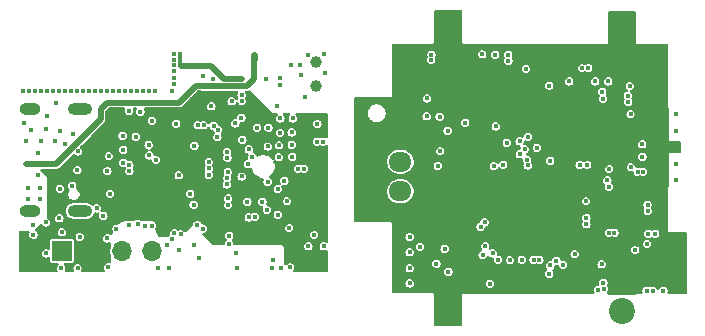
<source format=gbr>
%TF.GenerationSoftware,KiCad,Pcbnew,8.0.5*%
%TF.CreationDate,2025-02-13T02:53:00+01:00*%
%TF.ProjectId,cansatperso,63616e73-6174-4706-9572-736f2e6b6963,rev?*%
%TF.SameCoordinates,Original*%
%TF.FileFunction,Copper,L5,Inr*%
%TF.FilePolarity,Positive*%
%FSLAX46Y46*%
G04 Gerber Fmt 4.6, Leading zero omitted, Abs format (unit mm)*
G04 Created by KiCad (PCBNEW 8.0.5) date 2025-02-13 02:53:00*
%MOMM*%
%LPD*%
G01*
G04 APERTURE LIST*
G04 Aperture macros list*
%AMRoundRect*
0 Rectangle with rounded corners*
0 $1 Rounding radius*
0 $2 $3 $4 $5 $6 $7 $8 $9 X,Y pos of 4 corners*
0 Add a 4 corners polygon primitive as box body*
4,1,4,$2,$3,$4,$5,$6,$7,$8,$9,$2,$3,0*
0 Add four circle primitives for the rounded corners*
1,1,$1+$1,$2,$3*
1,1,$1+$1,$4,$5*
1,1,$1+$1,$6,$7*
1,1,$1+$1,$8,$9*
0 Add four rect primitives between the rounded corners*
20,1,$1+$1,$2,$3,$4,$5,0*
20,1,$1+$1,$4,$5,$6,$7,0*
20,1,$1+$1,$6,$7,$8,$9,0*
20,1,$1+$1,$8,$9,$2,$3,0*%
G04 Aperture macros list end*
%TA.AperFunction,ComponentPad*%
%ADD10C,1.000000*%
%TD*%
%TA.AperFunction,ComponentPad*%
%ADD11C,2.200000*%
%TD*%
%TA.AperFunction,ComponentPad*%
%ADD12RoundRect,0.250000X-0.725000X0.600000X-0.725000X-0.600000X0.725000X-0.600000X0.725000X0.600000X0*%
%TD*%
%TA.AperFunction,ComponentPad*%
%ADD13O,1.950000X1.700000*%
%TD*%
%TA.AperFunction,ComponentPad*%
%ADD14R,1.700000X1.700000*%
%TD*%
%TA.AperFunction,ComponentPad*%
%ADD15O,1.700000X1.700000*%
%TD*%
%TA.AperFunction,ComponentPad*%
%ADD16O,1.800000X1.000000*%
%TD*%
%TA.AperFunction,ComponentPad*%
%ADD17O,2.100000X1.000000*%
%TD*%
%TA.AperFunction,ViaPad*%
%ADD18C,0.400000*%
%TD*%
%TA.AperFunction,Conductor*%
%ADD19C,0.250000*%
%TD*%
%TA.AperFunction,Conductor*%
%ADD20C,0.500000*%
%TD*%
%TA.AperFunction,Conductor*%
%ADD21C,0.300000*%
%TD*%
G04 APERTURE END LIST*
D10*
%TO.N,GND*%
%TO.C,TP1*%
X165290000Y-74530000D03*
%TD*%
D11*
%TO.N,GND*%
%TO.C,H1*%
X176440000Y-95500000D03*
%TD*%
D12*
%TO.N,GND*%
%TO.C,J1*%
X172420000Y-80450000D03*
D13*
%TO.N,unconnected-(J1-Pin_2-Pad2)*%
X172420000Y-82950000D03*
%TO.N,VIN*%
X172420000Y-85450000D03*
%TD*%
D10*
%TO.N,BAT+*%
%TO.C,TP2*%
X165250000Y-76550000D03*
%TD*%
D11*
%TO.N,GND*%
%TO.C,H2*%
X191170000Y-95590000D03*
%TD*%
%TO.N,GND*%
%TO.C,H4*%
X191140000Y-71470000D03*
%TD*%
%TO.N,GND*%
%TO.C,H3*%
X176450000Y-71450000D03*
%TD*%
D14*
%TO.N,GND*%
%TO.C,J3*%
X143770000Y-90515000D03*
D15*
%TO.N,+3.3V*%
X146310000Y-90515000D03*
%TO.N,OLED_SCL*%
X148850000Y-90515000D03*
%TO.N,OLED_SDA*%
X151390000Y-90515000D03*
%TD*%
D16*
%TO.N,GND*%
%TO.C,J4*%
X141095000Y-87130000D03*
D17*
X145275000Y-87130000D03*
D16*
X141095000Y-78490000D03*
D17*
X145275000Y-78490000D03*
%TD*%
D18*
%TO.N,GND*%
X190070000Y-77100000D03*
X175430000Y-80550000D03*
X185140000Y-77380000D03*
X188140000Y-93790000D03*
X142010000Y-81170000D03*
X160740000Y-86350000D03*
X162230000Y-80510000D03*
X184730000Y-85210000D03*
X153660000Y-84100000D03*
X172020000Y-93430000D03*
X171990000Y-92250000D03*
X172040000Y-89180000D03*
X141180000Y-80280000D03*
X144630000Y-84990000D03*
X170070000Y-80860000D03*
X194780000Y-75070000D03*
X162990000Y-88570000D03*
X192860000Y-73320000D03*
X161120000Y-87030000D03*
X156190000Y-82980000D03*
X156200000Y-84070000D03*
X192250000Y-88020000D03*
X154975000Y-81590000D03*
X141930000Y-86100000D03*
X145040000Y-76960000D03*
X196400000Y-93870000D03*
X152820000Y-91930000D03*
X182160000Y-85940000D03*
X178270000Y-92510000D03*
X164630000Y-90100000D03*
X195420000Y-89400000D03*
X162040000Y-87440000D03*
X154630000Y-85660000D03*
X176720000Y-74800000D03*
X163220000Y-81520000D03*
X188060000Y-80840000D03*
X164560000Y-73880000D03*
X158450000Y-79700000D03*
X147830166Y-85660166D03*
X195910000Y-81690000D03*
X173830000Y-76800000D03*
X186860000Y-77390000D03*
X145550000Y-76960000D03*
X147740000Y-82470000D03*
X169990000Y-82430000D03*
X150010000Y-80820000D03*
X146570000Y-76960000D03*
X161590000Y-91240000D03*
X192520000Y-77840000D03*
X148100000Y-76960000D03*
X148380000Y-88610000D03*
X195310000Y-81420000D03*
X163080000Y-91890000D03*
X147590000Y-76960000D03*
X143000000Y-76960000D03*
X160280000Y-80080000D03*
X181190000Y-88140000D03*
X148610000Y-76960000D03*
X157910000Y-89880000D03*
X161060000Y-75970000D03*
X141350000Y-89120000D03*
X153270000Y-74310000D03*
X185500000Y-89530000D03*
X157930000Y-89220000D03*
X195290000Y-81980000D03*
X195500000Y-91260000D03*
X170000000Y-85670000D03*
X185310000Y-75010000D03*
X178270000Y-93060000D03*
X161570000Y-91930000D03*
X163310000Y-79290000D03*
X165990000Y-73820000D03*
X191840000Y-80450000D03*
X152650000Y-89990000D03*
X141980000Y-76960000D03*
X156200000Y-83510000D03*
X162320000Y-91920000D03*
X186600000Y-74990000D03*
X186610000Y-77940000D03*
X193090000Y-80070000D03*
X179510000Y-87540000D03*
X186810000Y-92670000D03*
X182750000Y-85180000D03*
X196230000Y-90710000D03*
X142420000Y-90710000D03*
X163260000Y-82530000D03*
X196240000Y-91320000D03*
X146060000Y-76960000D03*
X151160000Y-76960000D03*
X174150000Y-89130000D03*
X144660000Y-80610000D03*
X196250000Y-89330000D03*
X186380000Y-89540000D03*
X156920000Y-80860000D03*
X155730000Y-75730000D03*
X183870000Y-86560000D03*
X185770000Y-86240000D03*
X177950000Y-80400000D03*
X144020000Y-76960000D03*
X192510000Y-77075000D03*
X194690000Y-73340000D03*
X174290000Y-93820000D03*
X182730000Y-75760000D03*
X148950000Y-81920000D03*
X149120000Y-76960000D03*
X179230000Y-84430000D03*
X151670000Y-76960000D03*
X159040000Y-81100000D03*
X153270000Y-75270000D03*
X158490000Y-90670000D03*
X153270000Y-76370000D03*
X191820000Y-87500000D03*
X149630000Y-76960000D03*
X162810000Y-86290000D03*
X158980000Y-84200000D03*
X190030000Y-78010000D03*
X142530000Y-79050000D03*
X151920000Y-91940000D03*
X176870000Y-73300000D03*
X143510000Y-76960000D03*
X162590000Y-84570000D03*
X189230000Y-87920000D03*
X150160000Y-88200000D03*
X146690000Y-86900000D03*
X174340000Y-78550000D03*
X174710000Y-93030000D03*
X183840000Y-85180000D03*
X140920000Y-85150000D03*
X147660000Y-91890000D03*
X153270000Y-75860000D03*
X187970000Y-90257500D03*
X140590000Y-79650000D03*
X162120000Y-82560000D03*
X158950000Y-79220000D03*
X141910000Y-85200000D03*
X143700000Y-91990000D03*
X187680000Y-73220000D03*
X184670000Y-89530000D03*
X190520000Y-80280000D03*
X158130000Y-77820000D03*
X169990000Y-87150000D03*
X162040000Y-85260000D03*
X184020004Y-93800000D03*
X153270000Y-73840000D03*
X148900000Y-80740000D03*
X159880000Y-82560000D03*
X196260000Y-90010000D03*
X161190000Y-81660000D03*
X154910000Y-86580000D03*
X182700000Y-93770000D03*
X143760000Y-88920000D03*
X147610000Y-83730000D03*
X163940000Y-74790000D03*
X164040000Y-75630000D03*
X154980000Y-89970000D03*
X189380000Y-73200000D03*
X174340000Y-80170000D03*
X185010000Y-93780000D03*
X182750000Y-86610000D03*
X166020000Y-75460000D03*
X181370000Y-87230000D03*
X140700000Y-81170000D03*
X189740000Y-75000000D03*
X177790000Y-84460000D03*
X142410000Y-88090000D03*
X140960000Y-76960000D03*
X181450000Y-79430000D03*
X158970000Y-77290000D03*
X162140000Y-81560000D03*
X151720000Y-82800000D03*
X147080000Y-76960000D03*
X143210000Y-81200000D03*
X143550000Y-87740000D03*
X145080000Y-91980000D03*
X141470000Y-76960000D03*
X182260000Y-78635000D03*
X156530000Y-75980000D03*
X145280000Y-89320000D03*
X142490000Y-76960000D03*
X185670000Y-85170000D03*
X185740000Y-77990000D03*
X181825000Y-86735000D03*
X143250000Y-77940000D03*
X159460000Y-86320000D03*
X169990000Y-84030000D03*
X153270000Y-74800000D03*
X181000000Y-93770000D03*
X142410000Y-80220000D03*
X150650000Y-76960000D03*
X159000000Y-77810000D03*
X147610000Y-89440000D03*
X175340000Y-93810000D03*
X140450000Y-76960000D03*
X161240000Y-80060000D03*
X161180000Y-84630000D03*
X162010000Y-78220000D03*
X150140000Y-76960000D03*
X151100000Y-81520000D03*
X159500000Y-83150000D03*
X144030000Y-81490000D03*
X162260000Y-79290000D03*
X144530000Y-76960000D03*
X153070000Y-76920000D03*
X184300000Y-73230000D03*
X151150000Y-82410000D03*
X186010000Y-73210000D03*
X187650000Y-78890000D03*
X172180000Y-73260000D03*
X140900000Y-86120000D03*
X178890000Y-93060000D03*
X192600000Y-87500000D03*
X163210000Y-80470000D03*
%TO.N,+3.3V*%
X174080000Y-90160000D03*
X192500000Y-83785000D03*
X174630000Y-79100000D03*
X165280000Y-87660000D03*
X155250000Y-77590000D03*
X190080000Y-88950000D03*
X155325000Y-77080000D03*
X155760000Y-77540000D03*
X180500000Y-79960000D03*
X157150000Y-87340000D03*
X152720000Y-88960000D03*
X157890000Y-83220000D03*
X152982503Y-80229917D03*
X193340000Y-86580000D03*
X148400000Y-79110000D03*
X189950000Y-84530000D03*
X187800000Y-75020000D03*
X149520000Y-85790000D03*
X156830000Y-87830000D03*
X190540000Y-88950000D03*
X148410000Y-78490000D03*
X190070000Y-85070000D03*
X154745000Y-77655000D03*
X192930000Y-83785000D03*
X165800000Y-87660000D03*
X195710000Y-80320000D03*
X186180000Y-91660000D03*
X159125835Y-89272933D03*
X188320000Y-75010000D03*
X185110000Y-91730000D03*
X150581344Y-79625174D03*
X176410000Y-80320000D03*
X181118130Y-83193167D03*
X158380000Y-83210000D03*
X149520000Y-86340000D03*
X191836225Y-76543443D03*
X181420000Y-81330000D03*
X183050000Y-75090000D03*
X193360000Y-87119998D03*
X166073755Y-91215931D03*
X192914500Y-82522000D03*
X174670000Y-77590000D03*
X165660000Y-86700000D03*
X185020000Y-92422500D03*
X180320000Y-83320000D03*
%TO.N,NRST*%
X173200000Y-93250000D03*
X179380000Y-90850660D03*
%TO.N,SDDETECT*%
X192897500Y-81470000D03*
X184190000Y-91260000D03*
%TO.N,VIN*%
X182930000Y-81890000D03*
X175581212Y-83307499D03*
%TO.N,+5V*%
X189450000Y-91620000D03*
X193990000Y-89040000D03*
X193800000Y-93860000D03*
X193270000Y-93860000D03*
X181560000Y-74390000D03*
X193290000Y-89920000D03*
X180440000Y-73890000D03*
X179340000Y-73840000D03*
X193410000Y-89040000D03*
X181541494Y-73890340D03*
X175050000Y-73880000D03*
X175020000Y-74320000D03*
X195710000Y-78920000D03*
%TO.N,ADC1_IN3_VBAT*%
X175780000Y-82050000D03*
X179200000Y-88440000D03*
%TO.N,I2C3_SDA_ACCEL*%
X185110000Y-82870000D03*
X195710000Y-83120000D03*
X190085990Y-83570661D03*
%TO.N,I2C3_SCL_ACCEL*%
X188130000Y-86280000D03*
X191937000Y-83410000D03*
X195710000Y-84520000D03*
%TO.N,3.3VEN*%
X189655249Y-93721215D03*
X189160000Y-93790000D03*
X191900000Y-78910000D03*
X189610000Y-93200000D03*
%TO.N,SPI1_CS_SD*%
X182700000Y-91230000D03*
X190010000Y-76155000D03*
%TO.N,SPI1_MISO_SD*%
X180690000Y-91260000D03*
X185009998Y-76500000D03*
%TO.N,SPI1_SCK_SD*%
X180225170Y-90704168D03*
X186710000Y-76155000D03*
%TO.N,SPI1_MOSI_SD*%
X188910000Y-76155000D03*
X181690000Y-91280000D03*
%TO.N,USART1_RX_GPS*%
X189520000Y-77030000D03*
X183132230Y-82772331D03*
%TO.N,USART1_TX_GPS*%
X183185000Y-83269541D03*
X189580000Y-77630000D03*
%TO.N,LPUART1_RX_RADIO*%
X185620000Y-91330000D03*
X191670000Y-77370000D03*
%TO.N,LPUART1_TX_RADIO*%
X187160000Y-90760000D03*
X191709998Y-77868400D03*
%TO.N,SWO*%
X153804834Y-89104834D03*
X183979670Y-81772588D03*
X173200000Y-89320000D03*
X158560000Y-91980000D03*
%TO.N,SWDIO*%
X153680000Y-90410000D03*
X188230000Y-83220000D03*
X153080000Y-89460000D03*
X173216256Y-91960000D03*
%TO.N,I2C1_SCL*%
X175730000Y-79127500D03*
X183220000Y-80840000D03*
%TO.N,SWCLK{slash}I2C1_SDA*%
X173200000Y-90610000D03*
X187585000Y-83220000D03*
%TO.N,TIM3_CHI_PWM4*%
X192290000Y-90420000D03*
X188170000Y-87710000D03*
%TO.N,PWEN*%
X188160000Y-88240000D03*
X194690000Y-93860000D03*
%TO.N,I2C1_SDA*%
X182510000Y-81220000D03*
X177897500Y-79650000D03*
%TO.N,BAROEXTI*%
X149475917Y-83724486D03*
%TO.N,GPIO_EXTI1*%
X176480000Y-92252500D03*
X183690431Y-91239185D03*
%TO.N,EXTI3{slash}PWMONTIM4*%
X175470000Y-91570000D03*
X179596371Y-90083297D03*
%TO.N,EXTI0*%
X176160000Y-90330000D03*
X179542862Y-88065000D03*
%TO.N,unconnected-(U1-PB8-Pad46)*%
X180000000Y-93270000D03*
X182528901Y-82315000D03*
%TO.N,Net-(BT1-+)*%
X165390000Y-79750000D03*
%TO.N,GNDGPS*%
X164240000Y-83540000D03*
X165350000Y-81240000D03*
X165880000Y-81240000D03*
X163770000Y-83540000D03*
%TO.N,vusb*%
X160080000Y-74330000D03*
X147425000Y-78085000D03*
X147040000Y-78470000D03*
X140690000Y-83150000D03*
X160060000Y-73910000D03*
%TO.N,B2*%
X157820000Y-86620000D03*
%TO.N,B1*%
X157830000Y-86050000D03*
%TO.N,Net-(U1-NRST)*%
X157800001Y-83812785D03*
X159590000Y-81900000D03*
%TO.N,SPI_MOSi*%
X155210000Y-88300000D03*
X165940000Y-90110000D03*
%TO.N,SPI_SCK*%
X157728198Y-82118683D03*
X165100000Y-89150000D03*
%TO.N,SPI_MISO*%
X155770000Y-79860000D03*
X159580000Y-87670000D03*
%TO.N,SPI_CS*%
X155705000Y-88615000D03*
X160074977Y-87599289D03*
%TO.N,COMPASSDA*%
X157760000Y-84327327D03*
X149440000Y-78670000D03*
%TO.N,COMPASSCL*%
X157713996Y-84873334D03*
X150399749Y-78715042D03*
%TO.N,USART_RX*%
X149440000Y-88310000D03*
X151380000Y-79480760D03*
%TO.N,USART_TX*%
X153436013Y-79731151D03*
%TO.N,OLED_SCL*%
X155254834Y-79844834D03*
%TO.N,Net-(J4-CC2)*%
X143580000Y-80380000D03*
%TO.N,Net-(J4-D--PadA7)*%
X145070000Y-83650000D03*
%TO.N,Net-(J4-D+-PadA6)*%
X145100000Y-82080000D03*
%TO.N,Net-(J4-CC1)*%
X143590000Y-85240000D03*
%TO.N,Net-(PA1010D1-RX)*%
X156410000Y-78250000D03*
%TO.N,Net-(PA1010D1-TX)*%
X156614694Y-79898205D03*
%TO.N,ALIMGPS*%
X157774584Y-82616529D03*
X164350000Y-77450000D03*
%TO.N,Net-(U1-PA4)*%
X156970000Y-80250000D03*
X163120000Y-74797502D03*
%TO.N,BAT+*%
X162200000Y-75870000D03*
X162210000Y-76420000D03*
%TO.N,SWCLK*%
X155370000Y-91140000D03*
X153257998Y-88992754D03*
%TO.N,D+*%
X141745000Y-82170000D03*
X151393046Y-88353046D03*
%TO.N,D-*%
X150780000Y-88350000D03*
X141745000Y-84070000D03*
%TO.N,Net-(U1-PB0)*%
X141320000Y-88300000D03*
X148941416Y-83031084D03*
%TO.N,Net-(U1-PB1)*%
X147270000Y-87530000D03*
X149475336Y-83224484D03*
%TO.N,Net-(IC3-EN)*%
X158000000Y-75910000D03*
X158457500Y-75912500D03*
X153769587Y-74289609D03*
X153790000Y-73790000D03*
X153770000Y-74770000D03*
X159012500Y-75912500D03*
%TD*%
D19*
%TO.N,+3.3V*%
X190540000Y-88950000D02*
X190498958Y-88991042D01*
X190498958Y-88991042D02*
X190440000Y-88991042D01*
D20*
%TO.N,vusb*%
X160080000Y-74330000D02*
X160080000Y-73930000D01*
X153682182Y-77940000D02*
X155092182Y-76530000D01*
X143252182Y-83150000D02*
X147040000Y-79362182D01*
X160060000Y-75910000D02*
X160060000Y-73910000D01*
X147040000Y-79362182D02*
X147040000Y-78470000D01*
X155092182Y-76530000D02*
X159440000Y-76530000D01*
X159440000Y-76530000D02*
X160060000Y-75910000D01*
X147570000Y-77940000D02*
X153682182Y-77940000D01*
X147040000Y-78470000D02*
X147570000Y-77940000D01*
X140690000Y-83150000D02*
X143252182Y-83150000D01*
X160080000Y-73930000D02*
X160060000Y-73910000D01*
%TO.N,Net-(IC3-EN)*%
X159012500Y-75912500D02*
X157442500Y-75912500D01*
X157442500Y-75912500D02*
X156350000Y-74820000D01*
D21*
X153770000Y-73810000D02*
X153790000Y-73790000D01*
D20*
X156350000Y-74820000D02*
X153820000Y-74820000D01*
D21*
X153770000Y-74770000D02*
X153770000Y-73810000D01*
%TD*%
%TA.AperFunction,Conductor*%
%TO.N,GND*%
G36*
X192282539Y-70210185D02*
G01*
X192328294Y-70262989D01*
X192339500Y-70314500D01*
X192339500Y-72859992D01*
X192354799Y-72896928D01*
X192354800Y-72896929D01*
X192383071Y-72925200D01*
X192420009Y-72940500D01*
X192459991Y-72940500D01*
X192460000Y-72940500D01*
X192460000Y-73110000D01*
X189930000Y-73110000D01*
X189890000Y-73070000D01*
X189890000Y-72940500D01*
X189919989Y-72940500D01*
X189919991Y-72940500D01*
X189956929Y-72925200D01*
X189985200Y-72896929D01*
X190000500Y-72859991D01*
X190000500Y-70314500D01*
X190020185Y-70247461D01*
X190072989Y-70201706D01*
X190124500Y-70190500D01*
X192215500Y-70190500D01*
X192282539Y-70210185D01*
G37*
%TD.AperFunction*%
%TD*%
%TA.AperFunction,Conductor*%
%TO.N,GND*%
G36*
X177760000Y-93970000D02*
G01*
X177760000Y-94113603D01*
X177747611Y-94113612D01*
X177747486Y-94113612D01*
X177727906Y-94113606D01*
X177727853Y-94113628D01*
X177712479Y-94120009D01*
X177709197Y-94121371D01*
X177709088Y-94121416D01*
X177690995Y-94128904D01*
X177690943Y-94128939D01*
X177690926Y-94128955D01*
X177690926Y-94128956D01*
X177676955Y-94142948D01*
X177676955Y-94142949D01*
X177662723Y-94157170D01*
X177662684Y-94157229D01*
X177655190Y-94175360D01*
X177655142Y-94175475D01*
X177647404Y-94194138D01*
X177647420Y-94214023D01*
X177647420Y-94214157D01*
X177647410Y-94245924D01*
X177647444Y-94246271D01*
X177649330Y-96737147D01*
X177629696Y-96804201D01*
X177576927Y-96849996D01*
X177526295Y-96861237D01*
X175405465Y-96877742D01*
X175338274Y-96858580D01*
X175292110Y-96806134D01*
X175280500Y-96753746D01*
X175280500Y-94205304D01*
X175280500Y-94205246D01*
X175280529Y-94185311D01*
X175280526Y-94185304D01*
X175280499Y-94185163D01*
X175272904Y-94166827D01*
X175272836Y-94166662D01*
X175265282Y-94148352D01*
X175265282Y-94148351D01*
X175265280Y-94148349D01*
X175265238Y-94148285D01*
X175265199Y-94148226D01*
X175251169Y-94134197D01*
X175251167Y-94134195D01*
X175237052Y-94120039D01*
X175237050Y-94120038D01*
X175237047Y-94120035D01*
X175236931Y-94119957D01*
X175218595Y-94112362D01*
X175218438Y-94112297D01*
X175200115Y-94104677D01*
X175200013Y-94104657D01*
X175199991Y-94104657D01*
X175190000Y-94104657D01*
X175190000Y-93930000D01*
X177720000Y-93930000D01*
X177760000Y-93970000D01*
G37*
%TD.AperFunction*%
%TD*%
%TA.AperFunction,Conductor*%
%TO.N,GND*%
G36*
X177525689Y-70100266D02*
G01*
X177592697Y-70120052D01*
X177638372Y-70172925D01*
X177649500Y-70224266D01*
X177649500Y-72859992D01*
X177664799Y-72896928D01*
X177664800Y-72896929D01*
X177693071Y-72925200D01*
X177730009Y-72940500D01*
X177730011Y-72940500D01*
X177770000Y-72940500D01*
X177770000Y-73040000D01*
X175240000Y-73040000D01*
X175200000Y-73000000D01*
X175200000Y-72940543D01*
X175201152Y-72940546D01*
X175201158Y-72940543D01*
X175201255Y-72940525D01*
X175201380Y-72940500D01*
X175201386Y-72940500D01*
X175209734Y-72937041D01*
X175219811Y-72932868D01*
X175219825Y-72932901D01*
X175220081Y-72932756D01*
X175238126Y-72925332D01*
X175238128Y-72925330D01*
X175238321Y-72925201D01*
X175238324Y-72925200D01*
X175252402Y-72911121D01*
X175266462Y-72897127D01*
X175266464Y-72897121D01*
X175266577Y-72896954D01*
X175266591Y-72896932D01*
X175266595Y-72896929D01*
X175274235Y-72878481D01*
X175281848Y-72860225D01*
X175281848Y-72860219D01*
X175281885Y-72860036D01*
X175281893Y-72859995D01*
X175281895Y-72859991D01*
X175281895Y-72840013D01*
X175287984Y-70220772D01*
X175307825Y-70153782D01*
X175360735Y-70108150D01*
X175412168Y-70097064D01*
X177525689Y-70100266D01*
G37*
%TD.AperFunction*%
%TD*%
%TA.AperFunction,Conductor*%
%TO.N,GND*%
G36*
X175200000Y-72940543D02*
G01*
X175200000Y-73000000D01*
X175240000Y-73040000D01*
X177770000Y-73040000D01*
X177770000Y-72940500D01*
X189890000Y-72940500D01*
X189890000Y-73070000D01*
X189930000Y-73110000D01*
X192460000Y-73110000D01*
X192460000Y-72940500D01*
X194945500Y-72940500D01*
X195012539Y-72960185D01*
X195058294Y-73012989D01*
X195069500Y-73064500D01*
X195069500Y-78249992D01*
X195084799Y-78286928D01*
X195108510Y-78310639D01*
X195141995Y-78371962D01*
X195144829Y-78398436D01*
X195142214Y-81190001D01*
X195142215Y-81190002D01*
X196047207Y-81198805D01*
X196114051Y-81219141D01*
X196159290Y-81272387D01*
X196170000Y-81322799D01*
X196170000Y-82107199D01*
X196150315Y-82174238D01*
X196097511Y-82219993D01*
X196047205Y-82231193D01*
X195141232Y-82240000D01*
X195138676Y-84967947D01*
X195118929Y-85034968D01*
X195102360Y-85055510D01*
X195074799Y-85083072D01*
X195059500Y-85120007D01*
X195059500Y-88830000D01*
X194460000Y-88830000D01*
X194350000Y-88940000D01*
X194350000Y-93750288D01*
X194307511Y-93795278D01*
X194239690Y-93812073D01*
X194173555Y-93789536D01*
X194134516Y-93744484D01*
X194087095Y-93651413D01*
X194087093Y-93651411D01*
X194087090Y-93651407D01*
X194008592Y-93572909D01*
X194008588Y-93572906D01*
X194008587Y-93572905D01*
X193977548Y-93557090D01*
X193909658Y-93522498D01*
X193800002Y-93505131D01*
X193799998Y-93505131D01*
X193690341Y-93522498D01*
X193591294Y-93572965D01*
X193522624Y-93585861D01*
X193478706Y-93572965D01*
X193379658Y-93522498D01*
X193270002Y-93505131D01*
X193269998Y-93505131D01*
X193160341Y-93522498D01*
X193061414Y-93572904D01*
X193061407Y-93572909D01*
X192982909Y-93651407D01*
X192982904Y-93651414D01*
X192932498Y-93750341D01*
X192915131Y-93859997D01*
X192915131Y-93860002D01*
X192933310Y-93974780D01*
X192924355Y-94044074D01*
X192879359Y-94097526D01*
X192812608Y-94118165D01*
X192810796Y-94118178D01*
X192481832Y-94118069D01*
X192481729Y-94118060D01*
X192469991Y-94118060D01*
X192451134Y-94118060D01*
X192430042Y-94118053D01*
X192430041Y-94118053D01*
X192430036Y-94118053D01*
X192430014Y-94118057D01*
X192412535Y-94125297D01*
X192412504Y-94125310D01*
X192393082Y-94133348D01*
X192383581Y-94142850D01*
X192379336Y-94147095D01*
X192365164Y-94161258D01*
X192364613Y-94161809D01*
X192363307Y-94163760D01*
X192361928Y-94165728D01*
X192360395Y-94168515D01*
X192359396Y-94170077D01*
X192306693Y-94215948D01*
X192254816Y-94227267D01*
X190094248Y-94225214D01*
X190027227Y-94205466D01*
X189991253Y-94170088D01*
X189985355Y-94161258D01*
X189985204Y-94161031D01*
X189971087Y-94146914D01*
X189956956Y-94132774D01*
X189956954Y-94132773D01*
X189956941Y-94132760D01*
X189956513Y-94132471D01*
X189951178Y-94128829D01*
X189906909Y-94074774D01*
X189898891Y-94005366D01*
X189929671Y-93942641D01*
X189933413Y-93938733D01*
X189935356Y-93936790D01*
X189942344Y-93929802D01*
X189992749Y-93830876D01*
X189992749Y-93830874D01*
X189992750Y-93830873D01*
X190010118Y-93721217D01*
X190010118Y-93721212D01*
X189992750Y-93611556D01*
X189973087Y-93572965D01*
X189942344Y-93512628D01*
X189942341Y-93512625D01*
X189942339Y-93512622D01*
X189940954Y-93511237D01*
X189939807Y-93509136D01*
X189936605Y-93504729D01*
X189937174Y-93504315D01*
X189907469Y-93449914D01*
X189912453Y-93380222D01*
X189918147Y-93367268D01*
X189947500Y-93309661D01*
X189964869Y-93200000D01*
X189964869Y-93199997D01*
X189947501Y-93090341D01*
X189932762Y-93061414D01*
X189897095Y-92991413D01*
X189897092Y-92991410D01*
X189897090Y-92991407D01*
X189818592Y-92912909D01*
X189818588Y-92912906D01*
X189818587Y-92912905D01*
X189814743Y-92910946D01*
X189719658Y-92862498D01*
X189610002Y-92845131D01*
X189609998Y-92845131D01*
X189500341Y-92862498D01*
X189401414Y-92912904D01*
X189401407Y-92912909D01*
X189322909Y-92991407D01*
X189322904Y-92991414D01*
X189272498Y-93090341D01*
X189255131Y-93199997D01*
X189255131Y-93200003D01*
X189269734Y-93292205D01*
X189260779Y-93361498D01*
X189215783Y-93414950D01*
X189166660Y-93434075D01*
X189050341Y-93452499D01*
X188951414Y-93502904D01*
X188951407Y-93502909D01*
X188872909Y-93581407D01*
X188872904Y-93581414D01*
X188822498Y-93680341D01*
X188805131Y-93789997D01*
X188805131Y-93790002D01*
X188822498Y-93899656D01*
X188822499Y-93899659D01*
X188822500Y-93899661D01*
X188841419Y-93936792D01*
X188854315Y-94005459D01*
X188828039Y-94070200D01*
X188770932Y-94110457D01*
X188730895Y-94117085D01*
X177779836Y-94113622D01*
X177779487Y-94113589D01*
X177760000Y-94113603D01*
X177760000Y-93970000D01*
X177720000Y-93930000D01*
X175190000Y-93930000D01*
X175190000Y-94104657D01*
X175180061Y-94104657D01*
X171833948Y-94099822D01*
X171766937Y-94080040D01*
X171721258Y-94027170D01*
X171710127Y-93976031D01*
X171708921Y-93249997D01*
X172845131Y-93249997D01*
X172845131Y-93250002D01*
X172862498Y-93359658D01*
X172912904Y-93458585D01*
X172912909Y-93458592D01*
X172991407Y-93537090D01*
X172991410Y-93537092D01*
X172991413Y-93537095D01*
X173087122Y-93585861D01*
X173090341Y-93587501D01*
X173199998Y-93604869D01*
X173200000Y-93604869D01*
X173200002Y-93604869D01*
X173309658Y-93587501D01*
X173309659Y-93587500D01*
X173309661Y-93587500D01*
X173408587Y-93537095D01*
X173487095Y-93458587D01*
X173537500Y-93359661D01*
X173537500Y-93359659D01*
X173537501Y-93359658D01*
X173551702Y-93269997D01*
X179645131Y-93269997D01*
X179645131Y-93270002D01*
X179662498Y-93379658D01*
X179712904Y-93478585D01*
X179712909Y-93478592D01*
X179791407Y-93557090D01*
X179791410Y-93557092D01*
X179791413Y-93557095D01*
X179847870Y-93585861D01*
X179890341Y-93607501D01*
X179999998Y-93624869D01*
X180000000Y-93624869D01*
X180000002Y-93624869D01*
X180109658Y-93607501D01*
X180109659Y-93607500D01*
X180109661Y-93607500D01*
X180208587Y-93557095D01*
X180287095Y-93478587D01*
X180337500Y-93379661D01*
X180337500Y-93379659D01*
X180337501Y-93379658D01*
X180354869Y-93270002D01*
X180354869Y-93269997D01*
X180337501Y-93160341D01*
X180337500Y-93160339D01*
X180287095Y-93061413D01*
X180287092Y-93061410D01*
X180287090Y-93061407D01*
X180208592Y-92982909D01*
X180208588Y-92982906D01*
X180208587Y-92982905D01*
X180204743Y-92980946D01*
X180109658Y-92932498D01*
X180000002Y-92915131D01*
X179999998Y-92915131D01*
X179890341Y-92932498D01*
X179791414Y-92982904D01*
X179791407Y-92982909D01*
X179712909Y-93061407D01*
X179712904Y-93061414D01*
X179662498Y-93160341D01*
X179645131Y-93269997D01*
X173551702Y-93269997D01*
X173554869Y-93250002D01*
X173554869Y-93249997D01*
X173537501Y-93140341D01*
X173497282Y-93061407D01*
X173487095Y-93041413D01*
X173487092Y-93041410D01*
X173487090Y-93041407D01*
X173408592Y-92962909D01*
X173408588Y-92962906D01*
X173408587Y-92962905D01*
X173404743Y-92960946D01*
X173309658Y-92912498D01*
X173200002Y-92895131D01*
X173199998Y-92895131D01*
X173090341Y-92912498D01*
X172991414Y-92962904D01*
X172991407Y-92962909D01*
X172912909Y-93041407D01*
X172912904Y-93041414D01*
X172862498Y-93140341D01*
X172845131Y-93249997D01*
X171708921Y-93249997D01*
X171706779Y-91959997D01*
X172861387Y-91959997D01*
X172861387Y-91960002D01*
X172878754Y-92069658D01*
X172929160Y-92168585D01*
X172929165Y-92168592D01*
X173007663Y-92247090D01*
X173007666Y-92247092D01*
X173007669Y-92247095D01*
X173106595Y-92297500D01*
X173106597Y-92297501D01*
X173216254Y-92314869D01*
X173216256Y-92314869D01*
X173216258Y-92314869D01*
X173325914Y-92297501D01*
X173325915Y-92297500D01*
X173325917Y-92297500D01*
X173414241Y-92252497D01*
X176125131Y-92252497D01*
X176125131Y-92252502D01*
X176142498Y-92362158D01*
X176192904Y-92461085D01*
X176192909Y-92461092D01*
X176271407Y-92539590D01*
X176271410Y-92539592D01*
X176271413Y-92539595D01*
X176370339Y-92590000D01*
X176370341Y-92590001D01*
X176479998Y-92607369D01*
X176480000Y-92607369D01*
X176480002Y-92607369D01*
X176589658Y-92590001D01*
X176589659Y-92590000D01*
X176589661Y-92590000D01*
X176688587Y-92539595D01*
X176767095Y-92461087D01*
X176786757Y-92422497D01*
X184665131Y-92422497D01*
X184665131Y-92422502D01*
X184682498Y-92532158D01*
X184732904Y-92631085D01*
X184732909Y-92631092D01*
X184811407Y-92709590D01*
X184811410Y-92709592D01*
X184811413Y-92709595D01*
X184910339Y-92760000D01*
X184910341Y-92760001D01*
X185019998Y-92777369D01*
X185020000Y-92777369D01*
X185020002Y-92777369D01*
X185129658Y-92760001D01*
X185129659Y-92760000D01*
X185129661Y-92760000D01*
X185228587Y-92709595D01*
X185307095Y-92631087D01*
X185357500Y-92532161D01*
X185357500Y-92532159D01*
X185357501Y-92532158D01*
X185374869Y-92422502D01*
X185374869Y-92422497D01*
X185357501Y-92312841D01*
X185323999Y-92247090D01*
X185307095Y-92213913D01*
X185307092Y-92213910D01*
X185307090Y-92213907D01*
X185300597Y-92207414D01*
X185267112Y-92146091D01*
X185272096Y-92076399D01*
X185313968Y-92020466D01*
X185315401Y-92019409D01*
X185318580Y-92017098D01*
X185318587Y-92017095D01*
X185397095Y-91938587D01*
X185447500Y-91839661D01*
X185456240Y-91784475D01*
X185486168Y-91721344D01*
X185545479Y-91684412D01*
X185598111Y-91681402D01*
X185620000Y-91684869D01*
X185620000Y-91684868D01*
X185620001Y-91684869D01*
X185620002Y-91684869D01*
X185701480Y-91671964D01*
X185770773Y-91680918D01*
X185824225Y-91725915D01*
X185837849Y-91760905D01*
X185839482Y-91760375D01*
X185842498Y-91769657D01*
X185892904Y-91868585D01*
X185892909Y-91868592D01*
X185971407Y-91947090D01*
X185971410Y-91947092D01*
X185971413Y-91947095D01*
X186025923Y-91974869D01*
X186070341Y-91997501D01*
X186179998Y-92014869D01*
X186180000Y-92014869D01*
X186180002Y-92014869D01*
X186289658Y-91997501D01*
X186289659Y-91997500D01*
X186289661Y-91997500D01*
X186388587Y-91947095D01*
X186467095Y-91868587D01*
X186517500Y-91769661D01*
X186517500Y-91769659D01*
X186517501Y-91769658D01*
X186534869Y-91660002D01*
X186534869Y-91659997D01*
X186528534Y-91619997D01*
X189095131Y-91619997D01*
X189095131Y-91620002D01*
X189112498Y-91729658D01*
X189162904Y-91828585D01*
X189162909Y-91828592D01*
X189241407Y-91907090D01*
X189241410Y-91907092D01*
X189241413Y-91907095D01*
X189256924Y-91914998D01*
X189340341Y-91957501D01*
X189449998Y-91974869D01*
X189450000Y-91974869D01*
X189450002Y-91974869D01*
X189559658Y-91957501D01*
X189559659Y-91957500D01*
X189559661Y-91957500D01*
X189658587Y-91907095D01*
X189737095Y-91828587D01*
X189787500Y-91729661D01*
X189787500Y-91729659D01*
X189787501Y-91729658D01*
X189804869Y-91620002D01*
X189804869Y-91619997D01*
X189787501Y-91510341D01*
X189755623Y-91447777D01*
X189737095Y-91411413D01*
X189737092Y-91411410D01*
X189737090Y-91411407D01*
X189658592Y-91332909D01*
X189658588Y-91332906D01*
X189658587Y-91332905D01*
X189611828Y-91309080D01*
X189559658Y-91282498D01*
X189450002Y-91265131D01*
X189449998Y-91265131D01*
X189340341Y-91282498D01*
X189241414Y-91332904D01*
X189241407Y-91332909D01*
X189162909Y-91411407D01*
X189162904Y-91411414D01*
X189112498Y-91510341D01*
X189095131Y-91619997D01*
X186528534Y-91619997D01*
X186517501Y-91550341D01*
X186502762Y-91521414D01*
X186467095Y-91451413D01*
X186467092Y-91451410D01*
X186467090Y-91451407D01*
X186388592Y-91372909D01*
X186388588Y-91372906D01*
X186388587Y-91372905D01*
X186366021Y-91361407D01*
X186289658Y-91322498D01*
X186180002Y-91305131D01*
X186180000Y-91305131D01*
X186156490Y-91308854D01*
X186098518Y-91318036D01*
X186029224Y-91309080D01*
X185975773Y-91264083D01*
X185962153Y-91229093D01*
X185960518Y-91229625D01*
X185957501Y-91220342D01*
X185957500Y-91220340D01*
X185957500Y-91220339D01*
X185907095Y-91121413D01*
X185907092Y-91121410D01*
X185907090Y-91121407D01*
X185828592Y-91042909D01*
X185828588Y-91042906D01*
X185828587Y-91042905D01*
X185804421Y-91030592D01*
X185729658Y-90992498D01*
X185620002Y-90975131D01*
X185619998Y-90975131D01*
X185510341Y-90992498D01*
X185411414Y-91042904D01*
X185411407Y-91042909D01*
X185332909Y-91121407D01*
X185332904Y-91121414D01*
X185282498Y-91220341D01*
X185273759Y-91275522D01*
X185243830Y-91338657D01*
X185184518Y-91375588D01*
X185131890Y-91378598D01*
X185112885Y-91375588D01*
X185110000Y-91375131D01*
X185109999Y-91375131D01*
X185109998Y-91375131D01*
X185000341Y-91392498D01*
X184901414Y-91442904D01*
X184901407Y-91442909D01*
X184822909Y-91521407D01*
X184822904Y-91521414D01*
X184772498Y-91620341D01*
X184755131Y-91729997D01*
X184755131Y-91730002D01*
X184772498Y-91839658D01*
X184822904Y-91938585D01*
X184822909Y-91938592D01*
X184829402Y-91945085D01*
X184862887Y-92006408D01*
X184857903Y-92076100D01*
X184816031Y-92132033D01*
X184814609Y-92133083D01*
X184811408Y-92135408D01*
X184732909Y-92213907D01*
X184732904Y-92213914D01*
X184682498Y-92312841D01*
X184665131Y-92422497D01*
X176786757Y-92422497D01*
X176817500Y-92362161D01*
X176817500Y-92362159D01*
X176817501Y-92362158D01*
X176834869Y-92252502D01*
X176834869Y-92252497D01*
X176817501Y-92142841D01*
X176811994Y-92132033D01*
X176767095Y-92043913D01*
X176767092Y-92043910D01*
X176767090Y-92043907D01*
X176688592Y-91965409D01*
X176688588Y-91965406D01*
X176688587Y-91965405D01*
X176677973Y-91959997D01*
X176589658Y-91914998D01*
X176480002Y-91897631D01*
X176479998Y-91897631D01*
X176370341Y-91914998D01*
X176271414Y-91965404D01*
X176271407Y-91965409D01*
X176192909Y-92043907D01*
X176192904Y-92043914D01*
X176142498Y-92142841D01*
X176125131Y-92252497D01*
X173414241Y-92252497D01*
X173424843Y-92247095D01*
X173503351Y-92168587D01*
X173553756Y-92069661D01*
X173553756Y-92069659D01*
X173553757Y-92069658D01*
X173571125Y-91960002D01*
X173571125Y-91959997D01*
X173553757Y-91850341D01*
X173517199Y-91778592D01*
X173503351Y-91751413D01*
X173503348Y-91751410D01*
X173503346Y-91751407D01*
X173424848Y-91672909D01*
X173424844Y-91672906D01*
X173424843Y-91672905D01*
X173399519Y-91660002D01*
X173325914Y-91622498D01*
X173216258Y-91605131D01*
X173216254Y-91605131D01*
X173106597Y-91622498D01*
X173007670Y-91672904D01*
X173007663Y-91672909D01*
X172929165Y-91751407D01*
X172929160Y-91751414D01*
X172878754Y-91850341D01*
X172861387Y-91959997D01*
X171706779Y-91959997D01*
X171706131Y-91569997D01*
X175115131Y-91569997D01*
X175115131Y-91570002D01*
X175132498Y-91679658D01*
X175182904Y-91778585D01*
X175182909Y-91778592D01*
X175261407Y-91857090D01*
X175261410Y-91857092D01*
X175261413Y-91857095D01*
X175340970Y-91897631D01*
X175360341Y-91907501D01*
X175469998Y-91924869D01*
X175470000Y-91924869D01*
X175470002Y-91924869D01*
X175579658Y-91907501D01*
X175579659Y-91907500D01*
X175579661Y-91907500D01*
X175678587Y-91857095D01*
X175757095Y-91778587D01*
X175807500Y-91679661D01*
X175807500Y-91679659D01*
X175807501Y-91679658D01*
X175824869Y-91570002D01*
X175824869Y-91569997D01*
X175807501Y-91460341D01*
X175807500Y-91460339D01*
X175757095Y-91361413D01*
X175757092Y-91361410D01*
X175757090Y-91361407D01*
X175678592Y-91282909D01*
X175678588Y-91282906D01*
X175678587Y-91282905D01*
X175664097Y-91275522D01*
X175579658Y-91232498D01*
X175470002Y-91215131D01*
X175469998Y-91215131D01*
X175360341Y-91232498D01*
X175261414Y-91282904D01*
X175261407Y-91282909D01*
X175182909Y-91361407D01*
X175182904Y-91361414D01*
X175132498Y-91460341D01*
X175115131Y-91569997D01*
X171706131Y-91569997D01*
X171704537Y-90609997D01*
X172845131Y-90609997D01*
X172845131Y-90610002D01*
X172862498Y-90719658D01*
X172912904Y-90818585D01*
X172912909Y-90818592D01*
X172991407Y-90897090D01*
X172991410Y-90897092D01*
X172991413Y-90897095D01*
X173080522Y-90942498D01*
X173090341Y-90947501D01*
X173199998Y-90964869D01*
X173200000Y-90964869D01*
X173200002Y-90964869D01*
X173309658Y-90947501D01*
X173309659Y-90947500D01*
X173309661Y-90947500D01*
X173408587Y-90897095D01*
X173455025Y-90850657D01*
X179025131Y-90850657D01*
X179025131Y-90850662D01*
X179042498Y-90960318D01*
X179092904Y-91059245D01*
X179092909Y-91059252D01*
X179171407Y-91137750D01*
X179171410Y-91137752D01*
X179171413Y-91137755D01*
X179196111Y-91150339D01*
X179270341Y-91188161D01*
X179379998Y-91205529D01*
X179380000Y-91205529D01*
X179380002Y-91205529D01*
X179489658Y-91188161D01*
X179489659Y-91188160D01*
X179489661Y-91188160D01*
X179588587Y-91137755D01*
X179667095Y-91059247D01*
X179717500Y-90960321D01*
X179717501Y-90960317D01*
X179720518Y-90951035D01*
X179723738Y-90952081D01*
X179746226Y-90904592D01*
X179805522Y-90867636D01*
X179875385Y-90868603D01*
X179933634Y-90907188D01*
X179937701Y-90912382D01*
X180016577Y-90991258D01*
X180016580Y-90991260D01*
X180016583Y-90991263D01*
X180075758Y-91021414D01*
X180115511Y-91041669D01*
X180234809Y-91060564D01*
X180234460Y-91062762D01*
X180288814Y-91078722D01*
X180334569Y-91131526D01*
X180344513Y-91200684D01*
X180344248Y-91202435D01*
X180335131Y-91259997D01*
X180335131Y-91260002D01*
X180352498Y-91369658D01*
X180402904Y-91468585D01*
X180402909Y-91468592D01*
X180481407Y-91547090D01*
X180481410Y-91547092D01*
X180481413Y-91547095D01*
X180526367Y-91570000D01*
X180580341Y-91597501D01*
X180689998Y-91614869D01*
X180690000Y-91614869D01*
X180690002Y-91614869D01*
X180799658Y-91597501D01*
X180799659Y-91597500D01*
X180799661Y-91597500D01*
X180898587Y-91547095D01*
X180977095Y-91468587D01*
X181027500Y-91369661D01*
X181027500Y-91369659D01*
X181027501Y-91369658D01*
X181041702Y-91279997D01*
X181335131Y-91279997D01*
X181335131Y-91280002D01*
X181352498Y-91389658D01*
X181402904Y-91488585D01*
X181402909Y-91488592D01*
X181481407Y-91567090D01*
X181481410Y-91567092D01*
X181481413Y-91567095D01*
X181575175Y-91614869D01*
X181580341Y-91617501D01*
X181689998Y-91634869D01*
X181690000Y-91634869D01*
X181690002Y-91634869D01*
X181799658Y-91617501D01*
X181799659Y-91617500D01*
X181799661Y-91617500D01*
X181898587Y-91567095D01*
X181977095Y-91488587D01*
X182027500Y-91389661D01*
X182027500Y-91389659D01*
X182027501Y-91389658D01*
X182044869Y-91280002D01*
X182044869Y-91279997D01*
X182036950Y-91229997D01*
X182345131Y-91229997D01*
X182345131Y-91230002D01*
X182362498Y-91339658D01*
X182412904Y-91438585D01*
X182412909Y-91438592D01*
X182491407Y-91517090D01*
X182491410Y-91517092D01*
X182491413Y-91517095D01*
X182589534Y-91567090D01*
X182590341Y-91567501D01*
X182699998Y-91584869D01*
X182700000Y-91584869D01*
X182700002Y-91584869D01*
X182809658Y-91567501D01*
X182809659Y-91567500D01*
X182809661Y-91567500D01*
X182908587Y-91517095D01*
X182987095Y-91438587D01*
X183037500Y-91339661D01*
X183037500Y-91339659D01*
X183037501Y-91339658D01*
X183053415Y-91239182D01*
X183335562Y-91239182D01*
X183335562Y-91239187D01*
X183352929Y-91348843D01*
X183403335Y-91447770D01*
X183403340Y-91447777D01*
X183481838Y-91526275D01*
X183481841Y-91526277D01*
X183481844Y-91526280D01*
X183562745Y-91567501D01*
X183580772Y-91576686D01*
X183690429Y-91594054D01*
X183690431Y-91594054D01*
X183690433Y-91594054D01*
X183800087Y-91576686D01*
X183800087Y-91576685D01*
X183800092Y-91576685D01*
X183863497Y-91544378D01*
X183932163Y-91531483D01*
X183976084Y-91544379D01*
X183981411Y-91547093D01*
X183981413Y-91547095D01*
X184080339Y-91597500D01*
X184080341Y-91597500D01*
X184080343Y-91597501D01*
X184189998Y-91614869D01*
X184190000Y-91614869D01*
X184190002Y-91614869D01*
X184299658Y-91597501D01*
X184299659Y-91597500D01*
X184299661Y-91597500D01*
X184398587Y-91547095D01*
X184477095Y-91468587D01*
X184527500Y-91369661D01*
X184527500Y-91369659D01*
X184527501Y-91369658D01*
X184544869Y-91260002D01*
X184544869Y-91259997D01*
X184527501Y-91150341D01*
X184512762Y-91121414D01*
X184477095Y-91051413D01*
X184477092Y-91051410D01*
X184477090Y-91051407D01*
X184398592Y-90972909D01*
X184398588Y-90972906D01*
X184398587Y-90972905D01*
X184390112Y-90968587D01*
X184299658Y-90922498D01*
X184190002Y-90905131D01*
X184189998Y-90905131D01*
X184080342Y-90922498D01*
X184016934Y-90954806D01*
X183948265Y-90967701D01*
X183904347Y-90954805D01*
X183800089Y-90901683D01*
X183690433Y-90884316D01*
X183690429Y-90884316D01*
X183580772Y-90901683D01*
X183481845Y-90952089D01*
X183481838Y-90952094D01*
X183403340Y-91030592D01*
X183403335Y-91030599D01*
X183352929Y-91129526D01*
X183335562Y-91239182D01*
X183053415Y-91239182D01*
X183054869Y-91230002D01*
X183054869Y-91229997D01*
X183037501Y-91120341D01*
X183034713Y-91114869D01*
X182987095Y-91021413D01*
X182987092Y-91021410D01*
X182987090Y-91021407D01*
X182908592Y-90942909D01*
X182908588Y-90942906D01*
X182908587Y-90942905D01*
X182904743Y-90940946D01*
X182809658Y-90892498D01*
X182700002Y-90875131D01*
X182699998Y-90875131D01*
X182590341Y-90892498D01*
X182491414Y-90942904D01*
X182491407Y-90942909D01*
X182412909Y-91021407D01*
X182412904Y-91021414D01*
X182362498Y-91120341D01*
X182345131Y-91229997D01*
X182036950Y-91229997D01*
X182027501Y-91170341D01*
X182027500Y-91170339D01*
X181977095Y-91071413D01*
X181977092Y-91071410D01*
X181977090Y-91071407D01*
X181898592Y-90992909D01*
X181898588Y-90992906D01*
X181898587Y-90992905D01*
X181894743Y-90990946D01*
X181799658Y-90942498D01*
X181690002Y-90925131D01*
X181689998Y-90925131D01*
X181580341Y-90942498D01*
X181481414Y-90992904D01*
X181481407Y-90992909D01*
X181402909Y-91071407D01*
X181402904Y-91071414D01*
X181352498Y-91170341D01*
X181335131Y-91279997D01*
X181041702Y-91279997D01*
X181044869Y-91260002D01*
X181044869Y-91259997D01*
X181027501Y-91150341D01*
X181012762Y-91121414D01*
X180977095Y-91051413D01*
X180977092Y-91051410D01*
X180977090Y-91051407D01*
X180898592Y-90972909D01*
X180898588Y-90972906D01*
X180898587Y-90972905D01*
X180890112Y-90968587D01*
X180799658Y-90922498D01*
X180680361Y-90903604D01*
X180680709Y-90901405D01*
X180626356Y-90885446D01*
X180580601Y-90832642D01*
X180570657Y-90763484D01*
X180570922Y-90761733D01*
X180571197Y-90759997D01*
X186805131Y-90759997D01*
X186805131Y-90760002D01*
X186822498Y-90869658D01*
X186872904Y-90968585D01*
X186872909Y-90968592D01*
X186951407Y-91047090D01*
X186951410Y-91047092D01*
X186951413Y-91047095D01*
X187013485Y-91078722D01*
X187050341Y-91097501D01*
X187159998Y-91114869D01*
X187160000Y-91114869D01*
X187160002Y-91114869D01*
X187269658Y-91097501D01*
X187269659Y-91097500D01*
X187269661Y-91097500D01*
X187368587Y-91047095D01*
X187447095Y-90968587D01*
X187497500Y-90869661D01*
X187497500Y-90869659D01*
X187497501Y-90869658D01*
X187514869Y-90760002D01*
X187514869Y-90759997D01*
X187497501Y-90650341D01*
X187469052Y-90594507D01*
X187447095Y-90551413D01*
X187447092Y-90551410D01*
X187447090Y-90551407D01*
X187368592Y-90472909D01*
X187368588Y-90472906D01*
X187368587Y-90472905D01*
X187303336Y-90439658D01*
X187269658Y-90422498D01*
X187253867Y-90419997D01*
X191935131Y-90419997D01*
X191935131Y-90420002D01*
X191952498Y-90529658D01*
X192002904Y-90628585D01*
X192002909Y-90628592D01*
X192081407Y-90707090D01*
X192081410Y-90707092D01*
X192081413Y-90707095D01*
X192147954Y-90740999D01*
X192180341Y-90757501D01*
X192289998Y-90774869D01*
X192290000Y-90774869D01*
X192290002Y-90774869D01*
X192399658Y-90757501D01*
X192399659Y-90757500D01*
X192399661Y-90757500D01*
X192498587Y-90707095D01*
X192577095Y-90628587D01*
X192627500Y-90529661D01*
X192627500Y-90529659D01*
X192627501Y-90529658D01*
X192644869Y-90420002D01*
X192644869Y-90419997D01*
X192627501Y-90310341D01*
X192608219Y-90272498D01*
X192577095Y-90211413D01*
X192577092Y-90211410D01*
X192577090Y-90211407D01*
X192498592Y-90132909D01*
X192498588Y-90132906D01*
X192498587Y-90132905D01*
X192490112Y-90128587D01*
X192399658Y-90082498D01*
X192290002Y-90065131D01*
X192289998Y-90065131D01*
X192180341Y-90082498D01*
X192081414Y-90132904D01*
X192081407Y-90132909D01*
X192002909Y-90211407D01*
X192002904Y-90211414D01*
X191952498Y-90310341D01*
X191935131Y-90419997D01*
X187253867Y-90419997D01*
X187160002Y-90405131D01*
X187159998Y-90405131D01*
X187050341Y-90422498D01*
X186951414Y-90472904D01*
X186951407Y-90472909D01*
X186872909Y-90551407D01*
X186872904Y-90551414D01*
X186822498Y-90650341D01*
X186805131Y-90759997D01*
X180571197Y-90759997D01*
X180580039Y-90704170D01*
X180580039Y-90704165D01*
X180562671Y-90594509D01*
X180540713Y-90551414D01*
X180512265Y-90495581D01*
X180512262Y-90495578D01*
X180512260Y-90495575D01*
X180433762Y-90417077D01*
X180433758Y-90417074D01*
X180433757Y-90417073D01*
X180429913Y-90415114D01*
X180334828Y-90366666D01*
X180225172Y-90349299D01*
X180225168Y-90349299D01*
X180115511Y-90366666D01*
X180090667Y-90379325D01*
X180021998Y-90392220D01*
X179957258Y-90365942D01*
X179917002Y-90308835D01*
X179914012Y-90239029D01*
X179923886Y-90212553D01*
X179933871Y-90192958D01*
X179951240Y-90083297D01*
X179951114Y-90082500D01*
X179933872Y-89973638D01*
X179906542Y-89920000D01*
X179906540Y-89919997D01*
X192935131Y-89919997D01*
X192935131Y-89920002D01*
X192952498Y-90029658D01*
X193002904Y-90128585D01*
X193002909Y-90128592D01*
X193081407Y-90207090D01*
X193081410Y-90207092D01*
X193081413Y-90207095D01*
X193175690Y-90255131D01*
X193180341Y-90257501D01*
X193289998Y-90274869D01*
X193290000Y-90274869D01*
X193290002Y-90274869D01*
X193399658Y-90257501D01*
X193399659Y-90257500D01*
X193399661Y-90257500D01*
X193498587Y-90207095D01*
X193577095Y-90128587D01*
X193627500Y-90029661D01*
X193627500Y-90029659D01*
X193627501Y-90029658D01*
X193644869Y-89920002D01*
X193644869Y-89919997D01*
X193627501Y-89810341D01*
X193594613Y-89745795D01*
X193577095Y-89711413D01*
X193577092Y-89711410D01*
X193577090Y-89711407D01*
X193498592Y-89632909D01*
X193498589Y-89632907D01*
X193498587Y-89632905D01*
X193461225Y-89613868D01*
X193410430Y-89565894D01*
X193393635Y-89498073D01*
X193416173Y-89431938D01*
X193470888Y-89388487D01*
X193498120Y-89380911D01*
X193519661Y-89377500D01*
X193618587Y-89327095D01*
X193618592Y-89327089D01*
X193626486Y-89321356D01*
X193628708Y-89324414D01*
X193673642Y-89299879D01*
X193743334Y-89304863D01*
X193772076Y-89323335D01*
X193773514Y-89321356D01*
X193781410Y-89327092D01*
X193781413Y-89327095D01*
X193818772Y-89346130D01*
X193880341Y-89377501D01*
X193989998Y-89394869D01*
X193990000Y-89394869D01*
X193990002Y-89394869D01*
X194099658Y-89377501D01*
X194099659Y-89377500D01*
X194099661Y-89377500D01*
X194198587Y-89327095D01*
X194277095Y-89248587D01*
X194327500Y-89149661D01*
X194327500Y-89149659D01*
X194327501Y-89149658D01*
X194344869Y-89040002D01*
X194344869Y-89039997D01*
X194327501Y-88930341D01*
X194281466Y-88839992D01*
X194277095Y-88831413D01*
X194277092Y-88831410D01*
X194277090Y-88831407D01*
X194198592Y-88752909D01*
X194198588Y-88752906D01*
X194198587Y-88752905D01*
X194194743Y-88750946D01*
X194099658Y-88702498D01*
X193990002Y-88685131D01*
X193989998Y-88685131D01*
X193880341Y-88702498D01*
X193781414Y-88752904D01*
X193773514Y-88758644D01*
X193771291Y-88755585D01*
X193726358Y-88780121D01*
X193656666Y-88775137D01*
X193627923Y-88756664D01*
X193626486Y-88758644D01*
X193618588Y-88752906D01*
X193618587Y-88752905D01*
X193614743Y-88750946D01*
X193519658Y-88702498D01*
X193410002Y-88685131D01*
X193409998Y-88685131D01*
X193300341Y-88702498D01*
X193201414Y-88752904D01*
X193201407Y-88752909D01*
X193122909Y-88831407D01*
X193122904Y-88831414D01*
X193072498Y-88930341D01*
X193055131Y-89039997D01*
X193055131Y-89040002D01*
X193072498Y-89149658D01*
X193122904Y-89248585D01*
X193122909Y-89248592D01*
X193201407Y-89327090D01*
X193201410Y-89327092D01*
X193201413Y-89327095D01*
X193238772Y-89346130D01*
X193289569Y-89394104D01*
X193306364Y-89461925D01*
X193283827Y-89528060D01*
X193229112Y-89571512D01*
X193201877Y-89579088D01*
X193180341Y-89582499D01*
X193081414Y-89632904D01*
X193081407Y-89632909D01*
X193002909Y-89711407D01*
X193002904Y-89711414D01*
X192952498Y-89810341D01*
X192935131Y-89919997D01*
X179906540Y-89919997D01*
X179883466Y-89874710D01*
X179883463Y-89874707D01*
X179883461Y-89874704D01*
X179804963Y-89796206D01*
X179804959Y-89796203D01*
X179804958Y-89796202D01*
X179801114Y-89794243D01*
X179706029Y-89745795D01*
X179596373Y-89728428D01*
X179596369Y-89728428D01*
X179486712Y-89745795D01*
X179387785Y-89796201D01*
X179387778Y-89796206D01*
X179309280Y-89874704D01*
X179309275Y-89874711D01*
X179258869Y-89973638D01*
X179241502Y-90083294D01*
X179241502Y-90083299D01*
X179258869Y-90192955D01*
X179309275Y-90291882D01*
X179309280Y-90291889D01*
X179323654Y-90306263D01*
X179357139Y-90367586D01*
X179352155Y-90437278D01*
X179310283Y-90493211D01*
X179274302Y-90511872D01*
X179270340Y-90513159D01*
X179171414Y-90563564D01*
X179171407Y-90563569D01*
X179092909Y-90642067D01*
X179092904Y-90642074D01*
X179042498Y-90741001D01*
X179025131Y-90850657D01*
X173455025Y-90850657D01*
X173487095Y-90818587D01*
X173537500Y-90719661D01*
X173537500Y-90719659D01*
X173537501Y-90719658D01*
X173554869Y-90610002D01*
X173554869Y-90609997D01*
X173537501Y-90500341D01*
X173506583Y-90439661D01*
X173487095Y-90401413D01*
X173487092Y-90401410D01*
X173487090Y-90401407D01*
X173408592Y-90322909D01*
X173408588Y-90322906D01*
X173408587Y-90322905D01*
X173375925Y-90306263D01*
X173309658Y-90272498D01*
X173200002Y-90255131D01*
X173199998Y-90255131D01*
X173090341Y-90272498D01*
X172991414Y-90322904D01*
X172991407Y-90322909D01*
X172912909Y-90401407D01*
X172912904Y-90401414D01*
X172862498Y-90500341D01*
X172845131Y-90609997D01*
X171704537Y-90609997D01*
X171703789Y-90159997D01*
X173725131Y-90159997D01*
X173725131Y-90160002D01*
X173742498Y-90269658D01*
X173792904Y-90368585D01*
X173792909Y-90368592D01*
X173871407Y-90447090D01*
X173871410Y-90447092D01*
X173871413Y-90447095D01*
X173961921Y-90493211D01*
X173970341Y-90497501D01*
X174079998Y-90514869D01*
X174080000Y-90514869D01*
X174080002Y-90514869D01*
X174189658Y-90497501D01*
X174189659Y-90497500D01*
X174189661Y-90497500D01*
X174288587Y-90447095D01*
X174367095Y-90368587D01*
X174386757Y-90329997D01*
X175805131Y-90329997D01*
X175805131Y-90330002D01*
X175822498Y-90439658D01*
X175872904Y-90538585D01*
X175872909Y-90538592D01*
X175951407Y-90617090D01*
X175951410Y-90617092D01*
X175951413Y-90617095D01*
X176050339Y-90667500D01*
X176050341Y-90667501D01*
X176159998Y-90684869D01*
X176160000Y-90684869D01*
X176160002Y-90684869D01*
X176269658Y-90667501D01*
X176269659Y-90667500D01*
X176269661Y-90667500D01*
X176368587Y-90617095D01*
X176447095Y-90538587D01*
X176497500Y-90439661D01*
X176497500Y-90439659D01*
X176497501Y-90439658D01*
X176514869Y-90330002D01*
X176514869Y-90329997D01*
X176497501Y-90220341D01*
X176493527Y-90212542D01*
X176447095Y-90121413D01*
X176447092Y-90121410D01*
X176447090Y-90121407D01*
X176368592Y-90042909D01*
X176368588Y-90042906D01*
X176368587Y-90042905D01*
X176342588Y-90029658D01*
X176269658Y-89992498D01*
X176160002Y-89975131D01*
X176159998Y-89975131D01*
X176050341Y-89992498D01*
X175951414Y-90042904D01*
X175951407Y-90042909D01*
X175872909Y-90121407D01*
X175872904Y-90121414D01*
X175822498Y-90220341D01*
X175805131Y-90329997D01*
X174386757Y-90329997D01*
X174417500Y-90269661D01*
X174417500Y-90269659D01*
X174417501Y-90269658D01*
X174434869Y-90160002D01*
X174434869Y-90159997D01*
X174417501Y-90050341D01*
X174406964Y-90029661D01*
X174367095Y-89951413D01*
X174367092Y-89951410D01*
X174367090Y-89951407D01*
X174288592Y-89872909D01*
X174288588Y-89872906D01*
X174288587Y-89872905D01*
X174284743Y-89870946D01*
X174189658Y-89822498D01*
X174080002Y-89805131D01*
X174079998Y-89805131D01*
X173970341Y-89822498D01*
X173871414Y-89872904D01*
X173871407Y-89872909D01*
X173792909Y-89951407D01*
X173792904Y-89951414D01*
X173742498Y-90050341D01*
X173725131Y-90159997D01*
X171703789Y-90159997D01*
X171702394Y-89319997D01*
X172845131Y-89319997D01*
X172845131Y-89320002D01*
X172862498Y-89429658D01*
X172912904Y-89528585D01*
X172912909Y-89528592D01*
X172991407Y-89607090D01*
X172991410Y-89607092D01*
X172991413Y-89607095D01*
X173090339Y-89657500D01*
X173090341Y-89657501D01*
X173199998Y-89674869D01*
X173200000Y-89674869D01*
X173200002Y-89674869D01*
X173309658Y-89657501D01*
X173309659Y-89657500D01*
X173309661Y-89657500D01*
X173408587Y-89607095D01*
X173487095Y-89528587D01*
X173537500Y-89429661D01*
X173537500Y-89429659D01*
X173537501Y-89429658D01*
X173554869Y-89320002D01*
X173554869Y-89319997D01*
X173537501Y-89210341D01*
X173537500Y-89210339D01*
X173487095Y-89111413D01*
X173487092Y-89111410D01*
X173487090Y-89111407D01*
X173408592Y-89032909D01*
X173408588Y-89032906D01*
X173408587Y-89032905D01*
X173404743Y-89030946D01*
X173309658Y-88982498D01*
X173200002Y-88965131D01*
X173199998Y-88965131D01*
X173090341Y-88982498D01*
X172991414Y-89032904D01*
X172991407Y-89032909D01*
X172912909Y-89111407D01*
X172912904Y-89111414D01*
X172862498Y-89210341D01*
X172845131Y-89319997D01*
X171702394Y-89319997D01*
X171701779Y-88949997D01*
X189725131Y-88949997D01*
X189725131Y-88950002D01*
X189742498Y-89059658D01*
X189792904Y-89158585D01*
X189792909Y-89158592D01*
X189871407Y-89237090D01*
X189871410Y-89237092D01*
X189871413Y-89237095D01*
X189970339Y-89287500D01*
X189970341Y-89287501D01*
X190079998Y-89304869D01*
X190080000Y-89304869D01*
X190080002Y-89304869D01*
X190134830Y-89296184D01*
X190189661Y-89287500D01*
X190249097Y-89257215D01*
X190317765Y-89244319D01*
X190352844Y-89253139D01*
X190362686Y-89257216D01*
X190396485Y-89271217D01*
X190396211Y-89271876D01*
X190407050Y-89275634D01*
X190430339Y-89287500D01*
X190430340Y-89287500D01*
X190430342Y-89287501D01*
X190539998Y-89304869D01*
X190540000Y-89304869D01*
X190540002Y-89304869D01*
X190649658Y-89287501D01*
X190649659Y-89287500D01*
X190649661Y-89287500D01*
X190748587Y-89237095D01*
X190827095Y-89158587D01*
X190877500Y-89059661D01*
X190877500Y-89059659D01*
X190877501Y-89059658D01*
X190894869Y-88950002D01*
X190894869Y-88949997D01*
X190877501Y-88840341D01*
X190875857Y-88837114D01*
X190827095Y-88741413D01*
X190827092Y-88741410D01*
X190827090Y-88741407D01*
X190748592Y-88662909D01*
X190748588Y-88662906D01*
X190748587Y-88662905D01*
X190720482Y-88648585D01*
X190649658Y-88612498D01*
X190540002Y-88595131D01*
X190539998Y-88595131D01*
X190430341Y-88612498D01*
X190366294Y-88645132D01*
X190297624Y-88658028D01*
X190253706Y-88645132D01*
X190189658Y-88612498D01*
X190080002Y-88595131D01*
X190079998Y-88595131D01*
X189970341Y-88612498D01*
X189871414Y-88662904D01*
X189871407Y-88662909D01*
X189792909Y-88741407D01*
X189792904Y-88741414D01*
X189742498Y-88840341D01*
X189725131Y-88949997D01*
X171701779Y-88949997D01*
X171700932Y-88439997D01*
X178845131Y-88439997D01*
X178845131Y-88440002D01*
X178862498Y-88549658D01*
X178912904Y-88648585D01*
X178912909Y-88648592D01*
X178991407Y-88727090D01*
X178991410Y-88727092D01*
X178991413Y-88727095D01*
X179085701Y-88775137D01*
X179090341Y-88777501D01*
X179199998Y-88794869D01*
X179200000Y-88794869D01*
X179200002Y-88794869D01*
X179309658Y-88777501D01*
X179309659Y-88777500D01*
X179309661Y-88777500D01*
X179408587Y-88727095D01*
X179487095Y-88648587D01*
X179537500Y-88549661D01*
X179537500Y-88549659D01*
X179537501Y-88549658D01*
X179544355Y-88506383D01*
X179574284Y-88443248D01*
X179633595Y-88406316D01*
X179647430Y-88403306D01*
X179652523Y-88402500D01*
X179751449Y-88352095D01*
X179829957Y-88273587D01*
X179847072Y-88239997D01*
X187805131Y-88239997D01*
X187805131Y-88240002D01*
X187822498Y-88349658D01*
X187872904Y-88448585D01*
X187872909Y-88448592D01*
X187951407Y-88527090D01*
X187951410Y-88527092D01*
X187951413Y-88527095D01*
X187995696Y-88549658D01*
X188050341Y-88577501D01*
X188159998Y-88594869D01*
X188160000Y-88594869D01*
X188160002Y-88594869D01*
X188269658Y-88577501D01*
X188269659Y-88577500D01*
X188269661Y-88577500D01*
X188368587Y-88527095D01*
X188447095Y-88448587D01*
X188497500Y-88349661D01*
X188497500Y-88349659D01*
X188497501Y-88349658D01*
X188514869Y-88240002D01*
X188514869Y-88239997D01*
X188497501Y-88130343D01*
X188497500Y-88130341D01*
X188497500Y-88130339D01*
X188451922Y-88040887D01*
X188439027Y-87972222D01*
X188455595Y-87928776D01*
X188452664Y-87927283D01*
X188461925Y-87909108D01*
X188507500Y-87819661D01*
X188507500Y-87819659D01*
X188507501Y-87819658D01*
X188524869Y-87710002D01*
X188524869Y-87709997D01*
X188507501Y-87600341D01*
X188507500Y-87600339D01*
X188457095Y-87501413D01*
X188457092Y-87501410D01*
X188457090Y-87501407D01*
X188378592Y-87422909D01*
X188378588Y-87422906D01*
X188378587Y-87422905D01*
X188347544Y-87407088D01*
X188279658Y-87372498D01*
X188170002Y-87355131D01*
X188169998Y-87355131D01*
X188060341Y-87372498D01*
X187961414Y-87422904D01*
X187961407Y-87422909D01*
X187882909Y-87501407D01*
X187882904Y-87501414D01*
X187832498Y-87600341D01*
X187815131Y-87709997D01*
X187815131Y-87710002D01*
X187832498Y-87819656D01*
X187832499Y-87819659D01*
X187832500Y-87819661D01*
X187878076Y-87909110D01*
X187890972Y-87977778D01*
X187874425Y-88021234D01*
X187877336Y-88022717D01*
X187822498Y-88130341D01*
X187805131Y-88239997D01*
X179847072Y-88239997D01*
X179880362Y-88174661D01*
X179880362Y-88174659D01*
X179880363Y-88174658D01*
X179897731Y-88065002D01*
X179897731Y-88064997D01*
X179880363Y-87955341D01*
X179880362Y-87955339D01*
X179829957Y-87856413D01*
X179829954Y-87856410D01*
X179829952Y-87856407D01*
X179751454Y-87777909D01*
X179751450Y-87777906D01*
X179751449Y-87777905D01*
X179747605Y-87775946D01*
X179652520Y-87727498D01*
X179542864Y-87710131D01*
X179542860Y-87710131D01*
X179433203Y-87727498D01*
X179334276Y-87777904D01*
X179334269Y-87777909D01*
X179255771Y-87856407D01*
X179255766Y-87856414D01*
X179205360Y-87955341D01*
X179198506Y-87998619D01*
X179168576Y-88061754D01*
X179109264Y-88098684D01*
X179095436Y-88101692D01*
X179090341Y-88102499D01*
X179090339Y-88102499D01*
X179090339Y-88102500D01*
X178991413Y-88152905D01*
X178991412Y-88152906D01*
X178991407Y-88152909D01*
X178912909Y-88231407D01*
X178912904Y-88231414D01*
X178862498Y-88330341D01*
X178845131Y-88439997D01*
X171700932Y-88439997D01*
X171700500Y-88179708D01*
X171700500Y-88160009D01*
X171700500Y-88160007D01*
X171700467Y-88159842D01*
X171692830Y-88141494D01*
X171692748Y-88141295D01*
X171685199Y-88123069D01*
X171685110Y-88122936D01*
X171685105Y-88122931D01*
X171685105Y-88122930D01*
X171671247Y-88109118D01*
X171656929Y-88094800D01*
X171656789Y-88094706D01*
X171638560Y-88087191D01*
X171638368Y-88087112D01*
X171619988Y-88079498D01*
X171619893Y-88079480D01*
X171619828Y-88079467D01*
X171619824Y-88079467D01*
X171603831Y-88079493D01*
X171599832Y-88079500D01*
X168604564Y-88079500D01*
X168537525Y-88059815D01*
X168491770Y-88007011D01*
X168480564Y-87955385D01*
X168481027Y-87457499D01*
X168482799Y-85548543D01*
X171294499Y-85548543D01*
X171332947Y-85741829D01*
X171332950Y-85741839D01*
X171408364Y-85923907D01*
X171408371Y-85923920D01*
X171517860Y-86087781D01*
X171517863Y-86087785D01*
X171657214Y-86227136D01*
X171657218Y-86227139D01*
X171821079Y-86336628D01*
X171821092Y-86336635D01*
X171949103Y-86389658D01*
X172003165Y-86412051D01*
X172003169Y-86412051D01*
X172003170Y-86412052D01*
X172196456Y-86450500D01*
X172196459Y-86450500D01*
X172643543Y-86450500D01*
X172773582Y-86424632D01*
X172836835Y-86412051D01*
X173018914Y-86336632D01*
X173103674Y-86279997D01*
X187775131Y-86279997D01*
X187775131Y-86280002D01*
X187792498Y-86389658D01*
X187842904Y-86488585D01*
X187842909Y-86488592D01*
X187921407Y-86567090D01*
X187921410Y-86567092D01*
X187921413Y-86567095D01*
X187946741Y-86580000D01*
X188020341Y-86617501D01*
X188129998Y-86634869D01*
X188130000Y-86634869D01*
X188130002Y-86634869D01*
X188239658Y-86617501D01*
X188239659Y-86617500D01*
X188239661Y-86617500D01*
X188313265Y-86579997D01*
X192985131Y-86579997D01*
X192985131Y-86580002D01*
X193002498Y-86689658D01*
X193052906Y-86788589D01*
X193056784Y-86793927D01*
X193080261Y-86859734D01*
X193066948Y-86923102D01*
X193022498Y-87010339D01*
X193005131Y-87119995D01*
X193005131Y-87120000D01*
X193022498Y-87229656D01*
X193072904Y-87328583D01*
X193072909Y-87328590D01*
X193151407Y-87407088D01*
X193151410Y-87407090D01*
X193151413Y-87407093D01*
X193250339Y-87457498D01*
X193250341Y-87457499D01*
X193359998Y-87474867D01*
X193360000Y-87474867D01*
X193360002Y-87474867D01*
X193469658Y-87457499D01*
X193469659Y-87457498D01*
X193469661Y-87457498D01*
X193568587Y-87407093D01*
X193647095Y-87328585D01*
X193697500Y-87229659D01*
X193697500Y-87229657D01*
X193697501Y-87229656D01*
X193714869Y-87120000D01*
X193714869Y-87119995D01*
X193697501Y-87010339D01*
X193647093Y-86911407D01*
X193643216Y-86906071D01*
X193619738Y-86840264D01*
X193633051Y-86776896D01*
X193677500Y-86689661D01*
X193688929Y-86617501D01*
X193694869Y-86580002D01*
X193694869Y-86579997D01*
X193677501Y-86470341D01*
X193677500Y-86470339D01*
X193627095Y-86371413D01*
X193627092Y-86371410D01*
X193627090Y-86371407D01*
X193548592Y-86292909D01*
X193548588Y-86292906D01*
X193548587Y-86292905D01*
X193523263Y-86280002D01*
X193449658Y-86242498D01*
X193340002Y-86225131D01*
X193339998Y-86225131D01*
X193230341Y-86242498D01*
X193131414Y-86292904D01*
X193131407Y-86292909D01*
X193052909Y-86371407D01*
X193052904Y-86371414D01*
X193002498Y-86470341D01*
X192985131Y-86579997D01*
X188313265Y-86579997D01*
X188338587Y-86567095D01*
X188417095Y-86488587D01*
X188467500Y-86389661D01*
X188467500Y-86389659D01*
X188467501Y-86389658D01*
X188484869Y-86280002D01*
X188484869Y-86279997D01*
X188467501Y-86170341D01*
X188467500Y-86170339D01*
X188417095Y-86071413D01*
X188417092Y-86071410D01*
X188417090Y-86071407D01*
X188338592Y-85992909D01*
X188338588Y-85992906D01*
X188338587Y-85992905D01*
X188334743Y-85990946D01*
X188239658Y-85942498D01*
X188130002Y-85925131D01*
X188129998Y-85925131D01*
X188020341Y-85942498D01*
X187921414Y-85992904D01*
X187921407Y-85992909D01*
X187842909Y-86071407D01*
X187842904Y-86071414D01*
X187792498Y-86170341D01*
X187775131Y-86279997D01*
X173103674Y-86279997D01*
X173182782Y-86227139D01*
X173322139Y-86087782D01*
X173431632Y-85923914D01*
X173507051Y-85741835D01*
X173545500Y-85548541D01*
X173545500Y-85351459D01*
X173545500Y-85351456D01*
X173507052Y-85158170D01*
X173507051Y-85158169D01*
X173507051Y-85158165D01*
X173507049Y-85158160D01*
X173431635Y-84976092D01*
X173431628Y-84976079D01*
X173322139Y-84812218D01*
X173322136Y-84812214D01*
X173182785Y-84672863D01*
X173182781Y-84672860D01*
X173018920Y-84563371D01*
X173018907Y-84563364D01*
X172938351Y-84529997D01*
X189595131Y-84529997D01*
X189595131Y-84530002D01*
X189612498Y-84639658D01*
X189662904Y-84738585D01*
X189662909Y-84738592D01*
X189720154Y-84795837D01*
X189753639Y-84857160D01*
X189748655Y-84926852D01*
X189742960Y-84939809D01*
X189732498Y-84960342D01*
X189715131Y-85069997D01*
X189715131Y-85070002D01*
X189732498Y-85179658D01*
X189782904Y-85278585D01*
X189782909Y-85278592D01*
X189861407Y-85357090D01*
X189861410Y-85357092D01*
X189861413Y-85357095D01*
X189960339Y-85407500D01*
X189960341Y-85407501D01*
X190069998Y-85424869D01*
X190070000Y-85424869D01*
X190070002Y-85424869D01*
X190179658Y-85407501D01*
X190179659Y-85407500D01*
X190179661Y-85407500D01*
X190278587Y-85357095D01*
X190357095Y-85278587D01*
X190407500Y-85179661D01*
X190407500Y-85179659D01*
X190407501Y-85179658D01*
X190424869Y-85070002D01*
X190424869Y-85069997D01*
X190407501Y-84960341D01*
X190407500Y-84960339D01*
X190357095Y-84861413D01*
X190357092Y-84861410D01*
X190357090Y-84861407D01*
X190299845Y-84804162D01*
X190266360Y-84742839D01*
X190271344Y-84673147D01*
X190277034Y-84660201D01*
X190287500Y-84639661D01*
X190289084Y-84629661D01*
X190304869Y-84530002D01*
X190304869Y-84529997D01*
X190287501Y-84420341D01*
X190282405Y-84410339D01*
X190237095Y-84321413D01*
X190237092Y-84321410D01*
X190237090Y-84321407D01*
X190158592Y-84242909D01*
X190158588Y-84242906D01*
X190158587Y-84242905D01*
X190138961Y-84232905D01*
X190059658Y-84192498D01*
X189950002Y-84175131D01*
X189949998Y-84175131D01*
X189840341Y-84192498D01*
X189741414Y-84242904D01*
X189741407Y-84242909D01*
X189662909Y-84321407D01*
X189662904Y-84321414D01*
X189612498Y-84420341D01*
X189595131Y-84529997D01*
X172938351Y-84529997D01*
X172836839Y-84487950D01*
X172836829Y-84487947D01*
X172643543Y-84449500D01*
X172643541Y-84449500D01*
X172196459Y-84449500D01*
X172196457Y-84449500D01*
X172003170Y-84487947D01*
X172003160Y-84487950D01*
X171821092Y-84563364D01*
X171821079Y-84563371D01*
X171657218Y-84672860D01*
X171657214Y-84672863D01*
X171517863Y-84812214D01*
X171517860Y-84812218D01*
X171408371Y-84976079D01*
X171408364Y-84976092D01*
X171332950Y-85158160D01*
X171332947Y-85158170D01*
X171294500Y-85351456D01*
X171294500Y-85351459D01*
X171294500Y-85548541D01*
X171294500Y-85548543D01*
X171294499Y-85548543D01*
X168482799Y-85548543D01*
X168485120Y-83048543D01*
X171294499Y-83048543D01*
X171332947Y-83241829D01*
X171332950Y-83241839D01*
X171408364Y-83423907D01*
X171408371Y-83423920D01*
X171517860Y-83587781D01*
X171517863Y-83587785D01*
X171657214Y-83727136D01*
X171657218Y-83727139D01*
X171821079Y-83836628D01*
X171821092Y-83836635D01*
X171993776Y-83908162D01*
X172003165Y-83912051D01*
X172003169Y-83912051D01*
X172003170Y-83912052D01*
X172196456Y-83950500D01*
X172196459Y-83950500D01*
X172643543Y-83950500D01*
X172773582Y-83924632D01*
X172836835Y-83912051D01*
X173018914Y-83836632D01*
X173182782Y-83727139D01*
X173322139Y-83587782D01*
X173431632Y-83423914D01*
X173437395Y-83410002D01*
X173466670Y-83339323D01*
X173479853Y-83307496D01*
X175226343Y-83307496D01*
X175226343Y-83307501D01*
X175243710Y-83417157D01*
X175294116Y-83516084D01*
X175294121Y-83516091D01*
X175372619Y-83594589D01*
X175372622Y-83594591D01*
X175372625Y-83594594D01*
X175431143Y-83624410D01*
X175471553Y-83645000D01*
X175581210Y-83662368D01*
X175581212Y-83662368D01*
X175581214Y-83662368D01*
X175690870Y-83645000D01*
X175690871Y-83644999D01*
X175690873Y-83644999D01*
X175789799Y-83594594D01*
X175868307Y-83516086D01*
X175918712Y-83417160D01*
X175918712Y-83417158D01*
X175918713Y-83417157D01*
X175934102Y-83319997D01*
X179965131Y-83319997D01*
X179965131Y-83320002D01*
X179982498Y-83429658D01*
X180032904Y-83528585D01*
X180032909Y-83528592D01*
X180111407Y-83607090D01*
X180111410Y-83607092D01*
X180111413Y-83607095D01*
X180185806Y-83645000D01*
X180210341Y-83657501D01*
X180319998Y-83674869D01*
X180320000Y-83674869D01*
X180320002Y-83674869D01*
X180429658Y-83657501D01*
X180429659Y-83657500D01*
X180429661Y-83657500D01*
X180528587Y-83607095D01*
X180607095Y-83528587D01*
X180648013Y-83448279D01*
X180695983Y-83397487D01*
X180763804Y-83380691D01*
X180829939Y-83403227D01*
X180846176Y-83416896D01*
X180909537Y-83480257D01*
X180909540Y-83480259D01*
X180909543Y-83480262D01*
X181004383Y-83528585D01*
X181008471Y-83530668D01*
X181118128Y-83548036D01*
X181118130Y-83548036D01*
X181118132Y-83548036D01*
X181227788Y-83530668D01*
X181227789Y-83530667D01*
X181227791Y-83530667D01*
X181326717Y-83480262D01*
X181405225Y-83401754D01*
X181455630Y-83302828D01*
X181455630Y-83302826D01*
X181455631Y-83302825D01*
X181472999Y-83193169D01*
X181472999Y-83193164D01*
X181455631Y-83083508D01*
X181441172Y-83055131D01*
X181405225Y-82984580D01*
X181405222Y-82984577D01*
X181405220Y-82984574D01*
X181326722Y-82906076D01*
X181326718Y-82906073D01*
X181326717Y-82906072D01*
X181280454Y-82882500D01*
X181227788Y-82855665D01*
X181118132Y-82838298D01*
X181118128Y-82838298D01*
X181008471Y-82855665D01*
X180909544Y-82906071D01*
X180909537Y-82906076D01*
X180831039Y-82984574D01*
X180831036Y-82984578D01*
X180831035Y-82984580D01*
X180790117Y-83064885D01*
X180742145Y-83115680D01*
X180674324Y-83132475D01*
X180608189Y-83109938D01*
X180591953Y-83096270D01*
X180528592Y-83032909D01*
X180528588Y-83032906D01*
X180528587Y-83032905D01*
X180504050Y-83020403D01*
X180429658Y-82982498D01*
X180320002Y-82965131D01*
X180319998Y-82965131D01*
X180210341Y-82982498D01*
X180111414Y-83032904D01*
X180111407Y-83032909D01*
X180032909Y-83111407D01*
X180032904Y-83111414D01*
X179982498Y-83210341D01*
X179965131Y-83319997D01*
X175934102Y-83319997D01*
X175936081Y-83307501D01*
X175936081Y-83307496D01*
X175918713Y-83197840D01*
X175916330Y-83193164D01*
X175868307Y-83098912D01*
X175868304Y-83098909D01*
X175868302Y-83098906D01*
X175789804Y-83020408D01*
X175789800Y-83020405D01*
X175789799Y-83020404D01*
X175752423Y-83001360D01*
X175690870Y-82969997D01*
X175581214Y-82952630D01*
X175581210Y-82952630D01*
X175471553Y-82969997D01*
X175372626Y-83020403D01*
X175372619Y-83020408D01*
X175294121Y-83098906D01*
X175294116Y-83098913D01*
X175243710Y-83197840D01*
X175226343Y-83307496D01*
X173479853Y-83307496D01*
X173507051Y-83241835D01*
X173533207Y-83110341D01*
X173545500Y-83048543D01*
X173545500Y-82851456D01*
X173507052Y-82658170D01*
X173507051Y-82658169D01*
X173507051Y-82658165D01*
X173507049Y-82658160D01*
X173431635Y-82476092D01*
X173431628Y-82476079D01*
X173322139Y-82312218D01*
X173322136Y-82312214D01*
X173182785Y-82172863D01*
X173182781Y-82172860D01*
X173018920Y-82063371D01*
X173018907Y-82063364D01*
X172986636Y-82049997D01*
X175425131Y-82049997D01*
X175425131Y-82050002D01*
X175442498Y-82159658D01*
X175492904Y-82258585D01*
X175492909Y-82258592D01*
X175571407Y-82337090D01*
X175571410Y-82337092D01*
X175571413Y-82337095D01*
X175670339Y-82387500D01*
X175670341Y-82387501D01*
X175779998Y-82404869D01*
X175780000Y-82404869D01*
X175780002Y-82404869D01*
X175889658Y-82387501D01*
X175889659Y-82387500D01*
X175889661Y-82387500D01*
X175988587Y-82337095D01*
X176067095Y-82258587D01*
X176117500Y-82159661D01*
X176117500Y-82159659D01*
X176117501Y-82159658D01*
X176134869Y-82050002D01*
X176134869Y-82049997D01*
X176117501Y-81940341D01*
X176117500Y-81940339D01*
X176067095Y-81841413D01*
X176067092Y-81841410D01*
X176067090Y-81841407D01*
X175988592Y-81762909D01*
X175988588Y-81762906D01*
X175988587Y-81762905D01*
X175971836Y-81754370D01*
X175889658Y-81712498D01*
X175780002Y-81695131D01*
X175779998Y-81695131D01*
X175670341Y-81712498D01*
X175571414Y-81762904D01*
X175571407Y-81762909D01*
X175492909Y-81841407D01*
X175492904Y-81841414D01*
X175442498Y-81940341D01*
X175425131Y-82049997D01*
X172986636Y-82049997D01*
X172836839Y-81987950D01*
X172836829Y-81987947D01*
X172643543Y-81949500D01*
X172643541Y-81949500D01*
X172196459Y-81949500D01*
X172196457Y-81949500D01*
X172003170Y-81987947D01*
X172003160Y-81987950D01*
X171821092Y-82063364D01*
X171821079Y-82063371D01*
X171657218Y-82172860D01*
X171657214Y-82172863D01*
X171517863Y-82312214D01*
X171517860Y-82312218D01*
X171408371Y-82476079D01*
X171408364Y-82476092D01*
X171332950Y-82658160D01*
X171332947Y-82658170D01*
X171294500Y-82851456D01*
X171294500Y-82851459D01*
X171294500Y-83048541D01*
X171294500Y-83048543D01*
X171294499Y-83048543D01*
X168485120Y-83048543D01*
X168486716Y-81329997D01*
X181065131Y-81329997D01*
X181065131Y-81330002D01*
X181082498Y-81439658D01*
X181132904Y-81538585D01*
X181132909Y-81538592D01*
X181211407Y-81617090D01*
X181211410Y-81617092D01*
X181211413Y-81617095D01*
X181301364Y-81662927D01*
X181310341Y-81667501D01*
X181419998Y-81684869D01*
X181420000Y-81684869D01*
X181420002Y-81684869D01*
X181529658Y-81667501D01*
X181529659Y-81667500D01*
X181529661Y-81667500D01*
X181628587Y-81617095D01*
X181707095Y-81538587D01*
X181757500Y-81439661D01*
X181757500Y-81439659D01*
X181757501Y-81439658D01*
X181774869Y-81330002D01*
X181774869Y-81329997D01*
X181757501Y-81220341D01*
X181757326Y-81219997D01*
X182155131Y-81219997D01*
X182155131Y-81220002D01*
X182172498Y-81329658D01*
X182222904Y-81428585D01*
X182222909Y-81428592D01*
X182301407Y-81507090D01*
X182301410Y-81507092D01*
X182301413Y-81507095D01*
X182400339Y-81557500D01*
X182400340Y-81557500D01*
X182400342Y-81557501D01*
X182400341Y-81557501D01*
X182472698Y-81568960D01*
X182510000Y-81574869D01*
X182510001Y-81574868D01*
X182514643Y-81575604D01*
X182577778Y-81605533D01*
X182614710Y-81664844D01*
X182613712Y-81734706D01*
X182605732Y-81754370D01*
X182592498Y-81780342D01*
X182579020Y-81865443D01*
X182549091Y-81928578D01*
X182489779Y-81965509D01*
X182475945Y-81968518D01*
X182419242Y-81977498D01*
X182320315Y-82027904D01*
X182320308Y-82027909D01*
X182241810Y-82106407D01*
X182241805Y-82106414D01*
X182191399Y-82205341D01*
X182174032Y-82314997D01*
X182174032Y-82315002D01*
X182191399Y-82424658D01*
X182241805Y-82523585D01*
X182241810Y-82523592D01*
X182320308Y-82602090D01*
X182320311Y-82602092D01*
X182320314Y-82602095D01*
X182378335Y-82631658D01*
X182419242Y-82652501D01*
X182528899Y-82669869D01*
X182528901Y-82669869D01*
X182528903Y-82669869D01*
X182633963Y-82653229D01*
X182703256Y-82662184D01*
X182756708Y-82707180D01*
X182773964Y-82762988D01*
X182775834Y-82762692D01*
X182794728Y-82881989D01*
X182845134Y-82980916D01*
X182850874Y-82988817D01*
X182849290Y-82989967D01*
X182876889Y-83040511D01*
X182871905Y-83110203D01*
X182866208Y-83123163D01*
X182847498Y-83159882D01*
X182830131Y-83269538D01*
X182830131Y-83269543D01*
X182847498Y-83379199D01*
X182897904Y-83478126D01*
X182897909Y-83478133D01*
X182976407Y-83556631D01*
X182976410Y-83556633D01*
X182976413Y-83556636D01*
X183075339Y-83607041D01*
X183075341Y-83607042D01*
X183184998Y-83624410D01*
X183185000Y-83624410D01*
X183185002Y-83624410D01*
X183294658Y-83607042D01*
X183294659Y-83607041D01*
X183294661Y-83607041D01*
X183393587Y-83556636D01*
X183472095Y-83478128D01*
X183522500Y-83379202D01*
X183522500Y-83379200D01*
X183522501Y-83379199D01*
X183539869Y-83269543D01*
X183539869Y-83269538D01*
X183522501Y-83159882D01*
X183521078Y-83157090D01*
X183472095Y-83060954D01*
X183472092Y-83060951D01*
X183466356Y-83053055D01*
X183467939Y-83051904D01*
X183440340Y-83001360D01*
X183445324Y-82931668D01*
X183451010Y-82918732D01*
X183469730Y-82881992D01*
X183469731Y-82881987D01*
X183471630Y-82869997D01*
X184755131Y-82869997D01*
X184755131Y-82870002D01*
X184772498Y-82979658D01*
X184822904Y-83078585D01*
X184822909Y-83078592D01*
X184901407Y-83157090D01*
X184901410Y-83157092D01*
X184901413Y-83157095D01*
X185000339Y-83207500D01*
X185000341Y-83207501D01*
X185109998Y-83224869D01*
X185110000Y-83224869D01*
X185110002Y-83224869D01*
X185140762Y-83219997D01*
X187230131Y-83219997D01*
X187230131Y-83220002D01*
X187247498Y-83329658D01*
X187297904Y-83428585D01*
X187297909Y-83428592D01*
X187376407Y-83507090D01*
X187376410Y-83507092D01*
X187376413Y-83507095D01*
X187473643Y-83556636D01*
X187475341Y-83557501D01*
X187584998Y-83574869D01*
X187585000Y-83574869D01*
X187585002Y-83574869D01*
X187694658Y-83557501D01*
X187694659Y-83557500D01*
X187694661Y-83557500D01*
X187793587Y-83507095D01*
X187819819Y-83480862D01*
X187881140Y-83447378D01*
X187950832Y-83452362D01*
X187995180Y-83480862D01*
X188021413Y-83507095D01*
X188118643Y-83556636D01*
X188120341Y-83557501D01*
X188229998Y-83574869D01*
X188230000Y-83574869D01*
X188230002Y-83574869D01*
X188256589Y-83570658D01*
X189731121Y-83570658D01*
X189731121Y-83570663D01*
X189748488Y-83680319D01*
X189798894Y-83779246D01*
X189798899Y-83779253D01*
X189877397Y-83857751D01*
X189877400Y-83857753D01*
X189877403Y-83857756D01*
X189949828Y-83894658D01*
X189976331Y-83908162D01*
X190085988Y-83925530D01*
X190085990Y-83925530D01*
X190085992Y-83925530D01*
X190195648Y-83908162D01*
X190195649Y-83908161D01*
X190195651Y-83908161D01*
X190294577Y-83857756D01*
X190373085Y-83779248D01*
X190423490Y-83680322D01*
X190423490Y-83680320D01*
X190423491Y-83680319D01*
X190440859Y-83570663D01*
X190440859Y-83570658D01*
X190423491Y-83461002D01*
X190409449Y-83433443D01*
X190397503Y-83409997D01*
X191582131Y-83409997D01*
X191582131Y-83410002D01*
X191599498Y-83519658D01*
X191649904Y-83618585D01*
X191649909Y-83618592D01*
X191728407Y-83697090D01*
X191728410Y-83697092D01*
X191728413Y-83697095D01*
X191787378Y-83727139D01*
X191827341Y-83747501D01*
X191936998Y-83764869D01*
X191937000Y-83764869D01*
X192014453Y-83752601D01*
X192083745Y-83761555D01*
X192137198Y-83806551D01*
X192156324Y-83855674D01*
X192162499Y-83894658D01*
X192162499Y-83894659D01*
X192162500Y-83894661D01*
X192190951Y-83950500D01*
X192212904Y-83993585D01*
X192212909Y-83993592D01*
X192291407Y-84072090D01*
X192291410Y-84072092D01*
X192291413Y-84072095D01*
X192390339Y-84122500D01*
X192390341Y-84122501D01*
X192499998Y-84139869D01*
X192500000Y-84139869D01*
X192500002Y-84139869D01*
X192609656Y-84122501D01*
X192609656Y-84122500D01*
X192609661Y-84122500D01*
X192658708Y-84097509D01*
X192727374Y-84084614D01*
X192771290Y-84097508D01*
X192820339Y-84122500D01*
X192820341Y-84122500D01*
X192820343Y-84122501D01*
X192929998Y-84139869D01*
X192930000Y-84139869D01*
X192930002Y-84139869D01*
X193039658Y-84122501D01*
X193039659Y-84122500D01*
X193039661Y-84122500D01*
X193138587Y-84072095D01*
X193217095Y-83993587D01*
X193267500Y-83894661D01*
X193267500Y-83894659D01*
X193267501Y-83894658D01*
X193284869Y-83785002D01*
X193284869Y-83784997D01*
X193267501Y-83675341D01*
X193258411Y-83657500D01*
X193217095Y-83576413D01*
X193217092Y-83576410D01*
X193217090Y-83576407D01*
X193138592Y-83497909D01*
X193138588Y-83497906D01*
X193138587Y-83497905D01*
X193105142Y-83480864D01*
X193039658Y-83447498D01*
X192930002Y-83430131D01*
X192929998Y-83430131D01*
X192820342Y-83447498D01*
X192771293Y-83472490D01*
X192702624Y-83485385D01*
X192658707Y-83472490D01*
X192609657Y-83447498D01*
X192500002Y-83430131D01*
X192499998Y-83430131D01*
X192422546Y-83442398D01*
X192353252Y-83433443D01*
X192299800Y-83388447D01*
X192280675Y-83339323D01*
X192274501Y-83300341D01*
X192236046Y-83224869D01*
X192224095Y-83201413D01*
X192224092Y-83201410D01*
X192224090Y-83201407D01*
X192145592Y-83122909D01*
X192145588Y-83122906D01*
X192145587Y-83122905D01*
X192068262Y-83083506D01*
X192046658Y-83072498D01*
X191937002Y-83055131D01*
X191936998Y-83055131D01*
X191827341Y-83072498D01*
X191728414Y-83122904D01*
X191728407Y-83122909D01*
X191649909Y-83201407D01*
X191649904Y-83201414D01*
X191599498Y-83300341D01*
X191582131Y-83409997D01*
X190397503Y-83409997D01*
X190373085Y-83362074D01*
X190373082Y-83362071D01*
X190373080Y-83362068D01*
X190294582Y-83283570D01*
X190294578Y-83283567D01*
X190294577Y-83283566D01*
X190267051Y-83269541D01*
X190195648Y-83233159D01*
X190085992Y-83215792D01*
X190085988Y-83215792D01*
X189976331Y-83233159D01*
X189877404Y-83283565D01*
X189877397Y-83283570D01*
X189798899Y-83362068D01*
X189798894Y-83362075D01*
X189748488Y-83461002D01*
X189731121Y-83570658D01*
X188256589Y-83570658D01*
X188339658Y-83557501D01*
X188339659Y-83557500D01*
X188339661Y-83557500D01*
X188438587Y-83507095D01*
X188517095Y-83428587D01*
X188567500Y-83329661D01*
X188567500Y-83329659D01*
X188567501Y-83329658D01*
X188584869Y-83220002D01*
X188584869Y-83219997D01*
X188567501Y-83110341D01*
X188561675Y-83098906D01*
X188517095Y-83011413D01*
X188517092Y-83011410D01*
X188517090Y-83011407D01*
X188438592Y-82932909D01*
X188438588Y-82932906D01*
X188438587Y-82932905D01*
X188410718Y-82918705D01*
X188339658Y-82882498D01*
X188230002Y-82865131D01*
X188229998Y-82865131D01*
X188120341Y-82882498D01*
X188021414Y-82932904D01*
X188021407Y-82932909D01*
X187995181Y-82959136D01*
X187933858Y-82992621D01*
X187864166Y-82987637D01*
X187819819Y-82959136D01*
X187793592Y-82932909D01*
X187793588Y-82932906D01*
X187793587Y-82932905D01*
X187765718Y-82918705D01*
X187694658Y-82882498D01*
X187585002Y-82865131D01*
X187584998Y-82865131D01*
X187475341Y-82882498D01*
X187376414Y-82932904D01*
X187376407Y-82932909D01*
X187297909Y-83011407D01*
X187297904Y-83011414D01*
X187247498Y-83110341D01*
X187230131Y-83219997D01*
X185140762Y-83219997D01*
X185219658Y-83207501D01*
X185219659Y-83207500D01*
X185219661Y-83207500D01*
X185318587Y-83157095D01*
X185397095Y-83078587D01*
X185447500Y-82979661D01*
X185447500Y-82979659D01*
X185447501Y-82979658D01*
X185464869Y-82870002D01*
X185464869Y-82869997D01*
X185447501Y-82760341D01*
X185420414Y-82707180D01*
X185397095Y-82661413D01*
X185397092Y-82661410D01*
X185397090Y-82661407D01*
X185318592Y-82582909D01*
X185318588Y-82582906D01*
X185318587Y-82582905D01*
X185280983Y-82563745D01*
X185219658Y-82532498D01*
X185153354Y-82521997D01*
X192559631Y-82521997D01*
X192559631Y-82522002D01*
X192576998Y-82631658D01*
X192627404Y-82730585D01*
X192627409Y-82730592D01*
X192705907Y-82809090D01*
X192705910Y-82809092D01*
X192705913Y-82809095D01*
X192789052Y-82851456D01*
X192804841Y-82859501D01*
X192914498Y-82876869D01*
X192914500Y-82876869D01*
X192914502Y-82876869D01*
X193024158Y-82859501D01*
X193024159Y-82859500D01*
X193024161Y-82859500D01*
X193123087Y-82809095D01*
X193201595Y-82730587D01*
X193252000Y-82631661D01*
X193252000Y-82631659D01*
X193252001Y-82631658D01*
X193269369Y-82522002D01*
X193269369Y-82521997D01*
X193252001Y-82412341D01*
X193239344Y-82387500D01*
X193201595Y-82313413D01*
X193201592Y-82313410D01*
X193201590Y-82313407D01*
X193123092Y-82234909D01*
X193123088Y-82234906D01*
X193123087Y-82234905D01*
X193108554Y-82227500D01*
X193024158Y-82184498D01*
X192914502Y-82167131D01*
X192914498Y-82167131D01*
X192804841Y-82184498D01*
X192705914Y-82234904D01*
X192705907Y-82234909D01*
X192627409Y-82313407D01*
X192627404Y-82313414D01*
X192576998Y-82412341D01*
X192559631Y-82521997D01*
X185153354Y-82521997D01*
X185110002Y-82515131D01*
X185109998Y-82515131D01*
X185000341Y-82532498D01*
X184901414Y-82582904D01*
X184901407Y-82582909D01*
X184822909Y-82661407D01*
X184822904Y-82661414D01*
X184772498Y-82760341D01*
X184755131Y-82869997D01*
X183471630Y-82869997D01*
X183487099Y-82772333D01*
X183487099Y-82772328D01*
X183469731Y-82662672D01*
X183453929Y-82631658D01*
X183419325Y-82563744D01*
X183419322Y-82563741D01*
X183419320Y-82563738D01*
X183340822Y-82485240D01*
X183340818Y-82485237D01*
X183340817Y-82485236D01*
X183241891Y-82434831D01*
X183241889Y-82434830D01*
X183241888Y-82434830D01*
X183154132Y-82420930D01*
X183090998Y-82391000D01*
X183054067Y-82331688D01*
X183055065Y-82261826D01*
X183093676Y-82203593D01*
X183117228Y-82187977D01*
X183138587Y-82177095D01*
X183217095Y-82098587D01*
X183267500Y-81999661D01*
X183267500Y-81999659D01*
X183267501Y-81999658D01*
X183284869Y-81890002D01*
X183284869Y-81889997D01*
X183267501Y-81780341D01*
X183263549Y-81772585D01*
X183624801Y-81772585D01*
X183624801Y-81772590D01*
X183642168Y-81882246D01*
X183692574Y-81981173D01*
X183692579Y-81981180D01*
X183771077Y-82059678D01*
X183771080Y-82059680D01*
X183771083Y-82059683D01*
X183847433Y-82098585D01*
X183870011Y-82110089D01*
X183979668Y-82127457D01*
X183979670Y-82127457D01*
X183979672Y-82127457D01*
X184089328Y-82110089D01*
X184089329Y-82110088D01*
X184089331Y-82110088D01*
X184188257Y-82059683D01*
X184266765Y-81981175D01*
X184317170Y-81882249D01*
X184317170Y-81882247D01*
X184317171Y-81882246D01*
X184334539Y-81772590D01*
X184334539Y-81772585D01*
X184317171Y-81662929D01*
X184317170Y-81662927D01*
X184266765Y-81564001D01*
X184266762Y-81563998D01*
X184266760Y-81563995D01*
X184188262Y-81485497D01*
X184188258Y-81485494D01*
X184188257Y-81485493D01*
X184157844Y-81469997D01*
X192542631Y-81469997D01*
X192542631Y-81470002D01*
X192559998Y-81579658D01*
X192610404Y-81678585D01*
X192610409Y-81678592D01*
X192688907Y-81757090D01*
X192688910Y-81757092D01*
X192688913Y-81757095D01*
X192787839Y-81807500D01*
X192787841Y-81807501D01*
X192897498Y-81824869D01*
X192897500Y-81824869D01*
X192897502Y-81824869D01*
X193007158Y-81807501D01*
X193007159Y-81807500D01*
X193007161Y-81807500D01*
X193106087Y-81757095D01*
X193184595Y-81678587D01*
X193235000Y-81579661D01*
X193235000Y-81579659D01*
X193235001Y-81579658D01*
X193252369Y-81470002D01*
X193252369Y-81469997D01*
X193235001Y-81360341D01*
X193232598Y-81355625D01*
X193184595Y-81261413D01*
X193184592Y-81261410D01*
X193184590Y-81261407D01*
X193106092Y-81182909D01*
X193106088Y-81182906D01*
X193106087Y-81182905D01*
X193095479Y-81177500D01*
X193007158Y-81132498D01*
X192897502Y-81115131D01*
X192897498Y-81115131D01*
X192787841Y-81132498D01*
X192688914Y-81182904D01*
X192688907Y-81182909D01*
X192610409Y-81261407D01*
X192610404Y-81261414D01*
X192559998Y-81360341D01*
X192542631Y-81469997D01*
X184157844Y-81469997D01*
X184109087Y-81445154D01*
X184089328Y-81435086D01*
X183979672Y-81417719D01*
X183979668Y-81417719D01*
X183870011Y-81435086D01*
X183771084Y-81485492D01*
X183771077Y-81485497D01*
X183692579Y-81563995D01*
X183692574Y-81564002D01*
X183642168Y-81662929D01*
X183624801Y-81772585D01*
X183263549Y-81772585D01*
X183244249Y-81734706D01*
X183217095Y-81681413D01*
X183217092Y-81681410D01*
X183217090Y-81681407D01*
X183138592Y-81602909D01*
X183138588Y-81602906D01*
X183138587Y-81602905D01*
X183092962Y-81579658D01*
X183039658Y-81552498D01*
X182925355Y-81534395D01*
X182862220Y-81504466D01*
X182825289Y-81445154D01*
X182826287Y-81375292D01*
X182834262Y-81355642D01*
X182847500Y-81329661D01*
X182862729Y-81233510D01*
X182892658Y-81170376D01*
X182951969Y-81133444D01*
X183021832Y-81134442D01*
X183041496Y-81142423D01*
X183110341Y-81177501D01*
X183219998Y-81194869D01*
X183220000Y-81194869D01*
X183220002Y-81194869D01*
X183329658Y-81177501D01*
X183329659Y-81177500D01*
X183329661Y-81177500D01*
X183428587Y-81127095D01*
X183507095Y-81048587D01*
X183557500Y-80949661D01*
X183557500Y-80949659D01*
X183557501Y-80949658D01*
X183574869Y-80840002D01*
X183574869Y-80839997D01*
X183557501Y-80730341D01*
X183520387Y-80657500D01*
X183507095Y-80631413D01*
X183507092Y-80631410D01*
X183507090Y-80631407D01*
X183428592Y-80552909D01*
X183428588Y-80552906D01*
X183428587Y-80552905D01*
X183380856Y-80528585D01*
X183329658Y-80502498D01*
X183220002Y-80485131D01*
X183219998Y-80485131D01*
X183110341Y-80502498D01*
X183011414Y-80552904D01*
X183011407Y-80552909D01*
X182932909Y-80631407D01*
X182932904Y-80631414D01*
X182882499Y-80730341D01*
X182867270Y-80826490D01*
X182837340Y-80889624D01*
X182778029Y-80926555D01*
X182708166Y-80925557D01*
X182688503Y-80917576D01*
X182619658Y-80882498D01*
X182510002Y-80865131D01*
X182509998Y-80865131D01*
X182400341Y-80882498D01*
X182301414Y-80932904D01*
X182301407Y-80932909D01*
X182222909Y-81011407D01*
X182222904Y-81011414D01*
X182172498Y-81110341D01*
X182155131Y-81219997D01*
X181757326Y-81219997D01*
X181744522Y-81194869D01*
X181707095Y-81121413D01*
X181707092Y-81121410D01*
X181707090Y-81121407D01*
X181628592Y-81042909D01*
X181628588Y-81042906D01*
X181628587Y-81042905D01*
X181624743Y-81040946D01*
X181529658Y-80992498D01*
X181420002Y-80975131D01*
X181419998Y-80975131D01*
X181310341Y-80992498D01*
X181211414Y-81042904D01*
X181211407Y-81042909D01*
X181132909Y-81121407D01*
X181132904Y-81121414D01*
X181082498Y-81220341D01*
X181065131Y-81329997D01*
X168486716Y-81329997D01*
X168487654Y-80319997D01*
X176055131Y-80319997D01*
X176055131Y-80320002D01*
X176072498Y-80429658D01*
X176122904Y-80528585D01*
X176122909Y-80528592D01*
X176201407Y-80607090D01*
X176201410Y-80607092D01*
X176201413Y-80607095D01*
X176300339Y-80657500D01*
X176300341Y-80657501D01*
X176409998Y-80674869D01*
X176410000Y-80674869D01*
X176410002Y-80674869D01*
X176519658Y-80657501D01*
X176519659Y-80657500D01*
X176519661Y-80657500D01*
X176618587Y-80607095D01*
X176697095Y-80528587D01*
X176747500Y-80429661D01*
X176747500Y-80429659D01*
X176747501Y-80429658D01*
X176764869Y-80320002D01*
X176764869Y-80319997D01*
X176747501Y-80210341D01*
X176726225Y-80168585D01*
X176697095Y-80111413D01*
X176697092Y-80111410D01*
X176697090Y-80111407D01*
X176618592Y-80032909D01*
X176618588Y-80032906D01*
X176618587Y-80032905D01*
X176563563Y-80004869D01*
X176519658Y-79982498D01*
X176410002Y-79965131D01*
X176409998Y-79965131D01*
X176300341Y-79982498D01*
X176201414Y-80032904D01*
X176201407Y-80032909D01*
X176122909Y-80111407D01*
X176122904Y-80111414D01*
X176072498Y-80210341D01*
X176055131Y-80319997D01*
X168487654Y-80319997D01*
X168488276Y-79649997D01*
X177542631Y-79649997D01*
X177542631Y-79650002D01*
X177559998Y-79759658D01*
X177610404Y-79858585D01*
X177610409Y-79858592D01*
X177688907Y-79937090D01*
X177688910Y-79937092D01*
X177688913Y-79937095D01*
X177778022Y-79982498D01*
X177787841Y-79987501D01*
X177897498Y-80004869D01*
X177897500Y-80004869D01*
X177897502Y-80004869D01*
X178007158Y-79987501D01*
X178007159Y-79987500D01*
X178007161Y-79987500D01*
X178061139Y-79959997D01*
X180145131Y-79959997D01*
X180145131Y-79960002D01*
X180162498Y-80069658D01*
X180212904Y-80168585D01*
X180212909Y-80168592D01*
X180291407Y-80247090D01*
X180291410Y-80247092D01*
X180291413Y-80247095D01*
X180390339Y-80297500D01*
X180390341Y-80297501D01*
X180499998Y-80314869D01*
X180500000Y-80314869D01*
X180500002Y-80314869D01*
X180609658Y-80297501D01*
X180609659Y-80297500D01*
X180609661Y-80297500D01*
X180708587Y-80247095D01*
X180787095Y-80168587D01*
X180837500Y-80069661D01*
X180837500Y-80069659D01*
X180837501Y-80069658D01*
X180854869Y-79960002D01*
X180854869Y-79959997D01*
X180837501Y-79850341D01*
X180837500Y-79850339D01*
X180787095Y-79751413D01*
X180787092Y-79751410D01*
X180787090Y-79751407D01*
X180708592Y-79672909D01*
X180708588Y-79672906D01*
X180708587Y-79672905D01*
X180663637Y-79650002D01*
X180609658Y-79622498D01*
X180500002Y-79605131D01*
X180499998Y-79605131D01*
X180390341Y-79622498D01*
X180291414Y-79672904D01*
X180291407Y-79672909D01*
X180212909Y-79751407D01*
X180212904Y-79751414D01*
X180162498Y-79850341D01*
X180145131Y-79959997D01*
X178061139Y-79959997D01*
X178106087Y-79937095D01*
X178184595Y-79858587D01*
X178235000Y-79759661D01*
X178235000Y-79759659D01*
X178235001Y-79759658D01*
X178252369Y-79650002D01*
X178252369Y-79649997D01*
X178235001Y-79540341D01*
X178235000Y-79540339D01*
X178184595Y-79441413D01*
X178184592Y-79441410D01*
X178184590Y-79441407D01*
X178106092Y-79362909D01*
X178106088Y-79362906D01*
X178106087Y-79362905D01*
X178102243Y-79360946D01*
X178007158Y-79312498D01*
X177897502Y-79295131D01*
X177897498Y-79295131D01*
X177787841Y-79312498D01*
X177688914Y-79362904D01*
X177688907Y-79362909D01*
X177610409Y-79441407D01*
X177610404Y-79441414D01*
X177559998Y-79540341D01*
X177542631Y-79649997D01*
X168488276Y-79649997D01*
X168488950Y-78923920D01*
X169669499Y-78923920D01*
X169698340Y-79068907D01*
X169698343Y-79068917D01*
X169754912Y-79205488D01*
X169754919Y-79205501D01*
X169837048Y-79328415D01*
X169837051Y-79328419D01*
X169941580Y-79432948D01*
X169941584Y-79432951D01*
X170064498Y-79515080D01*
X170064511Y-79515087D01*
X170201082Y-79571656D01*
X170201087Y-79571658D01*
X170201091Y-79571658D01*
X170201092Y-79571659D01*
X170346079Y-79600500D01*
X170346082Y-79600500D01*
X170493920Y-79600500D01*
X170591462Y-79581096D01*
X170638913Y-79571658D01*
X170775495Y-79515084D01*
X170898416Y-79432951D01*
X171002951Y-79328416D01*
X171085084Y-79205495D01*
X171088566Y-79197090D01*
X171117390Y-79127502D01*
X171128783Y-79099997D01*
X174275131Y-79099997D01*
X174275131Y-79100002D01*
X174292498Y-79209658D01*
X174342904Y-79308585D01*
X174342909Y-79308592D01*
X174421407Y-79387090D01*
X174421410Y-79387092D01*
X174421413Y-79387095D01*
X174511405Y-79432948D01*
X174520341Y-79437501D01*
X174629998Y-79454869D01*
X174630000Y-79454869D01*
X174630002Y-79454869D01*
X174739658Y-79437501D01*
X174739659Y-79437500D01*
X174739661Y-79437500D01*
X174838587Y-79387095D01*
X174917095Y-79308587D01*
X174967500Y-79209661D01*
X174967500Y-79209659D01*
X174967501Y-79209658D01*
X174980514Y-79127497D01*
X175375131Y-79127497D01*
X175375131Y-79127502D01*
X175392498Y-79237158D01*
X175442904Y-79336085D01*
X175442909Y-79336092D01*
X175521407Y-79414590D01*
X175521410Y-79414592D01*
X175521413Y-79414595D01*
X175566367Y-79437500D01*
X175620341Y-79465001D01*
X175729998Y-79482369D01*
X175730000Y-79482369D01*
X175730002Y-79482369D01*
X175839658Y-79465001D01*
X175839659Y-79465000D01*
X175839661Y-79465000D01*
X175938587Y-79414595D01*
X176017095Y-79336087D01*
X176067500Y-79237161D01*
X176067500Y-79237159D01*
X176067501Y-79237158D01*
X176084869Y-79127502D01*
X176084869Y-79127497D01*
X176067501Y-79017841D01*
X176019645Y-78923918D01*
X176017095Y-78918913D01*
X176017092Y-78918910D01*
X176017090Y-78918907D01*
X176008180Y-78909997D01*
X191545131Y-78909997D01*
X191545131Y-78910002D01*
X191562498Y-79019658D01*
X191612904Y-79118585D01*
X191612909Y-79118592D01*
X191691407Y-79197090D01*
X191691410Y-79197092D01*
X191691413Y-79197095D01*
X191790339Y-79247500D01*
X191790341Y-79247501D01*
X191899998Y-79264869D01*
X191900000Y-79264869D01*
X191900002Y-79264869D01*
X192009658Y-79247501D01*
X192009659Y-79247500D01*
X192009661Y-79247500D01*
X192108587Y-79197095D01*
X192187095Y-79118587D01*
X192237500Y-79019661D01*
X192237500Y-79019659D01*
X192237501Y-79019658D01*
X192254869Y-78910002D01*
X192254869Y-78909997D01*
X192237501Y-78800341D01*
X192232231Y-78789998D01*
X192187095Y-78701413D01*
X192187092Y-78701410D01*
X192187090Y-78701407D01*
X192108592Y-78622909D01*
X192108588Y-78622906D01*
X192108587Y-78622905D01*
X192104743Y-78620946D01*
X192009658Y-78572498D01*
X191900002Y-78555131D01*
X191899998Y-78555131D01*
X191790341Y-78572498D01*
X191691414Y-78622904D01*
X191691407Y-78622909D01*
X191612909Y-78701407D01*
X191612904Y-78701414D01*
X191562498Y-78800341D01*
X191545131Y-78909997D01*
X176008180Y-78909997D01*
X175938592Y-78840409D01*
X175938588Y-78840406D01*
X175938587Y-78840405D01*
X175879579Y-78810339D01*
X175839658Y-78789998D01*
X175730002Y-78772631D01*
X175729998Y-78772631D01*
X175620341Y-78789998D01*
X175521414Y-78840404D01*
X175521407Y-78840409D01*
X175442909Y-78918907D01*
X175442904Y-78918914D01*
X175392498Y-79017841D01*
X175375131Y-79127497D01*
X174980514Y-79127497D01*
X174984869Y-79100002D01*
X174984869Y-79099997D01*
X174967501Y-78990341D01*
X174933657Y-78923918D01*
X174917095Y-78891413D01*
X174917092Y-78891410D01*
X174917090Y-78891407D01*
X174838592Y-78812909D01*
X174838588Y-78812906D01*
X174838587Y-78812905D01*
X174813925Y-78800339D01*
X174739658Y-78762498D01*
X174630002Y-78745131D01*
X174629998Y-78745131D01*
X174520341Y-78762498D01*
X174421414Y-78812904D01*
X174421407Y-78812909D01*
X174342909Y-78891407D01*
X174342904Y-78891414D01*
X174292498Y-78990341D01*
X174275131Y-79099997D01*
X171128783Y-79099997D01*
X171141658Y-79068913D01*
X171151817Y-79017841D01*
X171170500Y-78923920D01*
X171170500Y-78776079D01*
X171141659Y-78631092D01*
X171141658Y-78631091D01*
X171141658Y-78631087D01*
X171138269Y-78622905D01*
X171085087Y-78494511D01*
X171085080Y-78494498D01*
X171002951Y-78371584D01*
X171002948Y-78371580D01*
X170898419Y-78267051D01*
X170898415Y-78267048D01*
X170775501Y-78184919D01*
X170775488Y-78184912D01*
X170638917Y-78128343D01*
X170638907Y-78128340D01*
X170493920Y-78099500D01*
X170493918Y-78099500D01*
X170346082Y-78099500D01*
X170346080Y-78099500D01*
X170201092Y-78128340D01*
X170201082Y-78128343D01*
X170064511Y-78184912D01*
X170064498Y-78184919D01*
X169941584Y-78267048D01*
X169941580Y-78267051D01*
X169837051Y-78371580D01*
X169837048Y-78371584D01*
X169754919Y-78494498D01*
X169754912Y-78494511D01*
X169698343Y-78631082D01*
X169698340Y-78631092D01*
X169669500Y-78776079D01*
X169669500Y-78776082D01*
X169669500Y-78923918D01*
X169669500Y-78923920D01*
X169669499Y-78923920D01*
X168488950Y-78923920D01*
X168489349Y-78494498D01*
X168490148Y-77634385D01*
X168503226Y-77589997D01*
X174315131Y-77589997D01*
X174315131Y-77590002D01*
X174332498Y-77699658D01*
X174382904Y-77798585D01*
X174382909Y-77798592D01*
X174461407Y-77877090D01*
X174461410Y-77877092D01*
X174461413Y-77877095D01*
X174539908Y-77917090D01*
X174560341Y-77927501D01*
X174669998Y-77944869D01*
X174670000Y-77944869D01*
X174670002Y-77944869D01*
X174779658Y-77927501D01*
X174779659Y-77927500D01*
X174779661Y-77927500D01*
X174878587Y-77877095D01*
X174957095Y-77798587D01*
X175007500Y-77699661D01*
X175007500Y-77699659D01*
X175007501Y-77699658D01*
X175024869Y-77590002D01*
X175024869Y-77589997D01*
X175007501Y-77480341D01*
X174981847Y-77429992D01*
X174957095Y-77381413D01*
X174957092Y-77381410D01*
X174957090Y-77381407D01*
X174878592Y-77302909D01*
X174878588Y-77302906D01*
X174878587Y-77302905D01*
X174826452Y-77276341D01*
X174779658Y-77252498D01*
X174670002Y-77235131D01*
X174669998Y-77235131D01*
X174560341Y-77252498D01*
X174461414Y-77302904D01*
X174461407Y-77302909D01*
X174382909Y-77381407D01*
X174382904Y-77381414D01*
X174332498Y-77480341D01*
X174315131Y-77589997D01*
X168503226Y-77589997D01*
X168509895Y-77567364D01*
X168562741Y-77521658D01*
X168614148Y-77510500D01*
X171619989Y-77510500D01*
X171619991Y-77510500D01*
X171656929Y-77495200D01*
X171685200Y-77466929D01*
X171700500Y-77429991D01*
X171700500Y-77029997D01*
X189165131Y-77029997D01*
X189165131Y-77030002D01*
X189182498Y-77139658D01*
X189232904Y-77238585D01*
X189232909Y-77238592D01*
X189270658Y-77276341D01*
X189304143Y-77337664D01*
X189299159Y-77407356D01*
X189293463Y-77420315D01*
X189242498Y-77520342D01*
X189225131Y-77629997D01*
X189225131Y-77630002D01*
X189242498Y-77739658D01*
X189292904Y-77838585D01*
X189292909Y-77838592D01*
X189371407Y-77917090D01*
X189371410Y-77917092D01*
X189371413Y-77917095D01*
X189425923Y-77944869D01*
X189470341Y-77967501D01*
X189579998Y-77984869D01*
X189580000Y-77984869D01*
X189580002Y-77984869D01*
X189689658Y-77967501D01*
X189689659Y-77967500D01*
X189689661Y-77967500D01*
X189788587Y-77917095D01*
X189867095Y-77838587D01*
X189917500Y-77739661D01*
X189917500Y-77739659D01*
X189917501Y-77739658D01*
X189934869Y-77630002D01*
X189934869Y-77629997D01*
X189917501Y-77520341D01*
X189897119Y-77480339D01*
X189867095Y-77421413D01*
X189867092Y-77421410D01*
X189867090Y-77421407D01*
X189829340Y-77383657D01*
X189821881Y-77369997D01*
X191315131Y-77369997D01*
X191315131Y-77370002D01*
X191332498Y-77479658D01*
X191382906Y-77578589D01*
X191386080Y-77582958D01*
X191409557Y-77648766D01*
X191396245Y-77712132D01*
X191372496Y-77758742D01*
X191355129Y-77868397D01*
X191355129Y-77868402D01*
X191372496Y-77978058D01*
X191422902Y-78076985D01*
X191422907Y-78076992D01*
X191501405Y-78155490D01*
X191501408Y-78155492D01*
X191501411Y-78155495D01*
X191600337Y-78205900D01*
X191600339Y-78205901D01*
X191709996Y-78223269D01*
X191709998Y-78223269D01*
X191710000Y-78223269D01*
X191819656Y-78205901D01*
X191819657Y-78205900D01*
X191819659Y-78205900D01*
X191918585Y-78155495D01*
X191997093Y-78076987D01*
X192047498Y-77978061D01*
X192047498Y-77978059D01*
X192047499Y-77978058D01*
X192064867Y-77868402D01*
X192064867Y-77868397D01*
X192047499Y-77758741D01*
X191997091Y-77659809D01*
X191993918Y-77655442D01*
X191970440Y-77589635D01*
X191983752Y-77526269D01*
X192007500Y-77479661D01*
X192015367Y-77429991D01*
X192024869Y-77370002D01*
X192024869Y-77369997D01*
X192007501Y-77260341D01*
X191994656Y-77235131D01*
X191957095Y-77161413D01*
X191957092Y-77161410D01*
X191957090Y-77161407D01*
X191885525Y-77089842D01*
X191852040Y-77028519D01*
X191857024Y-76958827D01*
X191898896Y-76902894D01*
X191937460Y-76886608D01*
X191936600Y-76883961D01*
X191945882Y-76880944D01*
X191945883Y-76880943D01*
X191945886Y-76880943D01*
X192044812Y-76830538D01*
X192123320Y-76752030D01*
X192173725Y-76653104D01*
X192173725Y-76653102D01*
X192173726Y-76653101D01*
X192191094Y-76543445D01*
X192191094Y-76543440D01*
X192173726Y-76433784D01*
X192151590Y-76390339D01*
X192123320Y-76334856D01*
X192123317Y-76334853D01*
X192123315Y-76334850D01*
X192044817Y-76256352D01*
X192044813Y-76256349D01*
X192044812Y-76256348D01*
X191959558Y-76212909D01*
X191945883Y-76205941D01*
X191836227Y-76188574D01*
X191836223Y-76188574D01*
X191726566Y-76205941D01*
X191627639Y-76256347D01*
X191627632Y-76256352D01*
X191549134Y-76334850D01*
X191549129Y-76334857D01*
X191498723Y-76433784D01*
X191481356Y-76543440D01*
X191481356Y-76543445D01*
X191498723Y-76653101D01*
X191549129Y-76752028D01*
X191549134Y-76752035D01*
X191620699Y-76823600D01*
X191654184Y-76884923D01*
X191649200Y-76954615D01*
X191607328Y-77010548D01*
X191568768Y-77026846D01*
X191569625Y-77029482D01*
X191560342Y-77032498D01*
X191461414Y-77082904D01*
X191461407Y-77082909D01*
X191382909Y-77161407D01*
X191382904Y-77161414D01*
X191332498Y-77260341D01*
X191315131Y-77369997D01*
X189821881Y-77369997D01*
X189795855Y-77322334D01*
X189800839Y-77252642D01*
X189806536Y-77239681D01*
X189807091Y-77238590D01*
X189807095Y-77238587D01*
X189857500Y-77139661D01*
X189866489Y-77082909D01*
X189874869Y-77030002D01*
X189874869Y-77029997D01*
X189857501Y-76920341D01*
X189839455Y-76884923D01*
X189807095Y-76821413D01*
X189807092Y-76821410D01*
X189807090Y-76821407D01*
X189728592Y-76742909D01*
X189728588Y-76742906D01*
X189728587Y-76742905D01*
X189661230Y-76708585D01*
X189629658Y-76692498D01*
X189520002Y-76675131D01*
X189519998Y-76675131D01*
X189410341Y-76692498D01*
X189311414Y-76742904D01*
X189311407Y-76742909D01*
X189232909Y-76821407D01*
X189232904Y-76821414D01*
X189182498Y-76920341D01*
X189165131Y-77029997D01*
X171700500Y-77029997D01*
X171700500Y-76499997D01*
X184655129Y-76499997D01*
X184655129Y-76500002D01*
X184672496Y-76609658D01*
X184722902Y-76708585D01*
X184722907Y-76708592D01*
X184801405Y-76787090D01*
X184801408Y-76787092D01*
X184801411Y-76787095D01*
X184886673Y-76830538D01*
X184900339Y-76837501D01*
X185009996Y-76854869D01*
X185009998Y-76854869D01*
X185010000Y-76854869D01*
X185119656Y-76837501D01*
X185119657Y-76837500D01*
X185119659Y-76837500D01*
X185218585Y-76787095D01*
X185297093Y-76708587D01*
X185347498Y-76609661D01*
X185347498Y-76609659D01*
X185347499Y-76609658D01*
X185364867Y-76500002D01*
X185364867Y-76499997D01*
X185347499Y-76390341D01*
X185333866Y-76363585D01*
X185297093Y-76291413D01*
X185297090Y-76291410D01*
X185297088Y-76291407D01*
X185218590Y-76212909D01*
X185218586Y-76212906D01*
X185218585Y-76212905D01*
X185204917Y-76205941D01*
X185119656Y-76162498D01*
X185072294Y-76154997D01*
X186355131Y-76154997D01*
X186355131Y-76155002D01*
X186372498Y-76264658D01*
X186422904Y-76363585D01*
X186422909Y-76363592D01*
X186501407Y-76442090D01*
X186501410Y-76442092D01*
X186501413Y-76442095D01*
X186600339Y-76492500D01*
X186600341Y-76492501D01*
X186709998Y-76509869D01*
X186710000Y-76509869D01*
X186710002Y-76509869D01*
X186819658Y-76492501D01*
X186819659Y-76492500D01*
X186819661Y-76492500D01*
X186918587Y-76442095D01*
X186997095Y-76363587D01*
X187047500Y-76264661D01*
X187047500Y-76264659D01*
X187047501Y-76264658D01*
X187064869Y-76155002D01*
X187064869Y-76154997D01*
X188555131Y-76154997D01*
X188555131Y-76155002D01*
X188572498Y-76264658D01*
X188622904Y-76363585D01*
X188622909Y-76363592D01*
X188701407Y-76442090D01*
X188701410Y-76442092D01*
X188701413Y-76442095D01*
X188800339Y-76492500D01*
X188800341Y-76492501D01*
X188909998Y-76509869D01*
X188910000Y-76509869D01*
X188910002Y-76509869D01*
X189019658Y-76492501D01*
X189019659Y-76492500D01*
X189019661Y-76492500D01*
X189118587Y-76442095D01*
X189197095Y-76363587D01*
X189247500Y-76264661D01*
X189247500Y-76264659D01*
X189247501Y-76264658D01*
X189264869Y-76155002D01*
X189264869Y-76154997D01*
X189655131Y-76154997D01*
X189655131Y-76155002D01*
X189672498Y-76264658D01*
X189722904Y-76363585D01*
X189722909Y-76363592D01*
X189801407Y-76442090D01*
X189801410Y-76442092D01*
X189801413Y-76442095D01*
X189900339Y-76492500D01*
X189900341Y-76492501D01*
X190009998Y-76509869D01*
X190010000Y-76509869D01*
X190010002Y-76509869D01*
X190119658Y-76492501D01*
X190119659Y-76492500D01*
X190119661Y-76492500D01*
X190218587Y-76442095D01*
X190297095Y-76363587D01*
X190347500Y-76264661D01*
X190347500Y-76264659D01*
X190347501Y-76264658D01*
X190364869Y-76155002D01*
X190364869Y-76154997D01*
X190347501Y-76045341D01*
X190347500Y-76045339D01*
X190297095Y-75946413D01*
X190297092Y-75946410D01*
X190297090Y-75946407D01*
X190218592Y-75867909D01*
X190218588Y-75867906D01*
X190218587Y-75867905D01*
X190214743Y-75865946D01*
X190119658Y-75817498D01*
X190010002Y-75800131D01*
X190009998Y-75800131D01*
X189900341Y-75817498D01*
X189801414Y-75867904D01*
X189801407Y-75867909D01*
X189722909Y-75946407D01*
X189722904Y-75946414D01*
X189672498Y-76045341D01*
X189655131Y-76154997D01*
X189264869Y-76154997D01*
X189247501Y-76045341D01*
X189247500Y-76045339D01*
X189197095Y-75946413D01*
X189197092Y-75946410D01*
X189197090Y-75946407D01*
X189118592Y-75867909D01*
X189118588Y-75867906D01*
X189118587Y-75867905D01*
X189114743Y-75865946D01*
X189019658Y-75817498D01*
X188910002Y-75800131D01*
X188909998Y-75800131D01*
X188800341Y-75817498D01*
X188701414Y-75867904D01*
X188701407Y-75867909D01*
X188622909Y-75946407D01*
X188622904Y-75946414D01*
X188572498Y-76045341D01*
X188555131Y-76154997D01*
X187064869Y-76154997D01*
X187047501Y-76045341D01*
X187047500Y-76045339D01*
X186997095Y-75946413D01*
X186997092Y-75946410D01*
X186997090Y-75946407D01*
X186918592Y-75867909D01*
X186918588Y-75867906D01*
X186918587Y-75867905D01*
X186914743Y-75865946D01*
X186819658Y-75817498D01*
X186710002Y-75800131D01*
X186709998Y-75800131D01*
X186600341Y-75817498D01*
X186501414Y-75867904D01*
X186501407Y-75867909D01*
X186422909Y-75946407D01*
X186422904Y-75946414D01*
X186372498Y-76045341D01*
X186355131Y-76154997D01*
X185072294Y-76154997D01*
X185010000Y-76145131D01*
X185009996Y-76145131D01*
X184900339Y-76162498D01*
X184801412Y-76212904D01*
X184801405Y-76212909D01*
X184722907Y-76291407D01*
X184722902Y-76291414D01*
X184672496Y-76390341D01*
X184655129Y-76499997D01*
X171700500Y-76499997D01*
X171700500Y-75089997D01*
X182695131Y-75089997D01*
X182695131Y-75090002D01*
X182712498Y-75199658D01*
X182762904Y-75298585D01*
X182762909Y-75298592D01*
X182841407Y-75377090D01*
X182841410Y-75377092D01*
X182841413Y-75377095D01*
X182940339Y-75427500D01*
X182940341Y-75427501D01*
X183049998Y-75444869D01*
X183050000Y-75444869D01*
X183050002Y-75444869D01*
X183159658Y-75427501D01*
X183159659Y-75427500D01*
X183159661Y-75427500D01*
X183258587Y-75377095D01*
X183337095Y-75298587D01*
X183387500Y-75199661D01*
X183387500Y-75199659D01*
X183387501Y-75199658D01*
X183404869Y-75090002D01*
X183404869Y-75089997D01*
X183393782Y-75019997D01*
X187445131Y-75019997D01*
X187445131Y-75020002D01*
X187462498Y-75129658D01*
X187512904Y-75228585D01*
X187512909Y-75228592D01*
X187591407Y-75307090D01*
X187591410Y-75307092D01*
X187591413Y-75307095D01*
X187670713Y-75347500D01*
X187690341Y-75357501D01*
X187799998Y-75374869D01*
X187800000Y-75374869D01*
X187800002Y-75374869D01*
X187909656Y-75357501D01*
X187909656Y-75357500D01*
X187909661Y-75357500D01*
X188008587Y-75307095D01*
X188008590Y-75307091D01*
X188013518Y-75304581D01*
X188082187Y-75291685D01*
X188126101Y-75304579D01*
X188210339Y-75347500D01*
X188210341Y-75347500D01*
X188210343Y-75347501D01*
X188319998Y-75364869D01*
X188320000Y-75364869D01*
X188320002Y-75364869D01*
X188429658Y-75347501D01*
X188429659Y-75347500D01*
X188429661Y-75347500D01*
X188528587Y-75297095D01*
X188607095Y-75218587D01*
X188657500Y-75119661D01*
X188657500Y-75119659D01*
X188657501Y-75119658D01*
X188674869Y-75010002D01*
X188674869Y-75009997D01*
X188657501Y-74900341D01*
X188647854Y-74881407D01*
X188607095Y-74801413D01*
X188607092Y-74801410D01*
X188607090Y-74801407D01*
X188528592Y-74722909D01*
X188528588Y-74722906D01*
X188528587Y-74722905D01*
X188524743Y-74720946D01*
X188429658Y-74672498D01*
X188320002Y-74655131D01*
X188319998Y-74655131D01*
X188210341Y-74672498D01*
X188106480Y-74725418D01*
X188037811Y-74738314D01*
X187993895Y-74725419D01*
X187909661Y-74682500D01*
X187909659Y-74682499D01*
X187909656Y-74682498D01*
X187800002Y-74665131D01*
X187799998Y-74665131D01*
X187690341Y-74682498D01*
X187591414Y-74732904D01*
X187591407Y-74732909D01*
X187512909Y-74811407D01*
X187512904Y-74811414D01*
X187462498Y-74910341D01*
X187445131Y-75019997D01*
X183393782Y-75019997D01*
X183387501Y-74980341D01*
X183346738Y-74900339D01*
X183337095Y-74881413D01*
X183337092Y-74881410D01*
X183337090Y-74881407D01*
X183258592Y-74802909D01*
X183258588Y-74802906D01*
X183258587Y-74802905D01*
X183212295Y-74779318D01*
X183159658Y-74752498D01*
X183050002Y-74735131D01*
X183049998Y-74735131D01*
X182940341Y-74752498D01*
X182841414Y-74802904D01*
X182841407Y-74802909D01*
X182762909Y-74881407D01*
X182762904Y-74881414D01*
X182712498Y-74980341D01*
X182695131Y-75089997D01*
X171700500Y-75089997D01*
X171700500Y-74319997D01*
X174665131Y-74319997D01*
X174665131Y-74320002D01*
X174682498Y-74429658D01*
X174732904Y-74528585D01*
X174732909Y-74528592D01*
X174811407Y-74607090D01*
X174811410Y-74607092D01*
X174811413Y-74607095D01*
X174905690Y-74655131D01*
X174910341Y-74657501D01*
X175019998Y-74674869D01*
X175020000Y-74674869D01*
X175020002Y-74674869D01*
X175129658Y-74657501D01*
X175129659Y-74657500D01*
X175129661Y-74657500D01*
X175228587Y-74607095D01*
X175307095Y-74528587D01*
X175357500Y-74429661D01*
X175357500Y-74429659D01*
X175357501Y-74429658D01*
X175374869Y-74320002D01*
X175374869Y-74319997D01*
X175357501Y-74210341D01*
X175357500Y-74210339D01*
X175344963Y-74185734D01*
X175332066Y-74117064D01*
X175344960Y-74073149D01*
X175387500Y-73989661D01*
X175403232Y-73890340D01*
X175404869Y-73880002D01*
X175404869Y-73879997D01*
X175398534Y-73839997D01*
X178985131Y-73839997D01*
X178985131Y-73840002D01*
X179002498Y-73949658D01*
X179052904Y-74048585D01*
X179052909Y-74048592D01*
X179131407Y-74127090D01*
X179131410Y-74127092D01*
X179131413Y-74127095D01*
X179217003Y-74170705D01*
X179230341Y-74177501D01*
X179339998Y-74194869D01*
X179340000Y-74194869D01*
X179340002Y-74194869D01*
X179449658Y-74177501D01*
X179449659Y-74177500D01*
X179449661Y-74177500D01*
X179548587Y-74127095D01*
X179627095Y-74048587D01*
X179677500Y-73949661D01*
X179677500Y-73949659D01*
X179677501Y-73949658D01*
X179686950Y-73889997D01*
X180085131Y-73889997D01*
X180085131Y-73890002D01*
X180102498Y-73999658D01*
X180152904Y-74098585D01*
X180152909Y-74098592D01*
X180231407Y-74177090D01*
X180231410Y-74177092D01*
X180231413Y-74177095D01*
X180330339Y-74227500D01*
X180330341Y-74227501D01*
X180439998Y-74244869D01*
X180440000Y-74244869D01*
X180440002Y-74244869D01*
X180549658Y-74227501D01*
X180549659Y-74227500D01*
X180549661Y-74227500D01*
X180648587Y-74177095D01*
X180727095Y-74098587D01*
X180777500Y-73999661D01*
X180777500Y-73999659D01*
X180777501Y-73999658D01*
X180794816Y-73890337D01*
X181186625Y-73890337D01*
X181186625Y-73890342D01*
X181203992Y-73999998D01*
X181255983Y-74102036D01*
X181268879Y-74170705D01*
X181255983Y-74214624D01*
X181222498Y-74280341D01*
X181205131Y-74389997D01*
X181205131Y-74390002D01*
X181222498Y-74499658D01*
X181272904Y-74598585D01*
X181272909Y-74598592D01*
X181351407Y-74677090D01*
X181351410Y-74677092D01*
X181351413Y-74677095D01*
X181441319Y-74722904D01*
X181450341Y-74727501D01*
X181559998Y-74744869D01*
X181560000Y-74744869D01*
X181560002Y-74744869D01*
X181669658Y-74727501D01*
X181669659Y-74727500D01*
X181669661Y-74727500D01*
X181768587Y-74677095D01*
X181847095Y-74598587D01*
X181897500Y-74499661D01*
X181897500Y-74499659D01*
X181897501Y-74499658D01*
X181914869Y-74390002D01*
X181914869Y-74389997D01*
X181897501Y-74280343D01*
X181897500Y-74280341D01*
X181897500Y-74280339D01*
X181847095Y-74181413D01*
X181847093Y-74181411D01*
X181845510Y-74178304D01*
X181832614Y-74109634D01*
X181845509Y-74065718D01*
X181878994Y-74000001D01*
X181879049Y-73999658D01*
X181896363Y-73890342D01*
X181896363Y-73890337D01*
X181878995Y-73780681D01*
X181878821Y-73780339D01*
X181828589Y-73681753D01*
X181828586Y-73681750D01*
X181828584Y-73681747D01*
X181750086Y-73603249D01*
X181750082Y-73603246D01*
X181750081Y-73603245D01*
X181729795Y-73592909D01*
X181651152Y-73552838D01*
X181541496Y-73535471D01*
X181541492Y-73535471D01*
X181431835Y-73552838D01*
X181332908Y-73603244D01*
X181332901Y-73603249D01*
X181254403Y-73681747D01*
X181254398Y-73681754D01*
X181203992Y-73780681D01*
X181186625Y-73890337D01*
X180794816Y-73890337D01*
X180794869Y-73890002D01*
X180794869Y-73889997D01*
X180777501Y-73780341D01*
X180752024Y-73730339D01*
X180727095Y-73681413D01*
X180727092Y-73681410D01*
X180727090Y-73681407D01*
X180648592Y-73602909D01*
X180648588Y-73602906D01*
X180648587Y-73602905D01*
X180628959Y-73592904D01*
X180549658Y-73552498D01*
X180440002Y-73535131D01*
X180439998Y-73535131D01*
X180330341Y-73552498D01*
X180231414Y-73602904D01*
X180231407Y-73602909D01*
X180152909Y-73681407D01*
X180152904Y-73681414D01*
X180102498Y-73780341D01*
X180085131Y-73889997D01*
X179686950Y-73889997D01*
X179694869Y-73840002D01*
X179694869Y-73839997D01*
X179677501Y-73730341D01*
X179652741Y-73681747D01*
X179627095Y-73631413D01*
X179627092Y-73631410D01*
X179627090Y-73631407D01*
X179548592Y-73552909D01*
X179548588Y-73552906D01*
X179548587Y-73552905D01*
X179514371Y-73535471D01*
X179449658Y-73502498D01*
X179340002Y-73485131D01*
X179339998Y-73485131D01*
X179230341Y-73502498D01*
X179131414Y-73552904D01*
X179131407Y-73552909D01*
X179052909Y-73631407D01*
X179052904Y-73631414D01*
X179002498Y-73730341D01*
X178985131Y-73839997D01*
X175398534Y-73839997D01*
X175387501Y-73770341D01*
X175342360Y-73681747D01*
X175337095Y-73671413D01*
X175337092Y-73671410D01*
X175337090Y-73671407D01*
X175258592Y-73592909D01*
X175258588Y-73592906D01*
X175258587Y-73592905D01*
X175254743Y-73590946D01*
X175159658Y-73542498D01*
X175050002Y-73525131D01*
X175049998Y-73525131D01*
X174940341Y-73542498D01*
X174841414Y-73592904D01*
X174841407Y-73592909D01*
X174762909Y-73671407D01*
X174762904Y-73671414D01*
X174712498Y-73770341D01*
X174695131Y-73879997D01*
X174695131Y-73880002D01*
X174712498Y-73989658D01*
X174725037Y-74014266D01*
X174737933Y-74082935D01*
X174725037Y-74126854D01*
X174682498Y-74210341D01*
X174665131Y-74319997D01*
X171700500Y-74319997D01*
X171700500Y-73064500D01*
X171720185Y-72997461D01*
X171772989Y-72951706D01*
X171824500Y-72940500D01*
X175181375Y-72940500D01*
X175181421Y-72940500D01*
X175200000Y-72940543D01*
G37*
%TD.AperFunction*%
%TD*%
%TA.AperFunction,Conductor*%
%TO.N,GND*%
G36*
X195059500Y-88839992D02*
G01*
X195074799Y-88876928D01*
X195074800Y-88876929D01*
X195103071Y-88905200D01*
X195140009Y-88920500D01*
X195179991Y-88920500D01*
X196566464Y-88920500D01*
X196633503Y-88940185D01*
X196679258Y-88992989D01*
X196690464Y-89044495D01*
X196690666Y-93995419D01*
X196670984Y-94062459D01*
X196618182Y-94108216D01*
X196566625Y-94119424D01*
X195148998Y-94118954D01*
X195081965Y-94099247D01*
X195036228Y-94046428D01*
X195026307Y-93977266D01*
X195026566Y-93975555D01*
X195044869Y-93860000D01*
X195044869Y-93859997D01*
X195027501Y-93750341D01*
X195027500Y-93750339D01*
X194977095Y-93651413D01*
X194977092Y-93651410D01*
X194977090Y-93651407D01*
X194898592Y-93572909D01*
X194898588Y-93572906D01*
X194898587Y-93572905D01*
X194894743Y-93570946D01*
X194799658Y-93522498D01*
X194690002Y-93505131D01*
X194689998Y-93505131D01*
X194580341Y-93522498D01*
X194481414Y-93572904D01*
X194481407Y-93572909D01*
X194402909Y-93651407D01*
X194402904Y-93651414D01*
X194352498Y-93750341D01*
X194350000Y-93766115D01*
X194350000Y-88940000D01*
X194460000Y-88830000D01*
X195059500Y-88830000D01*
X195059500Y-88839992D01*
G37*
%TD.AperFunction*%
%TD*%
%TA.AperFunction,Conductor*%
%TO.N,+3.3V*%
G36*
X159665178Y-76904671D02*
G01*
X159715102Y-76935102D01*
X161600000Y-78820000D01*
X161934955Y-78820000D01*
X162001994Y-78839685D01*
X162047749Y-78892489D01*
X162057693Y-78961647D01*
X162028668Y-79025203D01*
X162022636Y-79031681D01*
X161972909Y-79081407D01*
X161972904Y-79081414D01*
X161922498Y-79180341D01*
X161905131Y-79289997D01*
X161905131Y-79290002D01*
X161922498Y-79399658D01*
X161972904Y-79498585D01*
X161972909Y-79498592D01*
X162051407Y-79577090D01*
X162051410Y-79577092D01*
X162051413Y-79577095D01*
X162124468Y-79614318D01*
X162150341Y-79627501D01*
X162259998Y-79644869D01*
X162260000Y-79644869D01*
X162260002Y-79644869D01*
X162369658Y-79627501D01*
X162369659Y-79627500D01*
X162369661Y-79627500D01*
X162468587Y-79577095D01*
X162547095Y-79498587D01*
X162597500Y-79399661D01*
X162597500Y-79399659D01*
X162597501Y-79399658D01*
X162614869Y-79290002D01*
X162614869Y-79289997D01*
X162597501Y-79180341D01*
X162586964Y-79159661D01*
X162547095Y-79081413D01*
X162547092Y-79081410D01*
X162547090Y-79081407D01*
X162497364Y-79031681D01*
X162463879Y-78970358D01*
X162468863Y-78900666D01*
X162510735Y-78844733D01*
X162576199Y-78820316D01*
X162585045Y-78820000D01*
X162984955Y-78820000D01*
X163051994Y-78839685D01*
X163097749Y-78892489D01*
X163107693Y-78961647D01*
X163078668Y-79025203D01*
X163072636Y-79031681D01*
X163022909Y-79081407D01*
X163022904Y-79081414D01*
X162972498Y-79180341D01*
X162955131Y-79289997D01*
X162955131Y-79290002D01*
X162972498Y-79399658D01*
X163022904Y-79498585D01*
X163022909Y-79498592D01*
X163101407Y-79577090D01*
X163101410Y-79577092D01*
X163101413Y-79577095D01*
X163174468Y-79614318D01*
X163200341Y-79627501D01*
X163309998Y-79644869D01*
X163310000Y-79644869D01*
X163310002Y-79644869D01*
X163419658Y-79627501D01*
X163419659Y-79627500D01*
X163419661Y-79627500D01*
X163518587Y-79577095D01*
X163597095Y-79498587D01*
X163647500Y-79399661D01*
X163647500Y-79399659D01*
X163647501Y-79399658D01*
X163664869Y-79290002D01*
X163664869Y-79289997D01*
X163647501Y-79180341D01*
X163636964Y-79159661D01*
X163597095Y-79081413D01*
X163597092Y-79081410D01*
X163597090Y-79081407D01*
X163547364Y-79031681D01*
X163513879Y-78970358D01*
X163518863Y-78900666D01*
X163560735Y-78844733D01*
X163626199Y-78820316D01*
X163635045Y-78820000D01*
X166165500Y-78820000D01*
X166232539Y-78839685D01*
X166278294Y-78892489D01*
X166289500Y-78944000D01*
X166289500Y-80855512D01*
X166269815Y-80922551D01*
X166217011Y-80968306D01*
X166147853Y-80978250D01*
X166092623Y-80955836D01*
X166088591Y-80952907D01*
X165989658Y-80902498D01*
X165880002Y-80885131D01*
X165879998Y-80885131D01*
X165770341Y-80902498D01*
X165671294Y-80952965D01*
X165602624Y-80965861D01*
X165558706Y-80952965D01*
X165459658Y-80902498D01*
X165350002Y-80885131D01*
X165349998Y-80885131D01*
X165240341Y-80902498D01*
X165141414Y-80952904D01*
X165141407Y-80952909D01*
X165062909Y-81031407D01*
X165062904Y-81031414D01*
X165012498Y-81130341D01*
X164995131Y-81239997D01*
X164995131Y-81240002D01*
X165012498Y-81349658D01*
X165062904Y-81448585D01*
X165062909Y-81448592D01*
X165141407Y-81527090D01*
X165141410Y-81527092D01*
X165141413Y-81527095D01*
X165218994Y-81566624D01*
X165240341Y-81577501D01*
X165349998Y-81594869D01*
X165350000Y-81594869D01*
X165350002Y-81594869D01*
X165459656Y-81577501D01*
X165459656Y-81577500D01*
X165459661Y-81577500D01*
X165558587Y-81527095D01*
X165558588Y-81527093D01*
X165558705Y-81527034D01*
X165627375Y-81514138D01*
X165671295Y-81527034D01*
X165671411Y-81527093D01*
X165671413Y-81527095D01*
X165770339Y-81577500D01*
X165770341Y-81577500D01*
X165770343Y-81577501D01*
X165879998Y-81594869D01*
X165880000Y-81594869D01*
X165880002Y-81594869D01*
X165989658Y-81577501D01*
X165989659Y-81577500D01*
X165989661Y-81577500D01*
X166088587Y-81527095D01*
X166088587Y-81527094D01*
X166088590Y-81527093D01*
X166092618Y-81524167D01*
X166158425Y-81500689D01*
X166226478Y-81516516D01*
X166275171Y-81566624D01*
X166289500Y-81624487D01*
X166289500Y-89692354D01*
X166269815Y-89759393D01*
X166217011Y-89805148D01*
X166147853Y-89815092D01*
X166109206Y-89802839D01*
X166049658Y-89772498D01*
X165940002Y-89755131D01*
X165939998Y-89755131D01*
X165830341Y-89772498D01*
X165731414Y-89822904D01*
X165731407Y-89822909D01*
X165652909Y-89901407D01*
X165652904Y-89901414D01*
X165602498Y-90000341D01*
X165585131Y-90109997D01*
X165585131Y-90110002D01*
X165602498Y-90219658D01*
X165652904Y-90318585D01*
X165652909Y-90318592D01*
X165731407Y-90397090D01*
X165731410Y-90397092D01*
X165731413Y-90397095D01*
X165797053Y-90430540D01*
X165830341Y-90447501D01*
X165939998Y-90464869D01*
X165940000Y-90464869D01*
X165940002Y-90464869D01*
X166049656Y-90447501D01*
X166049656Y-90447500D01*
X166049661Y-90447500D01*
X166109208Y-90417159D01*
X166177874Y-90404264D01*
X166242615Y-90430540D01*
X166282872Y-90487647D01*
X166289500Y-90527645D01*
X166289500Y-92185500D01*
X166269815Y-92252539D01*
X166217011Y-92298294D01*
X166165500Y-92309500D01*
X163455545Y-92309500D01*
X163388506Y-92289815D01*
X163342751Y-92237011D01*
X163332807Y-92167853D01*
X163361832Y-92104297D01*
X163366901Y-92098852D01*
X163367089Y-92098592D01*
X163367095Y-92098587D01*
X163417500Y-91999661D01*
X163417500Y-91999659D01*
X163417501Y-91999658D01*
X163434869Y-91890002D01*
X163434869Y-91889997D01*
X163417501Y-91780341D01*
X163417500Y-91780339D01*
X163367095Y-91681413D01*
X163367092Y-91681410D01*
X163367090Y-91681407D01*
X163288592Y-91602909D01*
X163288588Y-91602906D01*
X163288587Y-91602905D01*
X163259313Y-91587989D01*
X163189658Y-91552498D01*
X163080002Y-91535131D01*
X163079998Y-91535131D01*
X162970341Y-91552498D01*
X162871414Y-91602904D01*
X162871407Y-91602909D01*
X162786004Y-91688313D01*
X162784629Y-91686938D01*
X162738987Y-91722133D01*
X162669374Y-91728112D01*
X162607579Y-91695506D01*
X162573222Y-91634667D01*
X162570000Y-91606582D01*
X162570000Y-90230000D01*
X162439997Y-90099997D01*
X164275131Y-90099997D01*
X164275131Y-90100002D01*
X164292498Y-90209658D01*
X164342904Y-90308585D01*
X164342909Y-90308592D01*
X164421407Y-90387090D01*
X164421410Y-90387092D01*
X164421413Y-90387095D01*
X164506679Y-90430540D01*
X164520341Y-90437501D01*
X164629998Y-90454869D01*
X164630000Y-90454869D01*
X164630002Y-90454869D01*
X164739658Y-90437501D01*
X164739659Y-90437500D01*
X164739661Y-90437500D01*
X164838587Y-90387095D01*
X164917095Y-90308587D01*
X164967500Y-90209661D01*
X164967500Y-90209659D01*
X164967501Y-90209658D01*
X164984869Y-90100002D01*
X164984869Y-90099997D01*
X164967501Y-89990341D01*
X164940583Y-89937511D01*
X164917095Y-89891413D01*
X164917092Y-89891410D01*
X164917090Y-89891407D01*
X164838592Y-89812909D01*
X164838588Y-89812906D01*
X164838587Y-89812905D01*
X164803189Y-89794869D01*
X164739658Y-89762498D01*
X164630002Y-89745131D01*
X164629998Y-89745131D01*
X164520341Y-89762498D01*
X164421414Y-89812904D01*
X164421407Y-89812909D01*
X164342909Y-89891407D01*
X164342904Y-89891414D01*
X164292498Y-89990341D01*
X164275131Y-90099997D01*
X162439997Y-90099997D01*
X162350000Y-90010000D01*
X158388869Y-90010000D01*
X158321830Y-89990315D01*
X158276075Y-89937511D01*
X158264869Y-89886000D01*
X158264869Y-89879997D01*
X158247501Y-89770341D01*
X158225466Y-89727095D01*
X158197095Y-89671413D01*
X158197092Y-89671410D01*
X158197090Y-89671407D01*
X158173363Y-89647680D01*
X158139878Y-89586357D01*
X158144862Y-89516665D01*
X158173360Y-89472321D01*
X158217095Y-89428587D01*
X158267500Y-89329661D01*
X158267500Y-89329659D01*
X158267501Y-89329658D01*
X158284869Y-89220002D01*
X158284869Y-89219997D01*
X158273782Y-89149997D01*
X164745131Y-89149997D01*
X164745131Y-89150002D01*
X164762498Y-89259658D01*
X164812904Y-89358585D01*
X164812909Y-89358592D01*
X164891407Y-89437090D01*
X164891410Y-89437092D01*
X164891413Y-89437095D01*
X164960539Y-89472316D01*
X164990341Y-89487501D01*
X165099998Y-89504869D01*
X165100000Y-89504869D01*
X165100002Y-89504869D01*
X165209658Y-89487501D01*
X165209659Y-89487500D01*
X165209661Y-89487500D01*
X165308587Y-89437095D01*
X165387095Y-89358587D01*
X165437500Y-89259661D01*
X165437500Y-89259659D01*
X165437501Y-89259658D01*
X165454869Y-89150002D01*
X165454869Y-89149997D01*
X165437501Y-89040341D01*
X165422762Y-89011414D01*
X165387095Y-88941413D01*
X165387092Y-88941410D01*
X165387090Y-88941407D01*
X165308592Y-88862909D01*
X165308588Y-88862906D01*
X165308587Y-88862905D01*
X165277295Y-88846961D01*
X165209658Y-88812498D01*
X165100002Y-88795131D01*
X165099998Y-88795131D01*
X164990341Y-88812498D01*
X164891414Y-88862904D01*
X164891407Y-88862909D01*
X164812909Y-88941407D01*
X164812904Y-88941414D01*
X164762498Y-89040341D01*
X164745131Y-89149997D01*
X158273782Y-89149997D01*
X158267501Y-89110341D01*
X158263505Y-89102498D01*
X158217095Y-89011413D01*
X158217092Y-89011410D01*
X158217090Y-89011407D01*
X158138592Y-88932909D01*
X158138588Y-88932906D01*
X158138587Y-88932905D01*
X158113263Y-88920002D01*
X158039658Y-88882498D01*
X157930002Y-88865131D01*
X157929998Y-88865131D01*
X157820341Y-88882498D01*
X157721414Y-88932904D01*
X157721407Y-88932909D01*
X157642909Y-89011407D01*
X157642904Y-89011414D01*
X157592498Y-89110341D01*
X157575131Y-89219997D01*
X157575131Y-89220002D01*
X157592498Y-89329658D01*
X157592500Y-89329661D01*
X157642905Y-89428587D01*
X157666636Y-89452318D01*
X157700121Y-89513639D01*
X157695137Y-89583331D01*
X157666637Y-89627679D01*
X157622909Y-89671407D01*
X157622904Y-89671414D01*
X157572498Y-89770341D01*
X157555131Y-89879997D01*
X157555131Y-89886000D01*
X157535446Y-89953039D01*
X157482642Y-89998794D01*
X157431131Y-90010000D01*
X156581362Y-90010000D01*
X156514323Y-89990315D01*
X156493681Y-89973681D01*
X155691367Y-89171367D01*
X155657882Y-89110044D01*
X155662866Y-89040352D01*
X155704738Y-88984419D01*
X155759647Y-88961213D01*
X155814661Y-88952500D01*
X155913587Y-88902095D01*
X155992095Y-88823587D01*
X156042500Y-88724661D01*
X156042500Y-88724659D01*
X156042501Y-88724658D01*
X156059869Y-88615002D01*
X156059869Y-88614997D01*
X156052742Y-88569997D01*
X162635131Y-88569997D01*
X162635131Y-88570002D01*
X162652498Y-88679658D01*
X162702904Y-88778585D01*
X162702909Y-88778592D01*
X162781407Y-88857090D01*
X162781410Y-88857092D01*
X162781413Y-88857095D01*
X162858254Y-88896247D01*
X162880341Y-88907501D01*
X162989998Y-88924869D01*
X162990000Y-88924869D01*
X162990002Y-88924869D01*
X163099658Y-88907501D01*
X163099659Y-88907500D01*
X163099661Y-88907500D01*
X163198587Y-88857095D01*
X163277095Y-88778587D01*
X163327500Y-88679661D01*
X163327500Y-88679659D01*
X163327501Y-88679658D01*
X163344869Y-88570002D01*
X163344869Y-88569997D01*
X163327501Y-88460341D01*
X163300024Y-88406414D01*
X163277095Y-88361413D01*
X163277092Y-88361410D01*
X163277090Y-88361407D01*
X163198592Y-88282909D01*
X163198588Y-88282906D01*
X163198587Y-88282905D01*
X163161305Y-88263909D01*
X163099658Y-88232498D01*
X162990002Y-88215131D01*
X162989998Y-88215131D01*
X162880341Y-88232498D01*
X162781414Y-88282904D01*
X162781407Y-88282909D01*
X162702909Y-88361407D01*
X162702904Y-88361414D01*
X162652498Y-88460341D01*
X162635131Y-88569997D01*
X156052742Y-88569997D01*
X156042501Y-88505341D01*
X156020775Y-88462702D01*
X155992095Y-88406413D01*
X155992092Y-88406410D01*
X155992090Y-88406407D01*
X155913592Y-88327909D01*
X155913588Y-88327906D01*
X155913587Y-88327905D01*
X155903772Y-88322904D01*
X155814658Y-88277498D01*
X155705002Y-88260131D01*
X155705001Y-88260131D01*
X155705000Y-88260131D01*
X155694164Y-88261847D01*
X155681146Y-88263909D01*
X155611853Y-88254953D01*
X155558402Y-88209956D01*
X155551265Y-88197729D01*
X155547500Y-88190339D01*
X155497095Y-88091413D01*
X155497092Y-88091410D01*
X155497090Y-88091407D01*
X155418592Y-88012909D01*
X155418588Y-88012906D01*
X155418587Y-88012905D01*
X155402904Y-88004914D01*
X155319658Y-87962498D01*
X155210002Y-87945131D01*
X155209998Y-87945131D01*
X155100341Y-87962498D01*
X155001414Y-88012904D01*
X155001407Y-88012909D01*
X154922909Y-88091407D01*
X154922904Y-88091414D01*
X154872498Y-88190341D01*
X154858599Y-88278100D01*
X154828670Y-88341235D01*
X154819167Y-88350789D01*
X154251256Y-88862904D01*
X154237398Y-88875400D01*
X154174429Y-88905677D01*
X154105087Y-88897103D01*
X154066676Y-88870993D01*
X154013426Y-88817743D01*
X154013422Y-88817740D01*
X154013421Y-88817739D01*
X153958980Y-88790000D01*
X153914492Y-88767332D01*
X153804836Y-88749965D01*
X153804832Y-88749965D01*
X153695176Y-88767332D01*
X153664870Y-88782774D01*
X153596200Y-88795669D01*
X153531460Y-88769391D01*
X153520896Y-88759969D01*
X153466590Y-88705663D01*
X153466586Y-88705660D01*
X153466585Y-88705659D01*
X153385743Y-88664468D01*
X153367656Y-88655252D01*
X153258000Y-88637885D01*
X153257996Y-88637885D01*
X153148339Y-88655252D01*
X153049412Y-88705658D01*
X153049405Y-88705663D01*
X152970907Y-88784161D01*
X152970902Y-88784168D01*
X152920496Y-88883095D01*
X152903129Y-88992751D01*
X152903129Y-88992756D01*
X152913557Y-89058596D01*
X152904602Y-89127890D01*
X152875876Y-89163567D01*
X152878313Y-89166004D01*
X152792909Y-89251407D01*
X152792902Y-89251417D01*
X152775177Y-89286203D01*
X152727202Y-89336998D01*
X152663965Y-89353904D01*
X152015382Y-89350090D01*
X151948459Y-89330011D01*
X151903016Y-89276939D01*
X151900026Y-89269684D01*
X151673000Y-88664464D01*
X151667887Y-88594786D01*
X151678617Y-88564622D01*
X151680138Y-88561635D01*
X151680141Y-88561633D01*
X151730546Y-88462707D01*
X151730921Y-88460339D01*
X151747915Y-88353048D01*
X151747915Y-88353043D01*
X151730547Y-88243387D01*
X151713513Y-88209956D01*
X151680141Y-88144459D01*
X151680138Y-88144456D01*
X151680136Y-88144453D01*
X151601638Y-88065955D01*
X151601634Y-88065952D01*
X151601633Y-88065951D01*
X151597789Y-88063992D01*
X151502704Y-88015544D01*
X151471245Y-88010562D01*
X151420490Y-87990336D01*
X151420000Y-87989999D01*
X150795078Y-87995786D01*
X150786236Y-87995131D01*
X150776643Y-87995131D01*
X150765494Y-87996059D01*
X150506653Y-87998456D01*
X150439434Y-87979393D01*
X150417823Y-87962141D01*
X150368591Y-87912909D01*
X150368587Y-87912905D01*
X150364743Y-87910946D01*
X150269658Y-87862498D01*
X150160002Y-87845131D01*
X150159998Y-87845131D01*
X150050341Y-87862498D01*
X149951414Y-87912904D01*
X149951410Y-87912906D01*
X149895716Y-87968601D01*
X149834392Y-88002085D01*
X149809183Y-88004914D01*
X149647149Y-88006414D01*
X149589708Y-87992905D01*
X149549657Y-87972498D01*
X149440002Y-87955131D01*
X149439998Y-87955131D01*
X149330338Y-87972499D01*
X149282665Y-87996790D01*
X149227519Y-88010300D01*
X148719999Y-88015000D01*
X148585578Y-88215012D01*
X148531846Y-88259673D01*
X148463263Y-88268318D01*
X148380002Y-88255131D01*
X148379998Y-88255131D01*
X148270341Y-88272498D01*
X148171414Y-88322904D01*
X148171407Y-88322909D01*
X148092909Y-88401407D01*
X148092904Y-88401414D01*
X148042498Y-88500341D01*
X148025131Y-88609997D01*
X148025131Y-88610002D01*
X148042498Y-88719658D01*
X148069490Y-88772633D01*
X148092472Y-88817738D01*
X148097336Y-88827283D01*
X148093546Y-88829213D01*
X148110530Y-88874623D01*
X148095740Y-88942910D01*
X148089771Y-88952748D01*
X147981689Y-89113569D01*
X147927957Y-89158230D01*
X147858609Y-89166752D01*
X147822478Y-89154887D01*
X147719658Y-89102498D01*
X147610002Y-89085131D01*
X147609998Y-89085131D01*
X147500341Y-89102498D01*
X147401414Y-89152904D01*
X147401407Y-89152909D01*
X147322909Y-89231407D01*
X147322904Y-89231414D01*
X147272498Y-89330341D01*
X147255131Y-89439997D01*
X147255131Y-89440002D01*
X147272498Y-89549658D01*
X147322904Y-89648585D01*
X147322909Y-89648592D01*
X147401407Y-89727090D01*
X147401410Y-89727092D01*
X147401413Y-89727095D01*
X147464802Y-89759393D01*
X147500341Y-89777501D01*
X147609998Y-89794869D01*
X147610000Y-89794869D01*
X147610002Y-89794869D01*
X147719651Y-89777502D01*
X147719653Y-89777501D01*
X147719661Y-89777500D01*
X147719667Y-89777496D01*
X147727674Y-89774895D01*
X147797515Y-89772896D01*
X147857350Y-89808972D01*
X147888183Y-89871671D01*
X147890000Y-89892824D01*
X147890000Y-90214683D01*
X147884661Y-90250678D01*
X147863975Y-90318869D01*
X147844659Y-90515000D01*
X147863975Y-90711130D01*
X147884661Y-90779321D01*
X147890000Y-90815316D01*
X147890000Y-91426374D01*
X147870315Y-91493413D01*
X147817511Y-91539168D01*
X147748353Y-91549112D01*
X147746602Y-91548847D01*
X147660002Y-91535131D01*
X147659998Y-91535131D01*
X147550341Y-91552498D01*
X147451414Y-91602904D01*
X147451407Y-91602909D01*
X147372909Y-91681407D01*
X147372904Y-91681414D01*
X147322498Y-91780341D01*
X147305131Y-91889997D01*
X147305131Y-91890002D01*
X147322498Y-91999658D01*
X147372904Y-92098585D01*
X147378644Y-92106486D01*
X147377372Y-92107409D01*
X147405621Y-92159142D01*
X147400637Y-92228834D01*
X147358765Y-92284767D01*
X147293301Y-92309184D01*
X147284455Y-92309500D01*
X145507836Y-92309500D01*
X145440797Y-92289815D01*
X145395042Y-92237011D01*
X145385098Y-92167853D01*
X145397351Y-92129206D01*
X145408927Y-92106486D01*
X145417500Y-92089661D01*
X145417500Y-92089659D01*
X145417501Y-92089658D01*
X145434869Y-91980002D01*
X145434869Y-91979997D01*
X145417501Y-91870341D01*
X145417500Y-91870339D01*
X145367095Y-91771413D01*
X145367092Y-91771410D01*
X145367090Y-91771407D01*
X145288592Y-91692909D01*
X145288588Y-91692906D01*
X145288587Y-91692905D01*
X145218408Y-91657147D01*
X145189658Y-91642498D01*
X145080002Y-91625131D01*
X145079998Y-91625131D01*
X144970341Y-91642498D01*
X144871414Y-91692904D01*
X144871407Y-91692909D01*
X144792909Y-91771407D01*
X144792904Y-91771414D01*
X144742498Y-91870341D01*
X144725131Y-91979997D01*
X144725131Y-91980002D01*
X144742498Y-92089658D01*
X144762649Y-92129206D01*
X144775545Y-92197875D01*
X144749268Y-92262616D01*
X144692161Y-92302872D01*
X144652164Y-92309500D01*
X144132931Y-92309500D01*
X144065892Y-92289815D01*
X144020137Y-92237011D01*
X144010193Y-92167853D01*
X144022446Y-92129206D01*
X144037500Y-92099661D01*
X144037500Y-92099659D01*
X144037501Y-92099658D01*
X144054869Y-91990002D01*
X144054869Y-91989997D01*
X144037501Y-91880341D01*
X144001833Y-91810339D01*
X143987095Y-91781413D01*
X143987092Y-91781410D01*
X143987090Y-91781407D01*
X143932864Y-91727181D01*
X143899379Y-91665858D01*
X143904363Y-91596166D01*
X143946235Y-91540233D01*
X144011699Y-91515816D01*
X144020545Y-91515500D01*
X144634822Y-91515500D01*
X144678717Y-91506768D01*
X144678717Y-91506767D01*
X144678722Y-91506767D01*
X144728504Y-91473504D01*
X144761767Y-91423722D01*
X144770500Y-91379820D01*
X144770500Y-89650180D01*
X144770500Y-89650177D01*
X144763297Y-89613967D01*
X144765309Y-89591477D01*
X144746719Y-89580625D01*
X144733772Y-89564380D01*
X144728504Y-89556496D01*
X144728502Y-89556495D01*
X144728502Y-89556494D01*
X144678724Y-89523234D01*
X144678717Y-89523231D01*
X144634822Y-89514500D01*
X144634820Y-89514500D01*
X143822599Y-89514500D01*
X143755675Y-89494848D01*
X143713293Y-89513477D01*
X143697401Y-89514500D01*
X142905178Y-89514500D01*
X142861282Y-89523231D01*
X142861275Y-89523234D01*
X142811496Y-89556495D01*
X142811495Y-89556496D01*
X142778234Y-89606275D01*
X142778231Y-89606282D01*
X142769500Y-89650177D01*
X142769500Y-90292354D01*
X142749815Y-90359393D01*
X142697011Y-90405148D01*
X142627853Y-90415092D01*
X142589206Y-90402839D01*
X142529658Y-90372498D01*
X142420002Y-90355131D01*
X142419998Y-90355131D01*
X142310341Y-90372498D01*
X142211414Y-90422904D01*
X142211407Y-90422909D01*
X142132909Y-90501407D01*
X142132904Y-90501414D01*
X142082498Y-90600341D01*
X142065131Y-90709997D01*
X142065131Y-90710002D01*
X142082498Y-90819658D01*
X142132904Y-90918585D01*
X142132909Y-90918592D01*
X142211407Y-90997090D01*
X142211410Y-90997092D01*
X142211413Y-90997095D01*
X142277053Y-91030540D01*
X142310341Y-91047501D01*
X142419998Y-91064869D01*
X142420000Y-91064869D01*
X142420002Y-91064869D01*
X142529656Y-91047501D01*
X142529656Y-91047500D01*
X142529661Y-91047500D01*
X142589208Y-91017159D01*
X142657874Y-91004264D01*
X142722615Y-91030540D01*
X142762872Y-91087647D01*
X142769500Y-91127645D01*
X142769500Y-91379820D01*
X142769500Y-91379822D01*
X142769499Y-91379822D01*
X142778231Y-91423717D01*
X142778232Y-91423721D01*
X142778233Y-91423722D01*
X142811496Y-91473504D01*
X142861278Y-91506767D01*
X142861281Y-91506767D01*
X142861282Y-91506768D01*
X142905177Y-91515500D01*
X143379455Y-91515500D01*
X143446494Y-91535185D01*
X143492249Y-91587989D01*
X143502193Y-91657147D01*
X143473168Y-91720703D01*
X143467136Y-91727181D01*
X143412909Y-91781407D01*
X143412904Y-91781414D01*
X143362498Y-91880341D01*
X143345131Y-91989997D01*
X143345131Y-91990002D01*
X143362498Y-92099658D01*
X143373658Y-92121560D01*
X143377238Y-92128587D01*
X143377554Y-92129206D01*
X143390450Y-92197875D01*
X143364173Y-92262615D01*
X143307067Y-92302872D01*
X143267069Y-92309500D01*
X140214500Y-92309500D01*
X140147461Y-92289815D01*
X140101706Y-92237011D01*
X140090500Y-92185500D01*
X140090500Y-88914000D01*
X140110185Y-88846961D01*
X140162989Y-88801206D01*
X140214500Y-88790000D01*
X140922419Y-88790000D01*
X140989458Y-88809685D01*
X141035213Y-88862489D01*
X141045157Y-88931647D01*
X141032904Y-88970294D01*
X141012498Y-89010341D01*
X140995131Y-89119997D01*
X140995131Y-89120002D01*
X141012498Y-89229658D01*
X141062904Y-89328585D01*
X141062909Y-89328592D01*
X141141407Y-89407090D01*
X141141410Y-89407092D01*
X141141413Y-89407095D01*
X141205993Y-89440000D01*
X141240341Y-89457501D01*
X141349998Y-89474869D01*
X141350000Y-89474869D01*
X141350002Y-89474869D01*
X141459658Y-89457501D01*
X141459659Y-89457500D01*
X141459661Y-89457500D01*
X141558587Y-89407095D01*
X141637095Y-89328587D01*
X141641472Y-89319997D01*
X144925131Y-89319997D01*
X144925131Y-89320002D01*
X144942499Y-89429659D01*
X144947357Y-89439194D01*
X144957604Y-89493762D01*
X144985067Y-89522224D01*
X144987172Y-89520695D01*
X144992909Y-89528592D01*
X145071407Y-89607090D01*
X145071410Y-89607092D01*
X145071413Y-89607095D01*
X145111812Y-89627679D01*
X145170341Y-89657501D01*
X145279998Y-89674869D01*
X145280000Y-89674869D01*
X145280002Y-89674869D01*
X145389658Y-89657501D01*
X145389659Y-89657500D01*
X145389661Y-89657500D01*
X145488587Y-89607095D01*
X145567095Y-89528587D01*
X145617500Y-89429661D01*
X145617500Y-89429659D01*
X145617501Y-89429658D01*
X145634869Y-89320002D01*
X145634869Y-89319997D01*
X145617501Y-89210341D01*
X145615845Y-89207090D01*
X145567095Y-89111413D01*
X145567092Y-89111410D01*
X145567090Y-89111407D01*
X145488592Y-89032909D01*
X145488588Y-89032906D01*
X145488587Y-89032905D01*
X145482214Y-89029658D01*
X145389658Y-88982498D01*
X145280002Y-88965131D01*
X145279998Y-88965131D01*
X145170341Y-88982498D01*
X145071414Y-89032904D01*
X145071407Y-89032909D01*
X144992909Y-89111407D01*
X144992904Y-89111414D01*
X144942498Y-89210341D01*
X144925131Y-89319997D01*
X141641472Y-89319997D01*
X141687500Y-89229661D01*
X141687500Y-89229659D01*
X141687501Y-89229658D01*
X141704869Y-89120002D01*
X141704869Y-89119997D01*
X141687501Y-89010341D01*
X141678540Y-88992754D01*
X141641469Y-88919997D01*
X143405131Y-88919997D01*
X143405131Y-88920002D01*
X143422498Y-89029658D01*
X143472904Y-89128585D01*
X143472909Y-89128592D01*
X143551407Y-89207090D01*
X143551410Y-89207092D01*
X143551413Y-89207095D01*
X143649933Y-89257293D01*
X143650341Y-89257501D01*
X143716799Y-89268027D01*
X143760711Y-89288843D01*
X143787664Y-89271523D01*
X143803201Y-89268027D01*
X143869658Y-89257501D01*
X143869659Y-89257500D01*
X143869661Y-89257500D01*
X143968587Y-89207095D01*
X144047095Y-89128587D01*
X144097500Y-89029661D01*
X144097500Y-89029659D01*
X144097501Y-89029658D01*
X144114869Y-88920002D01*
X144114869Y-88919997D01*
X144097501Y-88810341D01*
X144097167Y-88809685D01*
X144047095Y-88711413D01*
X144047092Y-88711410D01*
X144047090Y-88711407D01*
X143968592Y-88632909D01*
X143968588Y-88632906D01*
X143968587Y-88632905D01*
X143933450Y-88615002D01*
X143869658Y-88582498D01*
X143760002Y-88565131D01*
X143759998Y-88565131D01*
X143650341Y-88582498D01*
X143551414Y-88632904D01*
X143551407Y-88632909D01*
X143472909Y-88711407D01*
X143472904Y-88711414D01*
X143422498Y-88810341D01*
X143405131Y-88919997D01*
X141641469Y-88919997D01*
X141637095Y-88911413D01*
X141637092Y-88911410D01*
X141637090Y-88911407D01*
X141558592Y-88832909D01*
X141558588Y-88832906D01*
X141558587Y-88832905D01*
X141558585Y-88832904D01*
X141550695Y-88827172D01*
X141552435Y-88824776D01*
X141513121Y-88787637D01*
X141496334Y-88719814D01*
X141518880Y-88653682D01*
X141532533Y-88637465D01*
X141917335Y-88252663D01*
X141978656Y-88219180D01*
X142048348Y-88224164D01*
X142104281Y-88266036D01*
X142115498Y-88284050D01*
X142122904Y-88298585D01*
X142122909Y-88298592D01*
X142201407Y-88377090D01*
X142201410Y-88377092D01*
X142201413Y-88377095D01*
X142300339Y-88427500D01*
X142300341Y-88427501D01*
X142409998Y-88444869D01*
X142410000Y-88444869D01*
X142410002Y-88444869D01*
X142519658Y-88427501D01*
X142519659Y-88427500D01*
X142519661Y-88427500D01*
X142618587Y-88377095D01*
X142697095Y-88298587D01*
X142747500Y-88199661D01*
X142747500Y-88199659D01*
X142747501Y-88199658D01*
X142764869Y-88090002D01*
X142764869Y-88089997D01*
X142747501Y-87980341D01*
X142731324Y-87948592D01*
X142697095Y-87881413D01*
X142697092Y-87881410D01*
X142697090Y-87881407D01*
X142618592Y-87802909D01*
X142618588Y-87802906D01*
X142618587Y-87802905D01*
X142567703Y-87776978D01*
X142528547Y-87739997D01*
X143195131Y-87739997D01*
X143195131Y-87740002D01*
X143212498Y-87849658D01*
X143262904Y-87948585D01*
X143262909Y-87948592D01*
X143341407Y-88027090D01*
X143341410Y-88027092D01*
X143341413Y-88027095D01*
X143417671Y-88065950D01*
X143440341Y-88077501D01*
X143549998Y-88094869D01*
X143550000Y-88094869D01*
X143550002Y-88094869D01*
X143659658Y-88077501D01*
X143659659Y-88077500D01*
X143659661Y-88077500D01*
X143758587Y-88027095D01*
X143837095Y-87948587D01*
X143887500Y-87849661D01*
X143887500Y-87849659D01*
X143887501Y-87849658D01*
X143904869Y-87740002D01*
X143904869Y-87739997D01*
X143887501Y-87630341D01*
X143851833Y-87560339D01*
X143837095Y-87531413D01*
X143837092Y-87531410D01*
X143837090Y-87531407D01*
X143758592Y-87452909D01*
X143758588Y-87452906D01*
X143758587Y-87452905D01*
X143733263Y-87440002D01*
X143659658Y-87402498D01*
X143550002Y-87385131D01*
X143549998Y-87385131D01*
X143440341Y-87402498D01*
X143341414Y-87452904D01*
X143341407Y-87452909D01*
X143262909Y-87531407D01*
X143262904Y-87531414D01*
X143212498Y-87630341D01*
X143195131Y-87739997D01*
X142528547Y-87739997D01*
X142516909Y-87729005D01*
X142500000Y-87666495D01*
X142500000Y-87194071D01*
X144074499Y-87194071D01*
X144099497Y-87319738D01*
X144099499Y-87319744D01*
X144148533Y-87438124D01*
X144148538Y-87438133D01*
X144219723Y-87544668D01*
X144219726Y-87544672D01*
X144310327Y-87635273D01*
X144310331Y-87635276D01*
X144416866Y-87706461D01*
X144416872Y-87706464D01*
X144416873Y-87706465D01*
X144535256Y-87755501D01*
X144535260Y-87755501D01*
X144535261Y-87755502D01*
X144660928Y-87780500D01*
X144660931Y-87780500D01*
X145889071Y-87780500D01*
X145973615Y-87763682D01*
X146014744Y-87755501D01*
X146133127Y-87706465D01*
X146239669Y-87635276D01*
X146330276Y-87544669D01*
X146401465Y-87438127D01*
X146450501Y-87319744D01*
X146450501Y-87319743D01*
X146452832Y-87314116D01*
X146455405Y-87315181D01*
X146487000Y-87266753D01*
X146550754Y-87238165D01*
X146586955Y-87238547D01*
X146631397Y-87245587D01*
X146689999Y-87254869D01*
X146690000Y-87254869D01*
X146690001Y-87254869D01*
X146719557Y-87250187D01*
X146799661Y-87237500D01*
X146799662Y-87237499D01*
X146805132Y-87236633D01*
X146874426Y-87245587D01*
X146927878Y-87290583D01*
X146948518Y-87357334D01*
X146935019Y-87415395D01*
X146932498Y-87420341D01*
X146915131Y-87529997D01*
X146915131Y-87530002D01*
X146932498Y-87639658D01*
X146982904Y-87738585D01*
X146982909Y-87738592D01*
X147061407Y-87817090D01*
X147061410Y-87817092D01*
X147061413Y-87817095D01*
X147125322Y-87849658D01*
X147160341Y-87867501D01*
X147269998Y-87884869D01*
X147270000Y-87884869D01*
X147270002Y-87884869D01*
X147379658Y-87867501D01*
X147379659Y-87867500D01*
X147379661Y-87867500D01*
X147478587Y-87817095D01*
X147557095Y-87738587D01*
X147592043Y-87669997D01*
X159225131Y-87669997D01*
X159225131Y-87670002D01*
X159242498Y-87779658D01*
X159292904Y-87878585D01*
X159292909Y-87878592D01*
X159371407Y-87957090D01*
X159371410Y-87957092D01*
X159371413Y-87957095D01*
X159461963Y-88003232D01*
X159470341Y-88007501D01*
X159579998Y-88024869D01*
X159580000Y-88024869D01*
X159580002Y-88024869D01*
X159689658Y-88007501D01*
X159689659Y-88007500D01*
X159689661Y-88007500D01*
X159788587Y-87957095D01*
X159797987Y-87947694D01*
X159859307Y-87914210D01*
X159928999Y-87919192D01*
X159941963Y-87924890D01*
X159965318Y-87936790D01*
X160074975Y-87954158D01*
X160074977Y-87954158D01*
X160074979Y-87954158D01*
X160184635Y-87936790D01*
X160184636Y-87936789D01*
X160184638Y-87936789D01*
X160283564Y-87886384D01*
X160362072Y-87807876D01*
X160412477Y-87708950D01*
X160412477Y-87708948D01*
X160412478Y-87708947D01*
X160429846Y-87599291D01*
X160429846Y-87599286D01*
X160412478Y-87489630D01*
X160387189Y-87439997D01*
X161685131Y-87439997D01*
X161685131Y-87440002D01*
X161702498Y-87549658D01*
X161752904Y-87648585D01*
X161752909Y-87648592D01*
X161831407Y-87727090D01*
X161831410Y-87727092D01*
X161831413Y-87727095D01*
X161929318Y-87776980D01*
X161930341Y-87777501D01*
X162039998Y-87794869D01*
X162040000Y-87794869D01*
X162040002Y-87794869D01*
X162149658Y-87777501D01*
X162149659Y-87777500D01*
X162149661Y-87777500D01*
X162248587Y-87727095D01*
X162327095Y-87648587D01*
X162377500Y-87549661D01*
X162377500Y-87549659D01*
X162377501Y-87549658D01*
X162394869Y-87440002D01*
X162394869Y-87439997D01*
X162377501Y-87330341D01*
X162373046Y-87321597D01*
X162327095Y-87231413D01*
X162327092Y-87231410D01*
X162327090Y-87231407D01*
X162248592Y-87152909D01*
X162248588Y-87152906D01*
X162248587Y-87152905D01*
X162222111Y-87139415D01*
X162149658Y-87102498D01*
X162040002Y-87085131D01*
X162039998Y-87085131D01*
X161930341Y-87102498D01*
X161831414Y-87152904D01*
X161831407Y-87152909D01*
X161752909Y-87231407D01*
X161752904Y-87231414D01*
X161702498Y-87330341D01*
X161685131Y-87439997D01*
X160387189Y-87439997D01*
X160386236Y-87438127D01*
X160362072Y-87390702D01*
X160362069Y-87390699D01*
X160362067Y-87390696D01*
X160283569Y-87312198D01*
X160283565Y-87312195D01*
X160283564Y-87312194D01*
X160241150Y-87290583D01*
X160184635Y-87261787D01*
X160074979Y-87244420D01*
X160074975Y-87244420D01*
X159965318Y-87261787D01*
X159866391Y-87312193D01*
X159866386Y-87312196D01*
X159856986Y-87321597D01*
X159795661Y-87355080D01*
X159725970Y-87350093D01*
X159713014Y-87344399D01*
X159689657Y-87332498D01*
X159580002Y-87315131D01*
X159579998Y-87315131D01*
X159470341Y-87332498D01*
X159371414Y-87382904D01*
X159371407Y-87382909D01*
X159292909Y-87461407D01*
X159292904Y-87461414D01*
X159242498Y-87560341D01*
X159225131Y-87669997D01*
X147592043Y-87669997D01*
X147607500Y-87639661D01*
X147607500Y-87639659D01*
X147607501Y-87639658D01*
X147624869Y-87530002D01*
X147624869Y-87529997D01*
X147607501Y-87420341D01*
X147589427Y-87384869D01*
X147557095Y-87321413D01*
X147557092Y-87321410D01*
X147557090Y-87321407D01*
X147478592Y-87242909D01*
X147478588Y-87242906D01*
X147478587Y-87242905D01*
X147470112Y-87238587D01*
X147379658Y-87192498D01*
X147270002Y-87175131D01*
X147269998Y-87175131D01*
X147154866Y-87193366D01*
X147085572Y-87184411D01*
X147032120Y-87139415D01*
X147011481Y-87072664D01*
X147024983Y-87014599D01*
X147027500Y-87009661D01*
X147042097Y-86917500D01*
X147044869Y-86900002D01*
X147044869Y-86899997D01*
X147027501Y-86790341D01*
X146996583Y-86729661D01*
X146977095Y-86691413D01*
X146977092Y-86691410D01*
X146977090Y-86691407D01*
X146898592Y-86612909D01*
X146898588Y-86612906D01*
X146898587Y-86612905D01*
X146887174Y-86607090D01*
X146834001Y-86579997D01*
X154555131Y-86579997D01*
X154555131Y-86580002D01*
X154572498Y-86689658D01*
X154622904Y-86788585D01*
X154622909Y-86788592D01*
X154701407Y-86867090D01*
X154701410Y-86867092D01*
X154701413Y-86867095D01*
X154765993Y-86900000D01*
X154800341Y-86917501D01*
X154909998Y-86934869D01*
X154910000Y-86934869D01*
X154910002Y-86934869D01*
X155019658Y-86917501D01*
X155019659Y-86917500D01*
X155019661Y-86917500D01*
X155118587Y-86867095D01*
X155197095Y-86788587D01*
X155247500Y-86689661D01*
X155247500Y-86689659D01*
X155247501Y-86689658D01*
X155258534Y-86619997D01*
X157465131Y-86619997D01*
X157465131Y-86620002D01*
X157482498Y-86729658D01*
X157532904Y-86828585D01*
X157532909Y-86828592D01*
X157611407Y-86907090D01*
X157611410Y-86907092D01*
X157611413Y-86907095D01*
X157710339Y-86957500D01*
X157710341Y-86957501D01*
X157819998Y-86974869D01*
X157820000Y-86974869D01*
X157820002Y-86974869D01*
X157929658Y-86957501D01*
X157929659Y-86957500D01*
X157929661Y-86957500D01*
X158028587Y-86907095D01*
X158107095Y-86828587D01*
X158157500Y-86729661D01*
X158157500Y-86729659D01*
X158157501Y-86729658D01*
X158174869Y-86620002D01*
X158174869Y-86619997D01*
X158157501Y-86510341D01*
X158116391Y-86429658D01*
X158107095Y-86411413D01*
X158107094Y-86411412D01*
X158102664Y-86402717D01*
X158104713Y-86401672D01*
X158085763Y-86348573D01*
X158092406Y-86319997D01*
X159105131Y-86319997D01*
X159105131Y-86320002D01*
X159122498Y-86429658D01*
X159172904Y-86528585D01*
X159172909Y-86528592D01*
X159251407Y-86607090D01*
X159251410Y-86607092D01*
X159251413Y-86607095D01*
X159350339Y-86657500D01*
X159350341Y-86657501D01*
X159459998Y-86674869D01*
X159460000Y-86674869D01*
X159460002Y-86674869D01*
X159569658Y-86657501D01*
X159569659Y-86657500D01*
X159569661Y-86657500D01*
X159668587Y-86607095D01*
X159747095Y-86528587D01*
X159797500Y-86429661D01*
X159797500Y-86429659D01*
X159797501Y-86429658D01*
X159810118Y-86349997D01*
X160385131Y-86349997D01*
X160385131Y-86350002D01*
X160402498Y-86459658D01*
X160452904Y-86558585D01*
X160452909Y-86558592D01*
X160531407Y-86637090D01*
X160531410Y-86637092D01*
X160531413Y-86637095D01*
X160626392Y-86685489D01*
X160630341Y-86687501D01*
X160712345Y-86700489D01*
X160775479Y-86730418D01*
X160812411Y-86789729D01*
X160811413Y-86859592D01*
X160803433Y-86879255D01*
X160782498Y-86920342D01*
X160765131Y-87029997D01*
X160765131Y-87030002D01*
X160782498Y-87139658D01*
X160832904Y-87238585D01*
X160832909Y-87238592D01*
X160911407Y-87317090D01*
X160911410Y-87317092D01*
X160911413Y-87317095D01*
X160976176Y-87350093D01*
X161010341Y-87367501D01*
X161119998Y-87384869D01*
X161120000Y-87384869D01*
X161120002Y-87384869D01*
X161229658Y-87367501D01*
X161229659Y-87367500D01*
X161229661Y-87367500D01*
X161328587Y-87317095D01*
X161407095Y-87238587D01*
X161457500Y-87139661D01*
X161457500Y-87139659D01*
X161457501Y-87139658D01*
X161474869Y-87030002D01*
X161474869Y-87029997D01*
X161457501Y-86920341D01*
X161426548Y-86859592D01*
X161407095Y-86821413D01*
X161407092Y-86821410D01*
X161407090Y-86821407D01*
X161328592Y-86742909D01*
X161328588Y-86742906D01*
X161328587Y-86742905D01*
X161229661Y-86692500D01*
X161229659Y-86692499D01*
X161229658Y-86692499D01*
X161147653Y-86679510D01*
X161084519Y-86649580D01*
X161047588Y-86590268D01*
X161048586Y-86520406D01*
X161056568Y-86500742D01*
X161077500Y-86459661D01*
X161091477Y-86371414D01*
X161094869Y-86350002D01*
X161094869Y-86349997D01*
X161085366Y-86289997D01*
X162455131Y-86289997D01*
X162455131Y-86290002D01*
X162472498Y-86399658D01*
X162522904Y-86498585D01*
X162522909Y-86498592D01*
X162601407Y-86577090D01*
X162601410Y-86577092D01*
X162601413Y-86577095D01*
X162685623Y-86620002D01*
X162700341Y-86627501D01*
X162809998Y-86644869D01*
X162810000Y-86644869D01*
X162810002Y-86644869D01*
X162919658Y-86627501D01*
X162919659Y-86627500D01*
X162919661Y-86627500D01*
X163018587Y-86577095D01*
X163097095Y-86498587D01*
X163147500Y-86399661D01*
X163147500Y-86399659D01*
X163147501Y-86399658D01*
X163164869Y-86290002D01*
X163164869Y-86289997D01*
X163147501Y-86180341D01*
X163136964Y-86159661D01*
X163097095Y-86081413D01*
X163097092Y-86081410D01*
X163097090Y-86081407D01*
X163018592Y-86002909D01*
X163018588Y-86002906D01*
X163018587Y-86002905D01*
X162978536Y-85982498D01*
X162919658Y-85952498D01*
X162810002Y-85935131D01*
X162809998Y-85935131D01*
X162700341Y-85952498D01*
X162601414Y-86002904D01*
X162601407Y-86002909D01*
X162522909Y-86081407D01*
X162522904Y-86081414D01*
X162472498Y-86180341D01*
X162455131Y-86289997D01*
X161085366Y-86289997D01*
X161077501Y-86240341D01*
X161062214Y-86210339D01*
X161027095Y-86141413D01*
X161027092Y-86141410D01*
X161027090Y-86141407D01*
X160948592Y-86062909D01*
X160948588Y-86062906D01*
X160948587Y-86062905D01*
X160923263Y-86050002D01*
X160849658Y-86012498D01*
X160740002Y-85995131D01*
X160739998Y-85995131D01*
X160630341Y-86012498D01*
X160531414Y-86062904D01*
X160531407Y-86062909D01*
X160452909Y-86141407D01*
X160452904Y-86141414D01*
X160402498Y-86240341D01*
X160385131Y-86349997D01*
X159810118Y-86349997D01*
X159814869Y-86320002D01*
X159814869Y-86319997D01*
X159797501Y-86210341D01*
X159771677Y-86159658D01*
X159747095Y-86111413D01*
X159747092Y-86111410D01*
X159747090Y-86111407D01*
X159668592Y-86032909D01*
X159668588Y-86032906D01*
X159668587Y-86032905D01*
X159628536Y-86012498D01*
X159569658Y-85982498D01*
X159460002Y-85965131D01*
X159459998Y-85965131D01*
X159350341Y-85982498D01*
X159251414Y-86032904D01*
X159251407Y-86032909D01*
X159172909Y-86111407D01*
X159172904Y-86111414D01*
X159122498Y-86210341D01*
X159105131Y-86319997D01*
X158092406Y-86319997D01*
X158101583Y-86280518D01*
X158111929Y-86266902D01*
X158111356Y-86266486D01*
X158117089Y-86258592D01*
X158117095Y-86258587D01*
X158167500Y-86159661D01*
X158167500Y-86159659D01*
X158167501Y-86159658D01*
X158184869Y-86050002D01*
X158184869Y-86049997D01*
X158167501Y-85940341D01*
X158164846Y-85935131D01*
X158117095Y-85841413D01*
X158117092Y-85841410D01*
X158117090Y-85841407D01*
X158038592Y-85762909D01*
X158038588Y-85762906D01*
X158038587Y-85762905D01*
X158034743Y-85760946D01*
X157939658Y-85712498D01*
X157830002Y-85695131D01*
X157829998Y-85695131D01*
X157720341Y-85712498D01*
X157621414Y-85762904D01*
X157621407Y-85762909D01*
X157542909Y-85841407D01*
X157542904Y-85841414D01*
X157492498Y-85940341D01*
X157475131Y-86049997D01*
X157475131Y-86050002D01*
X157492498Y-86159658D01*
X157547336Y-86267283D01*
X157545286Y-86268327D01*
X157564236Y-86321431D01*
X157548414Y-86389485D01*
X157538073Y-86403099D01*
X157538644Y-86403514D01*
X157532904Y-86411414D01*
X157482498Y-86510341D01*
X157465131Y-86619997D01*
X155258534Y-86619997D01*
X155264869Y-86580002D01*
X155264869Y-86579997D01*
X155247501Y-86470341D01*
X155242058Y-86459658D01*
X155197095Y-86371413D01*
X155197092Y-86371410D01*
X155197090Y-86371407D01*
X155118592Y-86292909D01*
X155118588Y-86292906D01*
X155118587Y-86292905D01*
X155067553Y-86266902D01*
X155019658Y-86242498D01*
X154910002Y-86225131D01*
X154909998Y-86225131D01*
X154800341Y-86242498D01*
X154701414Y-86292904D01*
X154701407Y-86292909D01*
X154622909Y-86371407D01*
X154622904Y-86371414D01*
X154572498Y-86470341D01*
X154555131Y-86579997D01*
X146834001Y-86579997D01*
X146799658Y-86562498D01*
X146690002Y-86545131D01*
X146689998Y-86545131D01*
X146580341Y-86562498D01*
X146481414Y-86612904D01*
X146481407Y-86612909D01*
X146442311Y-86652005D01*
X146380988Y-86685489D01*
X146311296Y-86680504D01*
X146266950Y-86652004D01*
X146239672Y-86624726D01*
X146239668Y-86624723D01*
X146133133Y-86553538D01*
X146133124Y-86553533D01*
X146014744Y-86504499D01*
X146014738Y-86504497D01*
X145889071Y-86479500D01*
X145889069Y-86479500D01*
X144660931Y-86479500D01*
X144660929Y-86479500D01*
X144535261Y-86504497D01*
X144535255Y-86504499D01*
X144416875Y-86553533D01*
X144416866Y-86553538D01*
X144310331Y-86624723D01*
X144310327Y-86624726D01*
X144219726Y-86715327D01*
X144219723Y-86715331D01*
X144148538Y-86821866D01*
X144148533Y-86821875D01*
X144099499Y-86940255D01*
X144099497Y-86940261D01*
X144074500Y-87065928D01*
X144074500Y-87065931D01*
X144074500Y-87194069D01*
X144074500Y-87194071D01*
X144074499Y-87194071D01*
X142500000Y-87194071D01*
X142500000Y-85239997D01*
X143235131Y-85239997D01*
X143235131Y-85240002D01*
X143252498Y-85349658D01*
X143302904Y-85448585D01*
X143302909Y-85448592D01*
X143381407Y-85527090D01*
X143381410Y-85527092D01*
X143381413Y-85527095D01*
X143427362Y-85550507D01*
X143480341Y-85577501D01*
X143589998Y-85594869D01*
X143590000Y-85594869D01*
X143590002Y-85594869D01*
X143699658Y-85577501D01*
X143699659Y-85577500D01*
X143699661Y-85577500D01*
X143798587Y-85527095D01*
X143877095Y-85448587D01*
X143927500Y-85349661D01*
X143927500Y-85349659D01*
X143927501Y-85349658D01*
X143944869Y-85240002D01*
X143944869Y-85239997D01*
X143927501Y-85130341D01*
X143927500Y-85130339D01*
X143877095Y-85031413D01*
X143877092Y-85031410D01*
X143877090Y-85031407D01*
X143835680Y-84989997D01*
X144275131Y-84989997D01*
X144275131Y-84990002D01*
X144292498Y-85099658D01*
X144342904Y-85198585D01*
X144342908Y-85198591D01*
X144386143Y-85241825D01*
X144419629Y-85303148D01*
X144414645Y-85372839D01*
X144396842Y-85404989D01*
X144394507Y-85408031D01*
X144331905Y-85516463D01*
X144322783Y-85550507D01*
X144299500Y-85637399D01*
X144299500Y-85762601D01*
X144331905Y-85883536D01*
X144394505Y-85991964D01*
X144483036Y-86080495D01*
X144591464Y-86143095D01*
X144712399Y-86175500D01*
X144712401Y-86175500D01*
X144837599Y-86175500D01*
X144837601Y-86175500D01*
X144958536Y-86143095D01*
X145066964Y-86080495D01*
X145155495Y-85991964D01*
X145218095Y-85883536D01*
X145250500Y-85762601D01*
X145250500Y-85660163D01*
X147475297Y-85660163D01*
X147475297Y-85660168D01*
X147492664Y-85769824D01*
X147543070Y-85868751D01*
X147543075Y-85868758D01*
X147621573Y-85947256D01*
X147621576Y-85947258D01*
X147621579Y-85947261D01*
X147690736Y-85982498D01*
X147720507Y-85997667D01*
X147830164Y-86015035D01*
X147830166Y-86015035D01*
X147830168Y-86015035D01*
X147939824Y-85997667D01*
X147939825Y-85997666D01*
X147939827Y-85997666D01*
X148038753Y-85947261D01*
X148117261Y-85868753D01*
X148167666Y-85769827D01*
X148167666Y-85769825D01*
X148167667Y-85769824D01*
X148185035Y-85660168D01*
X148185035Y-85660163D01*
X148185009Y-85659997D01*
X154275131Y-85659997D01*
X154275131Y-85660002D01*
X154292498Y-85769658D01*
X154342904Y-85868585D01*
X154342909Y-85868592D01*
X154421407Y-85947090D01*
X154421410Y-85947092D01*
X154421413Y-85947095D01*
X154490896Y-85982498D01*
X154520341Y-85997501D01*
X154629998Y-86014869D01*
X154630000Y-86014869D01*
X154630002Y-86014869D01*
X154739658Y-85997501D01*
X154739659Y-85997500D01*
X154739661Y-85997500D01*
X154838587Y-85947095D01*
X154917095Y-85868587D01*
X154967500Y-85769661D01*
X154967500Y-85769659D01*
X154967501Y-85769658D01*
X154984869Y-85660002D01*
X154984869Y-85659997D01*
X154967501Y-85550341D01*
X154925848Y-85468592D01*
X154917095Y-85451413D01*
X154917092Y-85451410D01*
X154917090Y-85451407D01*
X154838592Y-85372909D01*
X154838588Y-85372906D01*
X154838587Y-85372905D01*
X154792962Y-85349658D01*
X154739658Y-85322498D01*
X154630002Y-85305131D01*
X154629998Y-85305131D01*
X154520341Y-85322498D01*
X154421414Y-85372904D01*
X154421407Y-85372909D01*
X154342909Y-85451407D01*
X154342904Y-85451414D01*
X154292498Y-85550341D01*
X154275131Y-85659997D01*
X148185009Y-85659997D01*
X148167667Y-85550507D01*
X148167581Y-85550339D01*
X148117261Y-85451579D01*
X148117258Y-85451576D01*
X148117256Y-85451573D01*
X148038758Y-85373075D01*
X148038754Y-85373072D01*
X148038753Y-85373071D01*
X147992808Y-85349661D01*
X147939824Y-85322664D01*
X147830168Y-85305297D01*
X147830164Y-85305297D01*
X147720507Y-85322664D01*
X147621580Y-85373070D01*
X147621573Y-85373075D01*
X147543075Y-85451573D01*
X147543070Y-85451580D01*
X147492664Y-85550507D01*
X147475297Y-85660163D01*
X145250500Y-85660163D01*
X145250500Y-85637399D01*
X145218095Y-85516464D01*
X145155495Y-85408036D01*
X145066964Y-85319505D01*
X145005460Y-85283996D01*
X144982577Y-85259997D01*
X161685131Y-85259997D01*
X161685131Y-85260002D01*
X161702498Y-85369658D01*
X161752904Y-85468585D01*
X161752909Y-85468592D01*
X161831407Y-85547090D01*
X161831410Y-85547092D01*
X161831413Y-85547095D01*
X161891087Y-85577500D01*
X161930341Y-85597501D01*
X162039998Y-85614869D01*
X162040000Y-85614869D01*
X162040002Y-85614869D01*
X162149658Y-85597501D01*
X162149659Y-85597500D01*
X162149661Y-85597500D01*
X162248587Y-85547095D01*
X162327095Y-85468587D01*
X162377500Y-85369661D01*
X162377500Y-85369659D01*
X162377501Y-85369658D01*
X162394869Y-85260002D01*
X162394869Y-85259997D01*
X162377501Y-85150341D01*
X162377500Y-85150339D01*
X162344361Y-85085301D01*
X162331466Y-85016633D01*
X162357743Y-84951893D01*
X162414849Y-84911636D01*
X162474245Y-84906535D01*
X162589998Y-84924869D01*
X162590000Y-84924869D01*
X162590002Y-84924869D01*
X162699658Y-84907501D01*
X162699659Y-84907500D01*
X162699661Y-84907500D01*
X162798587Y-84857095D01*
X162877095Y-84778587D01*
X162927500Y-84679661D01*
X162927500Y-84679659D01*
X162927501Y-84679658D01*
X162944869Y-84570002D01*
X162944869Y-84569997D01*
X162927501Y-84460341D01*
X162918231Y-84442147D01*
X162877095Y-84361413D01*
X162877092Y-84361410D01*
X162877090Y-84361407D01*
X162798592Y-84282909D01*
X162798588Y-84282906D01*
X162798587Y-84282905D01*
X162790112Y-84278587D01*
X162699658Y-84232498D01*
X162590002Y-84215131D01*
X162589998Y-84215131D01*
X162480341Y-84232498D01*
X162381414Y-84282904D01*
X162381407Y-84282909D01*
X162302909Y-84361407D01*
X162302904Y-84361414D01*
X162252498Y-84460341D01*
X162235131Y-84569997D01*
X162235131Y-84570002D01*
X162252498Y-84679658D01*
X162285637Y-84744697D01*
X162298533Y-84813366D01*
X162272256Y-84878107D01*
X162215149Y-84918363D01*
X162155754Y-84923464D01*
X162040002Y-84905131D01*
X162039998Y-84905131D01*
X161930341Y-84922498D01*
X161831414Y-84972904D01*
X161831407Y-84972909D01*
X161752909Y-85051407D01*
X161752904Y-85051414D01*
X161702498Y-85150341D01*
X161685131Y-85259997D01*
X144982577Y-85259997D01*
X144957245Y-85233430D01*
X144944021Y-85164823D01*
X144956975Y-85120317D01*
X144967500Y-85099661D01*
X144969775Y-85085302D01*
X144984869Y-84990002D01*
X144984869Y-84989997D01*
X144967501Y-84880341D01*
X144963929Y-84873331D01*
X157359127Y-84873331D01*
X157359127Y-84873336D01*
X157376494Y-84982992D01*
X157426900Y-85081919D01*
X157426905Y-85081926D01*
X157505403Y-85160424D01*
X157505406Y-85160426D01*
X157505409Y-85160429D01*
X157580295Y-85198585D01*
X157604337Y-85210835D01*
X157713994Y-85228203D01*
X157713996Y-85228203D01*
X157713998Y-85228203D01*
X157823654Y-85210835D01*
X157823655Y-85210834D01*
X157823657Y-85210834D01*
X157922583Y-85160429D01*
X158001091Y-85081921D01*
X158051496Y-84982995D01*
X158051496Y-84982993D01*
X158051497Y-84982992D01*
X158068865Y-84873336D01*
X158068865Y-84873331D01*
X158051497Y-84763675D01*
X158014033Y-84690147D01*
X158001137Y-84621478D01*
X158027414Y-84556738D01*
X158036830Y-84546178D01*
X158047095Y-84535914D01*
X158097500Y-84436988D01*
X158097500Y-84436986D01*
X158097501Y-84436985D01*
X158114869Y-84327329D01*
X158114869Y-84327324D01*
X158097501Y-84217670D01*
X158097500Y-84217668D01*
X158097500Y-84217666D01*
X158088497Y-84199997D01*
X158625131Y-84199997D01*
X158625131Y-84200002D01*
X158642498Y-84309658D01*
X158692904Y-84408585D01*
X158692909Y-84408592D01*
X158771407Y-84487090D01*
X158771410Y-84487092D01*
X158771413Y-84487095D01*
X158867222Y-84535912D01*
X158870341Y-84537501D01*
X158979998Y-84554869D01*
X158980000Y-84554869D01*
X158980002Y-84554869D01*
X159089658Y-84537501D01*
X159089659Y-84537500D01*
X159089661Y-84537500D01*
X159188587Y-84487095D01*
X159267095Y-84408587D01*
X159317500Y-84309661D01*
X159317500Y-84309659D01*
X159317501Y-84309658D01*
X159334869Y-84200002D01*
X159334869Y-84199997D01*
X159317501Y-84090341D01*
X159307135Y-84069997D01*
X159267095Y-83991413D01*
X159267092Y-83991410D01*
X159267090Y-83991407D01*
X159188592Y-83912909D01*
X159188588Y-83912906D01*
X159188587Y-83912905D01*
X159153189Y-83894869D01*
X159089658Y-83862498D01*
X158980002Y-83845131D01*
X158979998Y-83845131D01*
X158870341Y-83862498D01*
X158771414Y-83912904D01*
X158771407Y-83912909D01*
X158692909Y-83991407D01*
X158692904Y-83991414D01*
X158642498Y-84090341D01*
X158625131Y-84199997D01*
X158088497Y-84199997D01*
X158068630Y-84161005D01*
X158055735Y-84092340D01*
X158082011Y-84027599D01*
X158085031Y-84024213D01*
X158087090Y-84021377D01*
X158087096Y-84021372D01*
X158137501Y-83922446D01*
X158137501Y-83922444D01*
X158137502Y-83922443D01*
X158154870Y-83812787D01*
X158154870Y-83812782D01*
X158137502Y-83703126D01*
X158110433Y-83650000D01*
X158087096Y-83604198D01*
X158087093Y-83604195D01*
X158087091Y-83604192D01*
X158008593Y-83525694D01*
X158008589Y-83525691D01*
X158008588Y-83525690D01*
X157989372Y-83515899D01*
X157909659Y-83475283D01*
X157800003Y-83457916D01*
X157799999Y-83457916D01*
X157690342Y-83475283D01*
X157591415Y-83525689D01*
X157591408Y-83525694D01*
X157512910Y-83604192D01*
X157512905Y-83604199D01*
X157462499Y-83703126D01*
X157445132Y-83812782D01*
X157445132Y-83812787D01*
X157462499Y-83922442D01*
X157491370Y-83979105D01*
X157504265Y-84047774D01*
X157477988Y-84112514D01*
X157474965Y-84115903D01*
X157472903Y-84118740D01*
X157422498Y-84217668D01*
X157405131Y-84327324D01*
X157405131Y-84327329D01*
X157422498Y-84436985D01*
X157459962Y-84510513D01*
X157472858Y-84579183D01*
X157446581Y-84643923D01*
X157437161Y-84654486D01*
X157426903Y-84664743D01*
X157426900Y-84664748D01*
X157376494Y-84763675D01*
X157359127Y-84873331D01*
X144963929Y-84873331D01*
X144946225Y-84838585D01*
X144917095Y-84781413D01*
X144917092Y-84781410D01*
X144917090Y-84781407D01*
X144838592Y-84702909D01*
X144838588Y-84702906D01*
X144838587Y-84702905D01*
X144792962Y-84679658D01*
X144739658Y-84652498D01*
X144630002Y-84635131D01*
X144629998Y-84635131D01*
X144520341Y-84652498D01*
X144421414Y-84702904D01*
X144421407Y-84702909D01*
X144342909Y-84781407D01*
X144342904Y-84781414D01*
X144292498Y-84880341D01*
X144275131Y-84989997D01*
X143835680Y-84989997D01*
X143798592Y-84952909D01*
X143798588Y-84952906D01*
X143798587Y-84952905D01*
X143743563Y-84924869D01*
X143699658Y-84902498D01*
X143590002Y-84885131D01*
X143589998Y-84885131D01*
X143480341Y-84902498D01*
X143381414Y-84952904D01*
X143381407Y-84952909D01*
X143302909Y-85031407D01*
X143302904Y-85031414D01*
X143252498Y-85130341D01*
X143235131Y-85239997D01*
X142500000Y-85239997D01*
X142500000Y-84290000D01*
X142309997Y-84099997D01*
X153305131Y-84099997D01*
X153305131Y-84100002D01*
X153322498Y-84209658D01*
X153372904Y-84308585D01*
X153372909Y-84308592D01*
X153451407Y-84387090D01*
X153451410Y-84387092D01*
X153451413Y-84387095D01*
X153525549Y-84424869D01*
X153550341Y-84437501D01*
X153659998Y-84454869D01*
X153660000Y-84454869D01*
X153660002Y-84454869D01*
X153769658Y-84437501D01*
X153769659Y-84437500D01*
X153769661Y-84437500D01*
X153868587Y-84387095D01*
X153947095Y-84308587D01*
X153997500Y-84209661D01*
X153997500Y-84209659D01*
X153997501Y-84209658D01*
X154014869Y-84100002D01*
X154014869Y-84099997D01*
X153997501Y-83990341D01*
X153979958Y-83955911D01*
X153947095Y-83891413D01*
X153947092Y-83891410D01*
X153947090Y-83891407D01*
X153868592Y-83812909D01*
X153868588Y-83812906D01*
X153868587Y-83812905D01*
X153844598Y-83800682D01*
X153769658Y-83762498D01*
X153660002Y-83745131D01*
X153659998Y-83745131D01*
X153550341Y-83762498D01*
X153451414Y-83812904D01*
X153451407Y-83812909D01*
X153372909Y-83891407D01*
X153372904Y-83891414D01*
X153322498Y-83990341D01*
X153305131Y-84099997D01*
X142309997Y-84099997D01*
X141972181Y-83762181D01*
X141938696Y-83700858D01*
X141942333Y-83649997D01*
X144715131Y-83649997D01*
X144715131Y-83650002D01*
X144732498Y-83759658D01*
X144782904Y-83858585D01*
X144782909Y-83858592D01*
X144861407Y-83937090D01*
X144861410Y-83937092D01*
X144861413Y-83937095D01*
X144943863Y-83979105D01*
X144960341Y-83987501D01*
X145069998Y-84004869D01*
X145070000Y-84004869D01*
X145070002Y-84004869D01*
X145179658Y-83987501D01*
X145179659Y-83987500D01*
X145179661Y-83987500D01*
X145278587Y-83937095D01*
X145357095Y-83858587D01*
X145407500Y-83759661D01*
X145407500Y-83759659D01*
X145407501Y-83759658D01*
X145412199Y-83729997D01*
X147255131Y-83729997D01*
X147255131Y-83730002D01*
X147272498Y-83839658D01*
X147322904Y-83938585D01*
X147322909Y-83938592D01*
X147401407Y-84017090D01*
X147401410Y-84017092D01*
X147401413Y-84017095D01*
X147466101Y-84050055D01*
X147500341Y-84067501D01*
X147609998Y-84084869D01*
X147610000Y-84084869D01*
X147610002Y-84084869D01*
X147719658Y-84067501D01*
X147719659Y-84067500D01*
X147719661Y-84067500D01*
X147818587Y-84017095D01*
X147897095Y-83938587D01*
X147947500Y-83839661D01*
X147947500Y-83839659D01*
X147947501Y-83839658D01*
X147964869Y-83730002D01*
X147964869Y-83729997D01*
X147947501Y-83620341D01*
X147947153Y-83619658D01*
X147897095Y-83521413D01*
X147897092Y-83521410D01*
X147897090Y-83521407D01*
X147818592Y-83442909D01*
X147818588Y-83442906D01*
X147818587Y-83442905D01*
X147781368Y-83423941D01*
X147719658Y-83392498D01*
X147610002Y-83375131D01*
X147609998Y-83375131D01*
X147500341Y-83392498D01*
X147401414Y-83442904D01*
X147401407Y-83442909D01*
X147322909Y-83521407D01*
X147322904Y-83521414D01*
X147272498Y-83620341D01*
X147255131Y-83729997D01*
X145412199Y-83729997D01*
X145424869Y-83650002D01*
X145424869Y-83649997D01*
X145407501Y-83540341D01*
X145407326Y-83539997D01*
X145357095Y-83441413D01*
X145357092Y-83441410D01*
X145357090Y-83441407D01*
X145278592Y-83362909D01*
X145278588Y-83362906D01*
X145278587Y-83362905D01*
X145270112Y-83358587D01*
X145179658Y-83312498D01*
X145070002Y-83295131D01*
X145069998Y-83295131D01*
X144960341Y-83312498D01*
X144861414Y-83362904D01*
X144861407Y-83362909D01*
X144782909Y-83441407D01*
X144782904Y-83441414D01*
X144732498Y-83540341D01*
X144715131Y-83649997D01*
X141942333Y-83649997D01*
X141943680Y-83631166D01*
X141985552Y-83575233D01*
X142051016Y-83550816D01*
X142059862Y-83550500D01*
X143304907Y-83550500D01*
X143304909Y-83550500D01*
X143406770Y-83523207D01*
X143498095Y-83470480D01*
X143937493Y-83031081D01*
X148586547Y-83031081D01*
X148586547Y-83031086D01*
X148603914Y-83140742D01*
X148654320Y-83239669D01*
X148654325Y-83239676D01*
X148732823Y-83318174D01*
X148732826Y-83318176D01*
X148732829Y-83318179D01*
X148820607Y-83362904D01*
X148831757Y-83368585D01*
X148941414Y-83385953D01*
X148941416Y-83385953D01*
X148941418Y-83385953D01*
X149042196Y-83369991D01*
X149111489Y-83378945D01*
X149164941Y-83423941D01*
X149185581Y-83490693D01*
X149172079Y-83548757D01*
X149138416Y-83614825D01*
X149138416Y-83614826D01*
X149121048Y-83724483D01*
X149121048Y-83724488D01*
X149138415Y-83834144D01*
X149188821Y-83933071D01*
X149188826Y-83933078D01*
X149267324Y-84011576D01*
X149267327Y-84011578D01*
X149267330Y-84011581D01*
X149342840Y-84050055D01*
X149366258Y-84061987D01*
X149475915Y-84079355D01*
X149475917Y-84079355D01*
X149475919Y-84079355D01*
X149585575Y-84061987D01*
X149585576Y-84061986D01*
X149585578Y-84061986D01*
X149684504Y-84011581D01*
X149763012Y-83933073D01*
X149813417Y-83834147D01*
X149813417Y-83834145D01*
X149813418Y-83834144D01*
X149830786Y-83724488D01*
X149830786Y-83724483D01*
X149813418Y-83614829D01*
X149813417Y-83614827D01*
X149813417Y-83614825D01*
X149770301Y-83530205D01*
X149757406Y-83461540D01*
X149770300Y-83417625D01*
X149812836Y-83334145D01*
X149816265Y-83312500D01*
X149830205Y-83224486D01*
X149830205Y-83224481D01*
X149812837Y-83114825D01*
X149778802Y-83048028D01*
X149762431Y-83015897D01*
X149762428Y-83015894D01*
X149762426Y-83015891D01*
X149683928Y-82937393D01*
X149683924Y-82937390D01*
X149683923Y-82937389D01*
X149670324Y-82930460D01*
X149584994Y-82886982D01*
X149475338Y-82869615D01*
X149475332Y-82869615D01*
X149358138Y-82888176D01*
X149288845Y-82879221D01*
X149235393Y-82834225D01*
X149228700Y-82822758D01*
X149228512Y-82822499D01*
X149228511Y-82822497D01*
X149228508Y-82822494D01*
X149228506Y-82822491D01*
X149150008Y-82743993D01*
X149150004Y-82743990D01*
X149150003Y-82743989D01*
X149137668Y-82737704D01*
X149051074Y-82693582D01*
X148941418Y-82676215D01*
X148941414Y-82676215D01*
X148831757Y-82693582D01*
X148732830Y-82743988D01*
X148732823Y-82743993D01*
X148654325Y-82822491D01*
X148654320Y-82822498D01*
X148603914Y-82921425D01*
X148586547Y-83031081D01*
X143937493Y-83031081D01*
X144498576Y-82469997D01*
X147385131Y-82469997D01*
X147385131Y-82470002D01*
X147402498Y-82579658D01*
X147452904Y-82678585D01*
X147452909Y-82678592D01*
X147531407Y-82757090D01*
X147531410Y-82757092D01*
X147531413Y-82757095D01*
X147615623Y-82800002D01*
X147630341Y-82807501D01*
X147739998Y-82824869D01*
X147740000Y-82824869D01*
X147740002Y-82824869D01*
X147849658Y-82807501D01*
X147849659Y-82807500D01*
X147849661Y-82807500D01*
X147948587Y-82757095D01*
X148027095Y-82678587D01*
X148077500Y-82579661D01*
X148077500Y-82579659D01*
X148077501Y-82579658D01*
X148094869Y-82470002D01*
X148094869Y-82469997D01*
X148077501Y-82360341D01*
X148077500Y-82360339D01*
X148027095Y-82261413D01*
X148027092Y-82261410D01*
X148027090Y-82261407D01*
X147948592Y-82182909D01*
X147948588Y-82182906D01*
X147948587Y-82182905D01*
X147923263Y-82170002D01*
X147849658Y-82132498D01*
X147740002Y-82115131D01*
X147739998Y-82115131D01*
X147630341Y-82132498D01*
X147531414Y-82182904D01*
X147531407Y-82182909D01*
X147452909Y-82261407D01*
X147452904Y-82261414D01*
X147402498Y-82360341D01*
X147385131Y-82469997D01*
X144498576Y-82469997D01*
X144658766Y-82309807D01*
X144720087Y-82276324D01*
X144789778Y-82281308D01*
X144834126Y-82309809D01*
X144891407Y-82367090D01*
X144891410Y-82367092D01*
X144891413Y-82367095D01*
X144975623Y-82410002D01*
X144990341Y-82417501D01*
X145099998Y-82434869D01*
X145100000Y-82434869D01*
X145100002Y-82434869D01*
X145209658Y-82417501D01*
X145209659Y-82417500D01*
X145209661Y-82417500D01*
X145308587Y-82367095D01*
X145387095Y-82288587D01*
X145437500Y-82189661D01*
X145437500Y-82189659D01*
X145437501Y-82189658D01*
X145454869Y-82080002D01*
X145454869Y-82079997D01*
X145437501Y-81970341D01*
X145433064Y-81961633D01*
X145411850Y-81919997D01*
X148595131Y-81919997D01*
X148595131Y-81920002D01*
X148612498Y-82029658D01*
X148662904Y-82128585D01*
X148662909Y-82128592D01*
X148741407Y-82207090D01*
X148741410Y-82207092D01*
X148741413Y-82207095D01*
X148835175Y-82254869D01*
X148840341Y-82257501D01*
X148949998Y-82274869D01*
X148950000Y-82274869D01*
X148950002Y-82274869D01*
X149059658Y-82257501D01*
X149059659Y-82257500D01*
X149059661Y-82257500D01*
X149158587Y-82207095D01*
X149237095Y-82128587D01*
X149287500Y-82029661D01*
X149287500Y-82029659D01*
X149287501Y-82029658D01*
X149304869Y-81920002D01*
X149304869Y-81919997D01*
X149287501Y-81810341D01*
X149278617Y-81792905D01*
X149237095Y-81711413D01*
X149237092Y-81711410D01*
X149237090Y-81711407D01*
X149158592Y-81632909D01*
X149158588Y-81632906D01*
X149158587Y-81632905D01*
X149142066Y-81624487D01*
X149059658Y-81582498D01*
X148950002Y-81565131D01*
X148949998Y-81565131D01*
X148840341Y-81582498D01*
X148741414Y-81632904D01*
X148741407Y-81632909D01*
X148662909Y-81711407D01*
X148662904Y-81711414D01*
X148612498Y-81810341D01*
X148595131Y-81919997D01*
X145411850Y-81919997D01*
X145387095Y-81871413D01*
X145387092Y-81871410D01*
X145387090Y-81871407D01*
X145329809Y-81814126D01*
X145296324Y-81752803D01*
X145301308Y-81683111D01*
X145329807Y-81638766D01*
X145448576Y-81519997D01*
X150745131Y-81519997D01*
X150745131Y-81520002D01*
X150762498Y-81629658D01*
X150812904Y-81728585D01*
X150812909Y-81728592D01*
X150891407Y-81807090D01*
X150891410Y-81807092D01*
X150891413Y-81807095D01*
X150990339Y-81857500D01*
X150990343Y-81857500D01*
X150993815Y-81858629D01*
X150997498Y-81861147D01*
X150999034Y-81861930D01*
X150998932Y-81862128D01*
X151051491Y-81898066D01*
X151078689Y-81962425D01*
X151066774Y-82031271D01*
X151019530Y-82082747D01*
X151011793Y-82087044D01*
X150941414Y-82122904D01*
X150941407Y-82122909D01*
X150862909Y-82201407D01*
X150862904Y-82201414D01*
X150812498Y-82300341D01*
X150795131Y-82409997D01*
X150795131Y-82410002D01*
X150812498Y-82519658D01*
X150862904Y-82618585D01*
X150862909Y-82618592D01*
X150941407Y-82697090D01*
X150941410Y-82697092D01*
X150941413Y-82697095D01*
X150972984Y-82713181D01*
X151040341Y-82747501D01*
X151149998Y-82764869D01*
X151150000Y-82764869D01*
X151150001Y-82764869D01*
X151231963Y-82751887D01*
X151301257Y-82760841D01*
X151354709Y-82805837D01*
X151373835Y-82854961D01*
X151382498Y-82909658D01*
X151432904Y-83008585D01*
X151432909Y-83008592D01*
X151511407Y-83087090D01*
X151511410Y-83087092D01*
X151511413Y-83087095D01*
X151531389Y-83097273D01*
X151610341Y-83137501D01*
X151719998Y-83154869D01*
X151720000Y-83154869D01*
X151720002Y-83154869D01*
X151829658Y-83137501D01*
X151829659Y-83137500D01*
X151829661Y-83137500D01*
X151928587Y-83087095D01*
X152007095Y-83008587D01*
X152021662Y-82979997D01*
X155835131Y-82979997D01*
X155835131Y-82980002D01*
X155852498Y-83089658D01*
X155907336Y-83197283D01*
X155904063Y-83198950D01*
X155921390Y-83247545D01*
X155908076Y-83310890D01*
X155862498Y-83400341D01*
X155845131Y-83509997D01*
X155845131Y-83510002D01*
X155862498Y-83619658D01*
X155917336Y-83727283D01*
X155915752Y-83728090D01*
X155935315Y-83782928D01*
X155919486Y-83850981D01*
X155913379Y-83860482D01*
X155862498Y-83960341D01*
X155845131Y-84069997D01*
X155845131Y-84070002D01*
X155862498Y-84179658D01*
X155912904Y-84278585D01*
X155912909Y-84278592D01*
X155991407Y-84357090D01*
X155991410Y-84357092D01*
X155991413Y-84357095D01*
X156050282Y-84387090D01*
X156090341Y-84407501D01*
X156199998Y-84424869D01*
X156200000Y-84424869D01*
X156200002Y-84424869D01*
X156309658Y-84407501D01*
X156309659Y-84407500D01*
X156309661Y-84407500D01*
X156408587Y-84357095D01*
X156487095Y-84278587D01*
X156537500Y-84179661D01*
X156537500Y-84179659D01*
X156537501Y-84179658D01*
X156554869Y-84070002D01*
X156554869Y-84069997D01*
X156537501Y-83960341D01*
X156513331Y-83912904D01*
X156487095Y-83861413D01*
X156487094Y-83861412D01*
X156482664Y-83852717D01*
X156484248Y-83851909D01*
X156464685Y-83797084D01*
X156480507Y-83729030D01*
X156486623Y-83719511D01*
X156487092Y-83718589D01*
X156487095Y-83718587D01*
X156537500Y-83619661D01*
X156537500Y-83619659D01*
X156537501Y-83619658D01*
X156554869Y-83510002D01*
X156554869Y-83509997D01*
X156537501Y-83400341D01*
X156518429Y-83362909D01*
X156487095Y-83301413D01*
X156487094Y-83301412D01*
X156482664Y-83292717D01*
X156485937Y-83291049D01*
X156468610Y-83242476D01*
X156481921Y-83179113D01*
X156496757Y-83149997D01*
X159145131Y-83149997D01*
X159145131Y-83150002D01*
X159162498Y-83259658D01*
X159212904Y-83358585D01*
X159212909Y-83358592D01*
X159291407Y-83437090D01*
X159291410Y-83437092D01*
X159291413Y-83437095D01*
X159365365Y-83474775D01*
X159390341Y-83487501D01*
X159499998Y-83504869D01*
X159500000Y-83504869D01*
X159500002Y-83504869D01*
X159609656Y-83487501D01*
X159609656Y-83487500D01*
X159609661Y-83487500D01*
X159698482Y-83442243D01*
X159767148Y-83429348D01*
X159831889Y-83455624D01*
X159872146Y-83512731D01*
X159876391Y-83528538D01*
X159896025Y-83627243D01*
X159896027Y-83627251D01*
X159967676Y-83800228D01*
X159967681Y-83800237D01*
X160071697Y-83955907D01*
X160071700Y-83955911D01*
X160204088Y-84088299D01*
X160204092Y-84088302D01*
X160359762Y-84192318D01*
X160359768Y-84192321D01*
X160359769Y-84192322D01*
X160532749Y-84263973D01*
X160657182Y-84288724D01*
X160716379Y-84300499D01*
X160716383Y-84300500D01*
X160752164Y-84300500D01*
X160819203Y-84320185D01*
X160864958Y-84372989D01*
X160874902Y-84442147D01*
X160862649Y-84480794D01*
X160842498Y-84520341D01*
X160825131Y-84629997D01*
X160825131Y-84630002D01*
X160842498Y-84739658D01*
X160892904Y-84838585D01*
X160892909Y-84838592D01*
X160971407Y-84917090D01*
X160971410Y-84917092D01*
X160971413Y-84917095D01*
X161070339Y-84967500D01*
X161070341Y-84967501D01*
X161179998Y-84984869D01*
X161180000Y-84984869D01*
X161180002Y-84984869D01*
X161289658Y-84967501D01*
X161289659Y-84967500D01*
X161289661Y-84967500D01*
X161388587Y-84917095D01*
X161467095Y-84838587D01*
X161517500Y-84739661D01*
X161517500Y-84739659D01*
X161517501Y-84739658D01*
X161534869Y-84630002D01*
X161534869Y-84629997D01*
X161517501Y-84520341D01*
X161497351Y-84480794D01*
X161467095Y-84421413D01*
X161467092Y-84421410D01*
X161467090Y-84421407D01*
X161388592Y-84342909D01*
X161388583Y-84342902D01*
X161376406Y-84336698D01*
X161325610Y-84288724D01*
X161308815Y-84220903D01*
X161331353Y-84154768D01*
X161363810Y-84123112D01*
X161415908Y-84088302D01*
X161548302Y-83955908D01*
X161652322Y-83800231D01*
X161723973Y-83627251D01*
X161741329Y-83539997D01*
X163415131Y-83539997D01*
X163415131Y-83540002D01*
X163432498Y-83649658D01*
X163482904Y-83748585D01*
X163482909Y-83748592D01*
X163561407Y-83827090D01*
X163561410Y-83827092D01*
X163561413Y-83827095D01*
X163630896Y-83862498D01*
X163660341Y-83877501D01*
X163769998Y-83894869D01*
X163770000Y-83894869D01*
X163770002Y-83894869D01*
X163879656Y-83877501D01*
X163879656Y-83877500D01*
X163879661Y-83877500D01*
X163948709Y-83842318D01*
X164017374Y-83829423D01*
X164061287Y-83842316D01*
X164130339Y-83877500D01*
X164130341Y-83877500D01*
X164130343Y-83877501D01*
X164239998Y-83894869D01*
X164240000Y-83894869D01*
X164240002Y-83894869D01*
X164349658Y-83877501D01*
X164349659Y-83877500D01*
X164349661Y-83877500D01*
X164448587Y-83827095D01*
X164527095Y-83748587D01*
X164577500Y-83649661D01*
X164577500Y-83649659D01*
X164577501Y-83649658D01*
X164594869Y-83540002D01*
X164594869Y-83539997D01*
X164577501Y-83430341D01*
X164554884Y-83385953D01*
X164527095Y-83331413D01*
X164527092Y-83331410D01*
X164527090Y-83331407D01*
X164448592Y-83252909D01*
X164448588Y-83252906D01*
X164448587Y-83252905D01*
X164428119Y-83242476D01*
X164349658Y-83202498D01*
X164240002Y-83185131D01*
X164239998Y-83185131D01*
X164130341Y-83202498D01*
X164061294Y-83237680D01*
X163992625Y-83250576D01*
X163948706Y-83237680D01*
X163879658Y-83202498D01*
X163770002Y-83185131D01*
X163769998Y-83185131D01*
X163660341Y-83202498D01*
X163561414Y-83252904D01*
X163561407Y-83252909D01*
X163482909Y-83331407D01*
X163482904Y-83331414D01*
X163432498Y-83430341D01*
X163415131Y-83539997D01*
X161741329Y-83539997D01*
X161760500Y-83443616D01*
X161760500Y-83256384D01*
X161723973Y-83072749D01*
X161670431Y-82943489D01*
X161662963Y-82874022D01*
X161694238Y-82811542D01*
X161754327Y-82775890D01*
X161824152Y-82778383D01*
X161872674Y-82808357D01*
X161911407Y-82847090D01*
X161911410Y-82847092D01*
X161911413Y-82847095D01*
X161985549Y-82884869D01*
X162010341Y-82897501D01*
X162119998Y-82914869D01*
X162120000Y-82914869D01*
X162120002Y-82914869D01*
X162229658Y-82897501D01*
X162229659Y-82897500D01*
X162229661Y-82897500D01*
X162328587Y-82847095D01*
X162407095Y-82768587D01*
X162457500Y-82669661D01*
X162457500Y-82669659D01*
X162457501Y-82669658D01*
X162474869Y-82560002D01*
X162474869Y-82559997D01*
X162470117Y-82529997D01*
X162905131Y-82529997D01*
X162905131Y-82530002D01*
X162922498Y-82639658D01*
X162972904Y-82738585D01*
X162972909Y-82738592D01*
X163051407Y-82817090D01*
X163051410Y-82817092D01*
X163051413Y-82817095D01*
X163110282Y-82847090D01*
X163150341Y-82867501D01*
X163259998Y-82884869D01*
X163260000Y-82884869D01*
X163260002Y-82884869D01*
X163369658Y-82867501D01*
X163369659Y-82867500D01*
X163369661Y-82867500D01*
X163468587Y-82817095D01*
X163547095Y-82738587D01*
X163597500Y-82639661D01*
X163597500Y-82639659D01*
X163597501Y-82639658D01*
X163614869Y-82530002D01*
X163614869Y-82529997D01*
X163597501Y-82420341D01*
X163592232Y-82410000D01*
X163547095Y-82321413D01*
X163547092Y-82321410D01*
X163547090Y-82321407D01*
X163468592Y-82242909D01*
X163468588Y-82242906D01*
X163468587Y-82242905D01*
X163440009Y-82228344D01*
X163369658Y-82192498D01*
X163260002Y-82175131D01*
X163259998Y-82175131D01*
X163150341Y-82192498D01*
X163051414Y-82242904D01*
X163051407Y-82242909D01*
X162972909Y-82321407D01*
X162972904Y-82321414D01*
X162922498Y-82420341D01*
X162905131Y-82529997D01*
X162470117Y-82529997D01*
X162457501Y-82450341D01*
X162431596Y-82399500D01*
X162407095Y-82351413D01*
X162407092Y-82351410D01*
X162407090Y-82351407D01*
X162328592Y-82272909D01*
X162328588Y-82272906D01*
X162328587Y-82272905D01*
X162293189Y-82254869D01*
X162229658Y-82222498D01*
X162120002Y-82205131D01*
X162119998Y-82205131D01*
X162010341Y-82222498D01*
X161911414Y-82272904D01*
X161911407Y-82272909D01*
X161832909Y-82351407D01*
X161832904Y-82351414D01*
X161782498Y-82450341D01*
X161765131Y-82559997D01*
X161765131Y-82560002D01*
X161782301Y-82668410D01*
X161773346Y-82737704D01*
X161728350Y-82791156D01*
X161661599Y-82811795D01*
X161594285Y-82793070D01*
X161556726Y-82756698D01*
X161548305Y-82744096D01*
X161548299Y-82744088D01*
X161415911Y-82611700D01*
X161415907Y-82611697D01*
X161260237Y-82507681D01*
X161260228Y-82507676D01*
X161087251Y-82436027D01*
X161087243Y-82436025D01*
X160903620Y-82399500D01*
X160903616Y-82399500D01*
X160716384Y-82399500D01*
X160716379Y-82399500D01*
X160532756Y-82436025D01*
X160532744Y-82436028D01*
X160372315Y-82502480D01*
X160302846Y-82509949D01*
X160240367Y-82478674D01*
X160214380Y-82444215D01*
X160167095Y-82351413D01*
X160167092Y-82351410D01*
X160167090Y-82351407D01*
X160088592Y-82272909D01*
X160088588Y-82272906D01*
X160088587Y-82272905D01*
X159989661Y-82222500D01*
X159989660Y-82222499D01*
X159989657Y-82222498D01*
X159981360Y-82219802D01*
X159923686Y-82180362D01*
X159896491Y-82116002D01*
X159908408Y-82047157D01*
X159909142Y-82045689D01*
X159927500Y-82009661D01*
X159927602Y-82009022D01*
X159944869Y-81900002D01*
X159944869Y-81899997D01*
X159927501Y-81790341D01*
X159916964Y-81769661D01*
X159877095Y-81691413D01*
X159877092Y-81691410D01*
X159877090Y-81691407D01*
X159845680Y-81659997D01*
X160835131Y-81659997D01*
X160835131Y-81660002D01*
X160852498Y-81769658D01*
X160902904Y-81868585D01*
X160902909Y-81868592D01*
X160981407Y-81947090D01*
X160981410Y-81947092D01*
X160981413Y-81947095D01*
X161041811Y-81977869D01*
X161080341Y-81997501D01*
X161189998Y-82014869D01*
X161190000Y-82014869D01*
X161190002Y-82014869D01*
X161299658Y-81997501D01*
X161299659Y-81997500D01*
X161299661Y-81997500D01*
X161398587Y-81947095D01*
X161477095Y-81868587D01*
X161527500Y-81769661D01*
X161527500Y-81769659D01*
X161527501Y-81769658D01*
X161544869Y-81660002D01*
X161544869Y-81659997D01*
X161529030Y-81559997D01*
X161785131Y-81559997D01*
X161785131Y-81560002D01*
X161802498Y-81669658D01*
X161852904Y-81768585D01*
X161852909Y-81768592D01*
X161931407Y-81847090D01*
X161931410Y-81847092D01*
X161931413Y-81847095D01*
X162026410Y-81895498D01*
X162030341Y-81897501D01*
X162139998Y-81914869D01*
X162140000Y-81914869D01*
X162140002Y-81914869D01*
X162249658Y-81897501D01*
X162249659Y-81897500D01*
X162249661Y-81897500D01*
X162348587Y-81847095D01*
X162427095Y-81768587D01*
X162477500Y-81669661D01*
X162477500Y-81669659D01*
X162477501Y-81669658D01*
X162494869Y-81560002D01*
X162494869Y-81559997D01*
X162488534Y-81519997D01*
X162865131Y-81519997D01*
X162865131Y-81520002D01*
X162882498Y-81629658D01*
X162932904Y-81728585D01*
X162932909Y-81728592D01*
X163011407Y-81807090D01*
X163011410Y-81807092D01*
X163011413Y-81807095D01*
X163075061Y-81839525D01*
X163110341Y-81857501D01*
X163219998Y-81874869D01*
X163220000Y-81874869D01*
X163220002Y-81874869D01*
X163329658Y-81857501D01*
X163329659Y-81857500D01*
X163329661Y-81857500D01*
X163428587Y-81807095D01*
X163507095Y-81728587D01*
X163557500Y-81629661D01*
X163557500Y-81629659D01*
X163557501Y-81629658D01*
X163574869Y-81520002D01*
X163574869Y-81519997D01*
X163557501Y-81410341D01*
X163542762Y-81381414D01*
X163507095Y-81311413D01*
X163507092Y-81311410D01*
X163507090Y-81311407D01*
X163428592Y-81232909D01*
X163428588Y-81232906D01*
X163428587Y-81232905D01*
X163382962Y-81209658D01*
X163329658Y-81182498D01*
X163220002Y-81165131D01*
X163219998Y-81165131D01*
X163110341Y-81182498D01*
X163011414Y-81232904D01*
X163011407Y-81232909D01*
X162932909Y-81311407D01*
X162932904Y-81311414D01*
X162882498Y-81410341D01*
X162865131Y-81519997D01*
X162488534Y-81519997D01*
X162477501Y-81450341D01*
X162457119Y-81410339D01*
X162427095Y-81351413D01*
X162427092Y-81351410D01*
X162427090Y-81351407D01*
X162348592Y-81272909D01*
X162348588Y-81272906D01*
X162348587Y-81272905D01*
X162308536Y-81252498D01*
X162249658Y-81222498D01*
X162140002Y-81205131D01*
X162139998Y-81205131D01*
X162030341Y-81222498D01*
X161931414Y-81272904D01*
X161931407Y-81272909D01*
X161852909Y-81351407D01*
X161852904Y-81351414D01*
X161802498Y-81450341D01*
X161785131Y-81559997D01*
X161529030Y-81559997D01*
X161527501Y-81550341D01*
X161515654Y-81527090D01*
X161477095Y-81451413D01*
X161477092Y-81451410D01*
X161477090Y-81451407D01*
X161398592Y-81372909D01*
X161398588Y-81372906D01*
X161398587Y-81372905D01*
X161394743Y-81370946D01*
X161299658Y-81322498D01*
X161190002Y-81305131D01*
X161189998Y-81305131D01*
X161080341Y-81322498D01*
X160981414Y-81372904D01*
X160981407Y-81372909D01*
X160902909Y-81451407D01*
X160902904Y-81451414D01*
X160852498Y-81550341D01*
X160835131Y-81659997D01*
X159845680Y-81659997D01*
X159798592Y-81612909D01*
X159798588Y-81612906D01*
X159798587Y-81612905D01*
X159753637Y-81590002D01*
X159699658Y-81562498D01*
X159590002Y-81545131D01*
X159589998Y-81545131D01*
X159480341Y-81562498D01*
X159381414Y-81612904D01*
X159381407Y-81612909D01*
X159302909Y-81691407D01*
X159302904Y-81691414D01*
X159252498Y-81790341D01*
X159235131Y-81899997D01*
X159235131Y-81900002D01*
X159252498Y-82009658D01*
X159302904Y-82108585D01*
X159302909Y-82108592D01*
X159381407Y-82187090D01*
X159381410Y-82187092D01*
X159381413Y-82187095D01*
X159480339Y-82237500D01*
X159480347Y-82237501D01*
X159488635Y-82240195D01*
X159546310Y-82279634D01*
X159573508Y-82343992D01*
X159561593Y-82412839D01*
X159560802Y-82414419D01*
X159542498Y-82450342D01*
X159525131Y-82559997D01*
X159525131Y-82560003D01*
X159541447Y-82663021D01*
X159532492Y-82732314D01*
X159487496Y-82785766D01*
X159438373Y-82804891D01*
X159390341Y-82812498D01*
X159291414Y-82862904D01*
X159291407Y-82862909D01*
X159212909Y-82941407D01*
X159212904Y-82941414D01*
X159162498Y-83040341D01*
X159145131Y-83149997D01*
X156496757Y-83149997D01*
X156527500Y-83089661D01*
X156527501Y-83089656D01*
X156544869Y-82980002D01*
X156544869Y-82979997D01*
X156527501Y-82870341D01*
X156523712Y-82862904D01*
X156477095Y-82771413D01*
X156477092Y-82771410D01*
X156477090Y-82771407D01*
X156398592Y-82692909D01*
X156398588Y-82692906D01*
X156398587Y-82692905D01*
X156350513Y-82668410D01*
X156299658Y-82642498D01*
X156190002Y-82625131D01*
X156189998Y-82625131D01*
X156080341Y-82642498D01*
X155981414Y-82692904D01*
X155981407Y-82692909D01*
X155902909Y-82771407D01*
X155902904Y-82771414D01*
X155852498Y-82870341D01*
X155835131Y-82979997D01*
X152021662Y-82979997D01*
X152057500Y-82909661D01*
X152057500Y-82909659D01*
X152057501Y-82909658D01*
X152074869Y-82800002D01*
X152074869Y-82799997D01*
X152057501Y-82690341D01*
X152050709Y-82677011D01*
X152007095Y-82591413D01*
X152007092Y-82591410D01*
X152007090Y-82591407D01*
X151928592Y-82512909D01*
X151928588Y-82512906D01*
X151928587Y-82512905D01*
X151924743Y-82510946D01*
X151829658Y-82462498D01*
X151720002Y-82445131D01*
X151719996Y-82445131D01*
X151638034Y-82458112D01*
X151568741Y-82449157D01*
X151515289Y-82404160D01*
X151496164Y-82355037D01*
X151487501Y-82300341D01*
X151476964Y-82279661D01*
X151437095Y-82201413D01*
X151437092Y-82201410D01*
X151437090Y-82201407D01*
X151358592Y-82122909D01*
X151358588Y-82122906D01*
X151358587Y-82122905D01*
X151350295Y-82118680D01*
X157373329Y-82118680D01*
X157373329Y-82118685D01*
X157390696Y-82228341D01*
X157441102Y-82327268D01*
X157446842Y-82335169D01*
X157443953Y-82337267D01*
X157468842Y-82382848D01*
X157463858Y-82452540D01*
X157458162Y-82465498D01*
X157437082Y-82506870D01*
X157419715Y-82616526D01*
X157419715Y-82616531D01*
X157437082Y-82726187D01*
X157487488Y-82825114D01*
X157487493Y-82825121D01*
X157565991Y-82903619D01*
X157565994Y-82903621D01*
X157565997Y-82903624D01*
X157618666Y-82930460D01*
X157664925Y-82954030D01*
X157774582Y-82971398D01*
X157774584Y-82971398D01*
X157774586Y-82971398D01*
X157884242Y-82954030D01*
X157884243Y-82954029D01*
X157884245Y-82954029D01*
X157983171Y-82903624D01*
X158061679Y-82825116D01*
X158112084Y-82726190D01*
X158112084Y-82726188D01*
X158112085Y-82726187D01*
X158129453Y-82616531D01*
X158129453Y-82616526D01*
X158112085Y-82506870D01*
X158109848Y-82502480D01*
X158061679Y-82407942D01*
X158061676Y-82407939D01*
X158055940Y-82400043D01*
X158058828Y-82397944D01*
X158033939Y-82352363D01*
X158038923Y-82282671D01*
X158044613Y-82269725D01*
X158065698Y-82228344D01*
X158069064Y-82207095D01*
X158083067Y-82118685D01*
X158083067Y-82118680D01*
X158065699Y-82009024D01*
X158041552Y-81961633D01*
X158015293Y-81910096D01*
X158015290Y-81910093D01*
X158015288Y-81910090D01*
X157936790Y-81831592D01*
X157936786Y-81831589D01*
X157936785Y-81831588D01*
X157902514Y-81814126D01*
X157837856Y-81781181D01*
X157728200Y-81763814D01*
X157728196Y-81763814D01*
X157618539Y-81781181D01*
X157519612Y-81831587D01*
X157519605Y-81831592D01*
X157441107Y-81910090D01*
X157441102Y-81910097D01*
X157390696Y-82009024D01*
X157373329Y-82118680D01*
X151350295Y-82118680D01*
X151259661Y-82072500D01*
X151259659Y-82072499D01*
X151259658Y-82072499D01*
X151256178Y-82071368D01*
X151252493Y-82068848D01*
X151250966Y-82068070D01*
X151251066Y-82067872D01*
X151198505Y-82031928D01*
X151171310Y-81967568D01*
X151183227Y-81898722D01*
X151230474Y-81847249D01*
X151238193Y-81842962D01*
X151308587Y-81807095D01*
X151387095Y-81728587D01*
X151437500Y-81629661D01*
X151437500Y-81629659D01*
X151437501Y-81629658D01*
X151443783Y-81589997D01*
X154620131Y-81589997D01*
X154620131Y-81590002D01*
X154637498Y-81699658D01*
X154687904Y-81798585D01*
X154687909Y-81798592D01*
X154766407Y-81877090D01*
X154766410Y-81877092D01*
X154766413Y-81877095D01*
X154850623Y-81920002D01*
X154865341Y-81927501D01*
X154974998Y-81944869D01*
X154975000Y-81944869D01*
X154975002Y-81944869D01*
X155084658Y-81927501D01*
X155084659Y-81927500D01*
X155084661Y-81927500D01*
X155183587Y-81877095D01*
X155262095Y-81798587D01*
X155312500Y-81699661D01*
X155312500Y-81699659D01*
X155312501Y-81699658D01*
X155329869Y-81590002D01*
X155329869Y-81589997D01*
X155312501Y-81480341D01*
X155312500Y-81480339D01*
X155262095Y-81381413D01*
X155262092Y-81381410D01*
X155262090Y-81381407D01*
X155183592Y-81302909D01*
X155183588Y-81302906D01*
X155183587Y-81302905D01*
X155151453Y-81286532D01*
X155084658Y-81252498D01*
X154975002Y-81235131D01*
X154974998Y-81235131D01*
X154865341Y-81252498D01*
X154766414Y-81302904D01*
X154766407Y-81302909D01*
X154687909Y-81381407D01*
X154687904Y-81381414D01*
X154637498Y-81480341D01*
X154620131Y-81589997D01*
X151443783Y-81589997D01*
X151454869Y-81520002D01*
X151454869Y-81519997D01*
X151437501Y-81410341D01*
X151422762Y-81381414D01*
X151387095Y-81311413D01*
X151387092Y-81311410D01*
X151387090Y-81311407D01*
X151308592Y-81232909D01*
X151308588Y-81232906D01*
X151308587Y-81232905D01*
X151262962Y-81209658D01*
X151209658Y-81182498D01*
X151100002Y-81165131D01*
X151099998Y-81165131D01*
X150990341Y-81182498D01*
X150891414Y-81232904D01*
X150891407Y-81232909D01*
X150812909Y-81311407D01*
X150812904Y-81311414D01*
X150762498Y-81410341D01*
X150745131Y-81519997D01*
X145448576Y-81519997D01*
X146228576Y-80739997D01*
X148545131Y-80739997D01*
X148545131Y-80740002D01*
X148562498Y-80849658D01*
X148612904Y-80948585D01*
X148612909Y-80948592D01*
X148691407Y-81027090D01*
X148691410Y-81027092D01*
X148691413Y-81027095D01*
X148772842Y-81068585D01*
X148790341Y-81077501D01*
X148899998Y-81094869D01*
X148900000Y-81094869D01*
X148900002Y-81094869D01*
X149009658Y-81077501D01*
X149009659Y-81077500D01*
X149009661Y-81077500D01*
X149108587Y-81027095D01*
X149187095Y-80948587D01*
X149237500Y-80849661D01*
X149237500Y-80849659D01*
X149237501Y-80849658D01*
X149242199Y-80819997D01*
X149655131Y-80819997D01*
X149655131Y-80820002D01*
X149672498Y-80929658D01*
X149722904Y-81028585D01*
X149722909Y-81028592D01*
X149801407Y-81107090D01*
X149801410Y-81107092D01*
X149801413Y-81107095D01*
X149879908Y-81147090D01*
X149900341Y-81157501D01*
X150009998Y-81174869D01*
X150010000Y-81174869D01*
X150010002Y-81174869D01*
X150119658Y-81157501D01*
X150119659Y-81157500D01*
X150119661Y-81157500D01*
X150218587Y-81107095D01*
X150297095Y-81028587D01*
X150347500Y-80929661D01*
X150347500Y-80929659D01*
X150347501Y-80929658D01*
X150364869Y-80820002D01*
X150364869Y-80819997D01*
X150347501Y-80710341D01*
X150331324Y-80678592D01*
X150297095Y-80611413D01*
X150297092Y-80611410D01*
X150297090Y-80611407D01*
X150218592Y-80532909D01*
X150218588Y-80532906D01*
X150218587Y-80532905D01*
X150196068Y-80521431D01*
X150119658Y-80482498D01*
X150010002Y-80465131D01*
X150009998Y-80465131D01*
X149900341Y-80482498D01*
X149801414Y-80532904D01*
X149801407Y-80532909D01*
X149722909Y-80611407D01*
X149722904Y-80611414D01*
X149672498Y-80710341D01*
X149655131Y-80819997D01*
X149242199Y-80819997D01*
X149254869Y-80740002D01*
X149254869Y-80739997D01*
X149237501Y-80630341D01*
X149216225Y-80588585D01*
X149187095Y-80531413D01*
X149187092Y-80531410D01*
X149187090Y-80531407D01*
X149108592Y-80452909D01*
X149108588Y-80452906D01*
X149108587Y-80452905D01*
X149060856Y-80428585D01*
X149009658Y-80402498D01*
X148900002Y-80385131D01*
X148899998Y-80385131D01*
X148790341Y-80402498D01*
X148691414Y-80452904D01*
X148691407Y-80452909D01*
X148612909Y-80531407D01*
X148612904Y-80531414D01*
X148562498Y-80630341D01*
X148545131Y-80739997D01*
X146228576Y-80739997D01*
X147275703Y-79692869D01*
X147275708Y-79692866D01*
X147285911Y-79682662D01*
X147285913Y-79682662D01*
X147360480Y-79608095D01*
X147413207Y-79516769D01*
X147416325Y-79505131D01*
X147422856Y-79480757D01*
X151025131Y-79480757D01*
X151025131Y-79480762D01*
X151042498Y-79590418D01*
X151092904Y-79689345D01*
X151092909Y-79689352D01*
X151171407Y-79767850D01*
X151171410Y-79767852D01*
X151171413Y-79767855D01*
X151270339Y-79818260D01*
X151270341Y-79818261D01*
X151379998Y-79835629D01*
X151380000Y-79835629D01*
X151380002Y-79835629D01*
X151489658Y-79818261D01*
X151489659Y-79818260D01*
X151489661Y-79818260D01*
X151588587Y-79767855D01*
X151625294Y-79731148D01*
X153081144Y-79731148D01*
X153081144Y-79731153D01*
X153098511Y-79840809D01*
X153148917Y-79939736D01*
X153148922Y-79939743D01*
X153227420Y-80018241D01*
X153227423Y-80018243D01*
X153227426Y-80018246D01*
X153309377Y-80060002D01*
X153326354Y-80068652D01*
X153436011Y-80086020D01*
X153436013Y-80086020D01*
X153436015Y-80086020D01*
X153545671Y-80068652D01*
X153545672Y-80068651D01*
X153545674Y-80068651D01*
X153644600Y-80018246D01*
X153723108Y-79939738D01*
X153771465Y-79844831D01*
X154899965Y-79844831D01*
X154899965Y-79844836D01*
X154917332Y-79954492D01*
X154967738Y-80053419D01*
X154967743Y-80053426D01*
X155046241Y-80131924D01*
X155046244Y-80131926D01*
X155046247Y-80131929D01*
X155123739Y-80171413D01*
X155145175Y-80182335D01*
X155254832Y-80199703D01*
X155254834Y-80199703D01*
X155254836Y-80199703D01*
X155364490Y-80182335D01*
X155364490Y-80182334D01*
X155364495Y-80182334D01*
X155441242Y-80143229D01*
X155509908Y-80130334D01*
X155553829Y-80143230D01*
X155561411Y-80147093D01*
X155561413Y-80147095D01*
X155660339Y-80197500D01*
X155660341Y-80197500D01*
X155660343Y-80197501D01*
X155769998Y-80214869D01*
X155770000Y-80214869D01*
X155770002Y-80214869D01*
X155879658Y-80197501D01*
X155879659Y-80197500D01*
X155879661Y-80197500D01*
X155978587Y-80147095D01*
X156057095Y-80068587D01*
X156072130Y-80039078D01*
X156120099Y-79988285D01*
X156187920Y-79971488D01*
X156254055Y-79994023D01*
X156293097Y-80039078D01*
X156327599Y-80106792D01*
X156327601Y-80106794D01*
X156327603Y-80106797D01*
X156406101Y-80185295D01*
X156406104Y-80185297D01*
X156406107Y-80185300D01*
X156505033Y-80235705D01*
X156505034Y-80235705D01*
X156505036Y-80235706D01*
X156505034Y-80235706D01*
X156526659Y-80239131D01*
X156589794Y-80269060D01*
X156626725Y-80328372D01*
X156629734Y-80342203D01*
X156632499Y-80359658D01*
X156632499Y-80359659D01*
X156632500Y-80359661D01*
X156680010Y-80452905D01*
X156687336Y-80467283D01*
X156685286Y-80468327D01*
X156704236Y-80521431D01*
X156688414Y-80589485D01*
X156668121Y-80616195D01*
X156632909Y-80651407D01*
X156632904Y-80651414D01*
X156582498Y-80750341D01*
X156565131Y-80859997D01*
X156565131Y-80860002D01*
X156582498Y-80969658D01*
X156632904Y-81068585D01*
X156632909Y-81068592D01*
X156711407Y-81147090D01*
X156711410Y-81147092D01*
X156711413Y-81147095D01*
X156810339Y-81197500D01*
X156810341Y-81197501D01*
X156919998Y-81214869D01*
X156920000Y-81214869D01*
X156920002Y-81214869D01*
X157029658Y-81197501D01*
X157029659Y-81197500D01*
X157029661Y-81197500D01*
X157128587Y-81147095D01*
X157175685Y-81099997D01*
X158685131Y-81099997D01*
X158685131Y-81100002D01*
X158702498Y-81209658D01*
X158752904Y-81308585D01*
X158752909Y-81308592D01*
X158831407Y-81387090D01*
X158831410Y-81387092D01*
X158831413Y-81387095D01*
X158930339Y-81437500D01*
X158930341Y-81437501D01*
X159039998Y-81454869D01*
X159040000Y-81454869D01*
X159040002Y-81454869D01*
X159149658Y-81437501D01*
X159149659Y-81437500D01*
X159149661Y-81437500D01*
X159248587Y-81387095D01*
X159327095Y-81308587D01*
X159377500Y-81209661D01*
X159377500Y-81209659D01*
X159377501Y-81209658D01*
X159394869Y-81100002D01*
X159394869Y-81099997D01*
X159377501Y-80990341D01*
X159377500Y-80990339D01*
X159327095Y-80891413D01*
X159327092Y-80891410D01*
X159327090Y-80891407D01*
X159248592Y-80812909D01*
X159248588Y-80812906D01*
X159248587Y-80812905D01*
X159217548Y-80797090D01*
X159149658Y-80762498D01*
X159040002Y-80745131D01*
X159039998Y-80745131D01*
X158930341Y-80762498D01*
X158831414Y-80812904D01*
X158831407Y-80812909D01*
X158752909Y-80891407D01*
X158752904Y-80891414D01*
X158702498Y-80990341D01*
X158685131Y-81099997D01*
X157175685Y-81099997D01*
X157207095Y-81068587D01*
X157257500Y-80969661D01*
X157257500Y-80969659D01*
X157257501Y-80969658D01*
X157274869Y-80860002D01*
X157274869Y-80859997D01*
X157257501Y-80750341D01*
X157252232Y-80740000D01*
X157207095Y-80651413D01*
X157207094Y-80651412D01*
X157202664Y-80642717D01*
X157204712Y-80641673D01*
X157185762Y-80588560D01*
X157201588Y-80520506D01*
X157209573Y-80509997D01*
X161875131Y-80509997D01*
X161875131Y-80510002D01*
X161892498Y-80619658D01*
X161942904Y-80718585D01*
X161942909Y-80718592D01*
X162021407Y-80797090D01*
X162021410Y-80797092D01*
X162021413Y-80797095D01*
X162066367Y-80820000D01*
X162120341Y-80847501D01*
X162229998Y-80864869D01*
X162230000Y-80864869D01*
X162230002Y-80864869D01*
X162339658Y-80847501D01*
X162339659Y-80847500D01*
X162339661Y-80847500D01*
X162438587Y-80797095D01*
X162517095Y-80718587D01*
X162567500Y-80619661D01*
X162567500Y-80619659D01*
X162567501Y-80619658D01*
X162584869Y-80510002D01*
X162584869Y-80509997D01*
X162578534Y-80469997D01*
X162855131Y-80469997D01*
X162855131Y-80470002D01*
X162872498Y-80579658D01*
X162922904Y-80678585D01*
X162922909Y-80678592D01*
X163001407Y-80757090D01*
X163001410Y-80757092D01*
X163001413Y-80757095D01*
X163079908Y-80797090D01*
X163100341Y-80807501D01*
X163209998Y-80824869D01*
X163210000Y-80824869D01*
X163210002Y-80824869D01*
X163319658Y-80807501D01*
X163319659Y-80807500D01*
X163319661Y-80807500D01*
X163418587Y-80757095D01*
X163497095Y-80678587D01*
X163547500Y-80579661D01*
X163547500Y-80579659D01*
X163547501Y-80579658D01*
X163564869Y-80470002D01*
X163564869Y-80469997D01*
X163547501Y-80360341D01*
X163531212Y-80328372D01*
X163497095Y-80261413D01*
X163497092Y-80261410D01*
X163497090Y-80261407D01*
X163418592Y-80182909D01*
X163418588Y-80182906D01*
X163418587Y-80182905D01*
X163378212Y-80162333D01*
X163319658Y-80132498D01*
X163210002Y-80115131D01*
X163209998Y-80115131D01*
X163100341Y-80132498D01*
X163001414Y-80182904D01*
X163001407Y-80182909D01*
X162922909Y-80261407D01*
X162922904Y-80261414D01*
X162872498Y-80360341D01*
X162855131Y-80469997D01*
X162578534Y-80469997D01*
X162567501Y-80400341D01*
X162547119Y-80360339D01*
X162517095Y-80301413D01*
X162517092Y-80301410D01*
X162517090Y-80301407D01*
X162438592Y-80222909D01*
X162438588Y-80222906D01*
X162438587Y-80222905D01*
X162417110Y-80211962D01*
X162339658Y-80172498D01*
X162230002Y-80155131D01*
X162229998Y-80155131D01*
X162120341Y-80172498D01*
X162021414Y-80222904D01*
X162021407Y-80222909D01*
X161942909Y-80301407D01*
X161942904Y-80301414D01*
X161892498Y-80400341D01*
X161875131Y-80509997D01*
X157209573Y-80509997D01*
X157221877Y-80493804D01*
X157257095Y-80458587D01*
X157307500Y-80359661D01*
X157307500Y-80359659D01*
X157307501Y-80359658D01*
X157324869Y-80250002D01*
X157324869Y-80249997D01*
X157307501Y-80140341D01*
X157292214Y-80110339D01*
X157276754Y-80079997D01*
X159925131Y-80079997D01*
X159925131Y-80080002D01*
X159942498Y-80189658D01*
X159992904Y-80288585D01*
X159992909Y-80288592D01*
X160071407Y-80367090D01*
X160071410Y-80367092D01*
X160071413Y-80367095D01*
X160140896Y-80402498D01*
X160170341Y-80417501D01*
X160279998Y-80434869D01*
X160280000Y-80434869D01*
X160280002Y-80434869D01*
X160389658Y-80417501D01*
X160389659Y-80417500D01*
X160389661Y-80417500D01*
X160488587Y-80367095D01*
X160567095Y-80288587D01*
X160617500Y-80189661D01*
X160617500Y-80189659D01*
X160617501Y-80189658D01*
X160634869Y-80080002D01*
X160634869Y-80079997D01*
X160631701Y-80059997D01*
X160885131Y-80059997D01*
X160885131Y-80060002D01*
X160902498Y-80169658D01*
X160952904Y-80268585D01*
X160952909Y-80268592D01*
X161031407Y-80347090D01*
X161031410Y-80347092D01*
X161031413Y-80347095D01*
X161114948Y-80389658D01*
X161130341Y-80397501D01*
X161239998Y-80414869D01*
X161240000Y-80414869D01*
X161240002Y-80414869D01*
X161349658Y-80397501D01*
X161349659Y-80397500D01*
X161349661Y-80397500D01*
X161448587Y-80347095D01*
X161527095Y-80268587D01*
X161577500Y-80169661D01*
X161577500Y-80169659D01*
X161577501Y-80169658D01*
X161594869Y-80060002D01*
X161594869Y-80059997D01*
X161577501Y-79950341D01*
X161572101Y-79939743D01*
X161527095Y-79851413D01*
X161527092Y-79851410D01*
X161527090Y-79851407D01*
X161448592Y-79772909D01*
X161448588Y-79772906D01*
X161448587Y-79772905D01*
X161422582Y-79759655D01*
X161403627Y-79749997D01*
X165035131Y-79749997D01*
X165035131Y-79750002D01*
X165052498Y-79859658D01*
X165102904Y-79958585D01*
X165102909Y-79958592D01*
X165181407Y-80037090D01*
X165181410Y-80037092D01*
X165181413Y-80037095D01*
X165265623Y-80080002D01*
X165280341Y-80087501D01*
X165389998Y-80104869D01*
X165390000Y-80104869D01*
X165390002Y-80104869D01*
X165499658Y-80087501D01*
X165499659Y-80087500D01*
X165499661Y-80087500D01*
X165598587Y-80037095D01*
X165677095Y-79958587D01*
X165727500Y-79859661D01*
X165727500Y-79859659D01*
X165727501Y-79859658D01*
X165744869Y-79750002D01*
X165744869Y-79749997D01*
X165727501Y-79640341D01*
X165711071Y-79608095D01*
X165677095Y-79541413D01*
X165677092Y-79541410D01*
X165677090Y-79541407D01*
X165598592Y-79462909D01*
X165598588Y-79462906D01*
X165598587Y-79462905D01*
X165562465Y-79444500D01*
X165499658Y-79412498D01*
X165390002Y-79395131D01*
X165389998Y-79395131D01*
X165280341Y-79412498D01*
X165181414Y-79462904D01*
X165181407Y-79462909D01*
X165102909Y-79541407D01*
X165102904Y-79541414D01*
X165052498Y-79640341D01*
X165035131Y-79749997D01*
X161403627Y-79749997D01*
X161349658Y-79722498D01*
X161240002Y-79705131D01*
X161239998Y-79705131D01*
X161130341Y-79722498D01*
X161031414Y-79772904D01*
X161031407Y-79772909D01*
X160952909Y-79851407D01*
X160952904Y-79851414D01*
X160902498Y-79950341D01*
X160885131Y-80059997D01*
X160631701Y-80059997D01*
X160617501Y-79970341D01*
X160609426Y-79954492D01*
X160567095Y-79871413D01*
X160567092Y-79871410D01*
X160567090Y-79871407D01*
X160488592Y-79792909D01*
X160488588Y-79792906D01*
X160488587Y-79792905D01*
X160454779Y-79775679D01*
X160389658Y-79742498D01*
X160280002Y-79725131D01*
X160279998Y-79725131D01*
X160170341Y-79742498D01*
X160071414Y-79792904D01*
X160071407Y-797929
... [11092 chars truncated]
</source>
